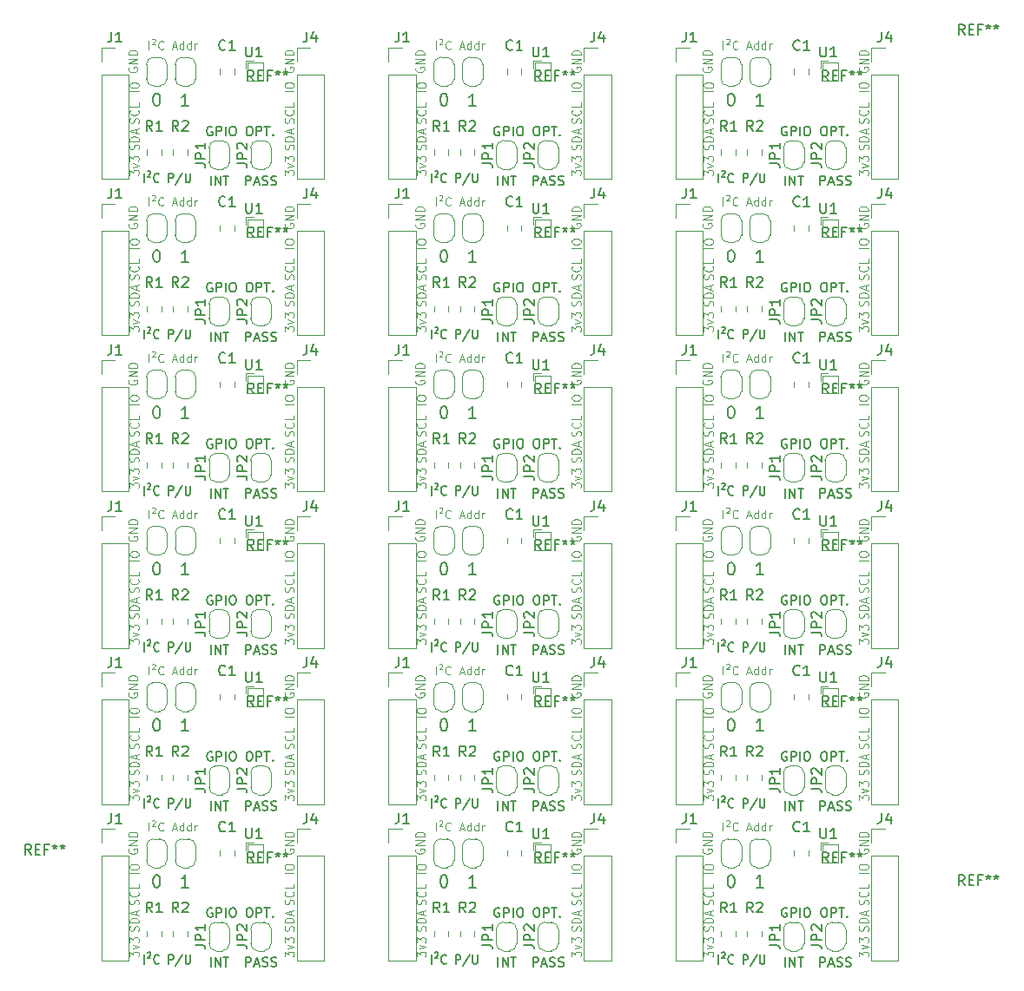
<source format=gbr>
G04 #@! TF.GenerationSoftware,KiCad,Pcbnew,5.0.1*
G04 #@! TF.CreationDate,2019-02-10T16:30:13-05:00*
G04 #@! TF.ProjectId,RevB-Panel,526576422D50616E656C2E6B69636164,rev?*
G04 #@! TF.SameCoordinates,Original*
G04 #@! TF.FileFunction,Legend,Top*
G04 #@! TF.FilePolarity,Positive*
%FSLAX46Y46*%
G04 Gerber Fmt 4.6, Leading zero omitted, Abs format (unit mm)*
G04 Created by KiCad (PCBNEW 5.0.1) date Sun 10 Feb 2019 04:30:13 PM EST*
%MOMM*%
%LPD*%
G01*
G04 APERTURE LIST*
%ADD10C,0.100000*%
%ADD11C,0.150000*%
%ADD12C,0.200000*%
%ADD13C,0.120000*%
G04 APERTURE END LIST*
D10*
X170262285Y-69812380D02*
X170305142Y-69698095D01*
X170305142Y-69507619D01*
X170262285Y-69431428D01*
X170219428Y-69393333D01*
X170133714Y-69355238D01*
X170048000Y-69355238D01*
X169962285Y-69393333D01*
X169919428Y-69431428D01*
X169876571Y-69507619D01*
X169833714Y-69660000D01*
X169790857Y-69736190D01*
X169748000Y-69774285D01*
X169662285Y-69812380D01*
X169576571Y-69812380D01*
X169490857Y-69774285D01*
X169448000Y-69736190D01*
X169405142Y-69660000D01*
X169405142Y-69469523D01*
X169448000Y-69355238D01*
X170219428Y-68555238D02*
X170262285Y-68593333D01*
X170305142Y-68707619D01*
X170305142Y-68783809D01*
X170262285Y-68898095D01*
X170176571Y-68974285D01*
X170090857Y-69012380D01*
X169919428Y-69050476D01*
X169790857Y-69050476D01*
X169619428Y-69012380D01*
X169533714Y-68974285D01*
X169448000Y-68898095D01*
X169405142Y-68783809D01*
X169405142Y-68707619D01*
X169448000Y-68593333D01*
X169490857Y-68555238D01*
X170305142Y-67831428D02*
X170305142Y-68212380D01*
X169405142Y-68212380D01*
X169405142Y-74892380D02*
X169405142Y-74397142D01*
X169748000Y-74663809D01*
X169748000Y-74549523D01*
X169790857Y-74473333D01*
X169833714Y-74435238D01*
X169919428Y-74397142D01*
X170133714Y-74397142D01*
X170219428Y-74435238D01*
X170262285Y-74473333D01*
X170305142Y-74549523D01*
X170305142Y-74778095D01*
X170262285Y-74854285D01*
X170219428Y-74892380D01*
X169705142Y-74130476D02*
X170305142Y-73940000D01*
X169705142Y-73749523D01*
X169405142Y-73520952D02*
X169405142Y-73025714D01*
X169748000Y-73292380D01*
X169748000Y-73178095D01*
X169790857Y-73101904D01*
X169833714Y-73063809D01*
X169919428Y-73025714D01*
X170133714Y-73025714D01*
X170219428Y-73063809D01*
X170262285Y-73101904D01*
X170305142Y-73178095D01*
X170305142Y-73406666D01*
X170262285Y-73482857D01*
X170219428Y-73520952D01*
D11*
X155712380Y-75617142D02*
X155712380Y-74717142D01*
X156055238Y-74502857D02*
X156131428Y-74460000D01*
X156245714Y-74460000D01*
X156321904Y-74502857D01*
X156360000Y-74588571D01*
X156360000Y-74674285D01*
X156321904Y-74760000D01*
X156055238Y-75060000D01*
X156360000Y-75060000D01*
X157160000Y-75531428D02*
X157121904Y-75574285D01*
X157007619Y-75617142D01*
X156931428Y-75617142D01*
X156817142Y-75574285D01*
X156740952Y-75488571D01*
X156702857Y-75402857D01*
X156664761Y-75231428D01*
X156664761Y-75102857D01*
X156702857Y-74931428D01*
X156740952Y-74845714D01*
X156817142Y-74760000D01*
X156931428Y-74717142D01*
X157007619Y-74717142D01*
X157121904Y-74760000D01*
X157160000Y-74802857D01*
X158112380Y-75617142D02*
X158112380Y-74717142D01*
X158417142Y-74717142D01*
X158493333Y-74760000D01*
X158531428Y-74802857D01*
X158569523Y-74888571D01*
X158569523Y-75017142D01*
X158531428Y-75102857D01*
X158493333Y-75145714D01*
X158417142Y-75188571D01*
X158112380Y-75188571D01*
X159483809Y-74674285D02*
X158798095Y-75831428D01*
X159750476Y-74717142D02*
X159750476Y-75445714D01*
X159788571Y-75531428D01*
X159826666Y-75574285D01*
X159902857Y-75617142D01*
X160055238Y-75617142D01*
X160131428Y-75574285D01*
X160169523Y-75531428D01*
X160207619Y-75445714D01*
X160207619Y-74717142D01*
D10*
X169448000Y-64389523D02*
X169405142Y-64465714D01*
X169405142Y-64580000D01*
X169448000Y-64694285D01*
X169533714Y-64770476D01*
X169619428Y-64808571D01*
X169790857Y-64846666D01*
X169919428Y-64846666D01*
X170090857Y-64808571D01*
X170176571Y-64770476D01*
X170262285Y-64694285D01*
X170305142Y-64580000D01*
X170305142Y-64503809D01*
X170262285Y-64389523D01*
X170219428Y-64351428D01*
X169919428Y-64351428D01*
X169919428Y-64503809D01*
X170305142Y-64008571D02*
X169405142Y-64008571D01*
X170305142Y-63551428D01*
X169405142Y-63551428D01*
X170305142Y-63170476D02*
X169405142Y-63170476D01*
X169405142Y-62980000D01*
X169448000Y-62865714D01*
X169533714Y-62789523D01*
X169619428Y-62751428D01*
X169790857Y-62713333D01*
X169919428Y-62713333D01*
X170090857Y-62751428D01*
X170176571Y-62789523D01*
X170262285Y-62865714D01*
X170305142Y-62980000D01*
X170305142Y-63170476D01*
D12*
X160080857Y-68132857D02*
X159395142Y-68132857D01*
X159738000Y-68132857D02*
X159738000Y-66932857D01*
X159623714Y-67104285D01*
X159509428Y-67218571D01*
X159395142Y-67275714D01*
D10*
X156144190Y-62617904D02*
X156144190Y-61817904D01*
X156487047Y-61627428D02*
X156563238Y-61589333D01*
X156677523Y-61589333D01*
X156753714Y-61627428D01*
X156791809Y-61703619D01*
X156791809Y-61779809D01*
X156753714Y-61856000D01*
X156487047Y-62122666D01*
X156791809Y-62122666D01*
X157591809Y-62541714D02*
X157553714Y-62579809D01*
X157439428Y-62617904D01*
X157363238Y-62617904D01*
X157248952Y-62579809D01*
X157172761Y-62503619D01*
X157134666Y-62427428D01*
X157096571Y-62275047D01*
X157096571Y-62160761D01*
X157134666Y-62008380D01*
X157172761Y-61932190D01*
X157248952Y-61856000D01*
X157363238Y-61817904D01*
X157439428Y-61817904D01*
X157553714Y-61856000D01*
X157591809Y-61894095D01*
X158506095Y-62389333D02*
X158887047Y-62389333D01*
X158429904Y-62617904D02*
X158696571Y-61817904D01*
X158963238Y-62617904D01*
X159572761Y-62617904D02*
X159572761Y-61817904D01*
X159572761Y-62579809D02*
X159496571Y-62617904D01*
X159344190Y-62617904D01*
X159268000Y-62579809D01*
X159229904Y-62541714D01*
X159191809Y-62465523D01*
X159191809Y-62236952D01*
X159229904Y-62160761D01*
X159268000Y-62122666D01*
X159344190Y-62084571D01*
X159496571Y-62084571D01*
X159572761Y-62122666D01*
X160296571Y-62617904D02*
X160296571Y-61817904D01*
X160296571Y-62579809D02*
X160220380Y-62617904D01*
X160068000Y-62617904D01*
X159991809Y-62579809D01*
X159953714Y-62541714D01*
X159915619Y-62465523D01*
X159915619Y-62236952D01*
X159953714Y-62160761D01*
X159991809Y-62122666D01*
X160068000Y-62084571D01*
X160220380Y-62084571D01*
X160296571Y-62122666D01*
X160677523Y-62617904D02*
X160677523Y-62084571D01*
X160677523Y-62236952D02*
X160715619Y-62160761D01*
X160753714Y-62122666D01*
X160829904Y-62084571D01*
X160906095Y-62084571D01*
X155149285Y-72371428D02*
X155192142Y-72257142D01*
X155192142Y-72066666D01*
X155149285Y-71990476D01*
X155106428Y-71952380D01*
X155020714Y-71914285D01*
X154935000Y-71914285D01*
X154849285Y-71952380D01*
X154806428Y-71990476D01*
X154763571Y-72066666D01*
X154720714Y-72219047D01*
X154677857Y-72295238D01*
X154635000Y-72333333D01*
X154549285Y-72371428D01*
X154463571Y-72371428D01*
X154377857Y-72333333D01*
X154335000Y-72295238D01*
X154292142Y-72219047D01*
X154292142Y-72028571D01*
X154335000Y-71914285D01*
X155192142Y-71571428D02*
X154292142Y-71571428D01*
X154292142Y-71380952D01*
X154335000Y-71266666D01*
X154420714Y-71190476D01*
X154506428Y-71152380D01*
X154677857Y-71114285D01*
X154806428Y-71114285D01*
X154977857Y-71152380D01*
X155063571Y-71190476D01*
X155149285Y-71266666D01*
X155192142Y-71380952D01*
X155192142Y-71571428D01*
X154935000Y-70809523D02*
X154935000Y-70428571D01*
X155192142Y-70885714D02*
X154292142Y-70619047D01*
X155192142Y-70352380D01*
X155149285Y-69812380D02*
X155192142Y-69698095D01*
X155192142Y-69507619D01*
X155149285Y-69431428D01*
X155106428Y-69393333D01*
X155020714Y-69355238D01*
X154935000Y-69355238D01*
X154849285Y-69393333D01*
X154806428Y-69431428D01*
X154763571Y-69507619D01*
X154720714Y-69660000D01*
X154677857Y-69736190D01*
X154635000Y-69774285D01*
X154549285Y-69812380D01*
X154463571Y-69812380D01*
X154377857Y-69774285D01*
X154335000Y-69736190D01*
X154292142Y-69660000D01*
X154292142Y-69469523D01*
X154335000Y-69355238D01*
X155106428Y-68555238D02*
X155149285Y-68593333D01*
X155192142Y-68707619D01*
X155192142Y-68783809D01*
X155149285Y-68898095D01*
X155063571Y-68974285D01*
X154977857Y-69012380D01*
X154806428Y-69050476D01*
X154677857Y-69050476D01*
X154506428Y-69012380D01*
X154420714Y-68974285D01*
X154335000Y-68898095D01*
X154292142Y-68783809D01*
X154292142Y-68707619D01*
X154335000Y-68593333D01*
X154377857Y-68555238D01*
X155192142Y-67831428D02*
X155192142Y-68212380D01*
X154292142Y-68212380D01*
X154208000Y-64389523D02*
X154165142Y-64465714D01*
X154165142Y-64580000D01*
X154208000Y-64694285D01*
X154293714Y-64770476D01*
X154379428Y-64808571D01*
X154550857Y-64846666D01*
X154679428Y-64846666D01*
X154850857Y-64808571D01*
X154936571Y-64770476D01*
X155022285Y-64694285D01*
X155065142Y-64580000D01*
X155065142Y-64503809D01*
X155022285Y-64389523D01*
X154979428Y-64351428D01*
X154679428Y-64351428D01*
X154679428Y-64503809D01*
X155065142Y-64008571D02*
X154165142Y-64008571D01*
X155065142Y-63551428D01*
X154165142Y-63551428D01*
X155065142Y-63170476D02*
X154165142Y-63170476D01*
X154165142Y-62980000D01*
X154208000Y-62865714D01*
X154293714Y-62789523D01*
X154379428Y-62751428D01*
X154550857Y-62713333D01*
X154679428Y-62713333D01*
X154850857Y-62751428D01*
X154936571Y-62789523D01*
X155022285Y-62865714D01*
X155065142Y-62980000D01*
X155065142Y-63170476D01*
X154292142Y-74892380D02*
X154292142Y-74397142D01*
X154635000Y-74663809D01*
X154635000Y-74549523D01*
X154677857Y-74473333D01*
X154720714Y-74435238D01*
X154806428Y-74397142D01*
X155020714Y-74397142D01*
X155106428Y-74435238D01*
X155149285Y-74473333D01*
X155192142Y-74549523D01*
X155192142Y-74778095D01*
X155149285Y-74854285D01*
X155106428Y-74892380D01*
X154592142Y-74130476D02*
X155192142Y-73940000D01*
X154592142Y-73749523D01*
X154292142Y-73520952D02*
X154292142Y-73025714D01*
X154635000Y-73292380D01*
X154635000Y-73178095D01*
X154677857Y-73101904D01*
X154720714Y-73063809D01*
X154806428Y-73025714D01*
X155020714Y-73025714D01*
X155106428Y-73063809D01*
X155149285Y-73101904D01*
X155192142Y-73178095D01*
X155192142Y-73406666D01*
X155149285Y-73482857D01*
X155106428Y-73520952D01*
D11*
X162350571Y-70188000D02*
X162264857Y-70145142D01*
X162136285Y-70145142D01*
X162007714Y-70188000D01*
X161922000Y-70273714D01*
X161879142Y-70359428D01*
X161836285Y-70530857D01*
X161836285Y-70659428D01*
X161879142Y-70830857D01*
X161922000Y-70916571D01*
X162007714Y-71002285D01*
X162136285Y-71045142D01*
X162222000Y-71045142D01*
X162350571Y-71002285D01*
X162393428Y-70959428D01*
X162393428Y-70659428D01*
X162222000Y-70659428D01*
X162779142Y-71045142D02*
X162779142Y-70145142D01*
X163122000Y-70145142D01*
X163207714Y-70188000D01*
X163250571Y-70230857D01*
X163293428Y-70316571D01*
X163293428Y-70445142D01*
X163250571Y-70530857D01*
X163207714Y-70573714D01*
X163122000Y-70616571D01*
X162779142Y-70616571D01*
X163679142Y-71045142D02*
X163679142Y-70145142D01*
X164279142Y-70145142D02*
X164450571Y-70145142D01*
X164536285Y-70188000D01*
X164622000Y-70273714D01*
X164664857Y-70445142D01*
X164664857Y-70745142D01*
X164622000Y-70916571D01*
X164536285Y-71002285D01*
X164450571Y-71045142D01*
X164279142Y-71045142D01*
X164193428Y-71002285D01*
X164107714Y-70916571D01*
X164064857Y-70745142D01*
X164064857Y-70445142D01*
X164107714Y-70273714D01*
X164193428Y-70188000D01*
X164279142Y-70145142D01*
X165907714Y-70145142D02*
X166079142Y-70145142D01*
X166164857Y-70188000D01*
X166250571Y-70273714D01*
X166293428Y-70445142D01*
X166293428Y-70745142D01*
X166250571Y-70916571D01*
X166164857Y-71002285D01*
X166079142Y-71045142D01*
X165907714Y-71045142D01*
X165822000Y-71002285D01*
X165736285Y-70916571D01*
X165693428Y-70745142D01*
X165693428Y-70445142D01*
X165736285Y-70273714D01*
X165822000Y-70188000D01*
X165907714Y-70145142D01*
X166679142Y-71045142D02*
X166679142Y-70145142D01*
X167022000Y-70145142D01*
X167107714Y-70188000D01*
X167150571Y-70230857D01*
X167193428Y-70316571D01*
X167193428Y-70445142D01*
X167150571Y-70530857D01*
X167107714Y-70573714D01*
X167022000Y-70616571D01*
X166679142Y-70616571D01*
X167450571Y-70145142D02*
X167964857Y-70145142D01*
X167707714Y-71045142D02*
X167707714Y-70145142D01*
X168264857Y-70959428D02*
X168307714Y-71002285D01*
X168264857Y-71045142D01*
X168222000Y-71002285D01*
X168264857Y-70959428D01*
X168264857Y-71045142D01*
D10*
X170305142Y-66739047D02*
X169405142Y-66739047D01*
X169405142Y-66205714D02*
X169405142Y-66053333D01*
X169448000Y-65977142D01*
X169533714Y-65900952D01*
X169705142Y-65862857D01*
X170005142Y-65862857D01*
X170176571Y-65900952D01*
X170262285Y-65977142D01*
X170305142Y-66053333D01*
X170305142Y-66205714D01*
X170262285Y-66281904D01*
X170176571Y-66358095D01*
X170005142Y-66396190D01*
X169705142Y-66396190D01*
X169533714Y-66358095D01*
X169448000Y-66281904D01*
X169405142Y-66205714D01*
D12*
X157001142Y-66932857D02*
X156886857Y-66932857D01*
X156772571Y-66990000D01*
X156715428Y-67047142D01*
X156658285Y-67161428D01*
X156601142Y-67390000D01*
X156601142Y-67675714D01*
X156658285Y-67904285D01*
X156715428Y-68018571D01*
X156772571Y-68075714D01*
X156886857Y-68132857D01*
X157001142Y-68132857D01*
X157115428Y-68075714D01*
X157172571Y-68018571D01*
X157229714Y-67904285D01*
X157286857Y-67675714D01*
X157286857Y-67390000D01*
X157229714Y-67161428D01*
X157172571Y-67047142D01*
X157115428Y-66990000D01*
X157001142Y-66932857D01*
D10*
X170262285Y-72371428D02*
X170305142Y-72257142D01*
X170305142Y-72066666D01*
X170262285Y-71990476D01*
X170219428Y-71952380D01*
X170133714Y-71914285D01*
X170048000Y-71914285D01*
X169962285Y-71952380D01*
X169919428Y-71990476D01*
X169876571Y-72066666D01*
X169833714Y-72219047D01*
X169790857Y-72295238D01*
X169748000Y-72333333D01*
X169662285Y-72371428D01*
X169576571Y-72371428D01*
X169490857Y-72333333D01*
X169448000Y-72295238D01*
X169405142Y-72219047D01*
X169405142Y-72028571D01*
X169448000Y-71914285D01*
X170305142Y-71571428D02*
X169405142Y-71571428D01*
X169405142Y-71380952D01*
X169448000Y-71266666D01*
X169533714Y-71190476D01*
X169619428Y-71152380D01*
X169790857Y-71114285D01*
X169919428Y-71114285D01*
X170090857Y-71152380D01*
X170176571Y-71190476D01*
X170262285Y-71266666D01*
X170305142Y-71380952D01*
X170305142Y-71571428D01*
X170048000Y-70809523D02*
X170048000Y-70428571D01*
X170305142Y-70885714D02*
X169405142Y-70619047D01*
X170305142Y-70352380D01*
D11*
X165625428Y-75871142D02*
X165625428Y-74971142D01*
X165968285Y-74971142D01*
X166054000Y-75014000D01*
X166096857Y-75056857D01*
X166139714Y-75142571D01*
X166139714Y-75271142D01*
X166096857Y-75356857D01*
X166054000Y-75399714D01*
X165968285Y-75442571D01*
X165625428Y-75442571D01*
X166482571Y-75614000D02*
X166911142Y-75614000D01*
X166396857Y-75871142D02*
X166696857Y-74971142D01*
X166996857Y-75871142D01*
X167254000Y-75828285D02*
X167382571Y-75871142D01*
X167596857Y-75871142D01*
X167682571Y-75828285D01*
X167725428Y-75785428D01*
X167768285Y-75699714D01*
X167768285Y-75614000D01*
X167725428Y-75528285D01*
X167682571Y-75485428D01*
X167596857Y-75442571D01*
X167425428Y-75399714D01*
X167339714Y-75356857D01*
X167296857Y-75314000D01*
X167254000Y-75228285D01*
X167254000Y-75142571D01*
X167296857Y-75056857D01*
X167339714Y-75014000D01*
X167425428Y-74971142D01*
X167639714Y-74971142D01*
X167768285Y-75014000D01*
X168111142Y-75828285D02*
X168239714Y-75871142D01*
X168454000Y-75871142D01*
X168539714Y-75828285D01*
X168582571Y-75785428D01*
X168625428Y-75699714D01*
X168625428Y-75614000D01*
X168582571Y-75528285D01*
X168539714Y-75485428D01*
X168454000Y-75442571D01*
X168282571Y-75399714D01*
X168196857Y-75356857D01*
X168154000Y-75314000D01*
X168111142Y-75228285D01*
X168111142Y-75142571D01*
X168154000Y-75056857D01*
X168196857Y-75014000D01*
X168282571Y-74971142D01*
X168496857Y-74971142D01*
X168625428Y-75014000D01*
D10*
X155192142Y-66739047D02*
X154292142Y-66739047D01*
X154292142Y-66205714D02*
X154292142Y-66053333D01*
X154335000Y-65977142D01*
X154420714Y-65900952D01*
X154592142Y-65862857D01*
X154892142Y-65862857D01*
X155063571Y-65900952D01*
X155149285Y-65977142D01*
X155192142Y-66053333D01*
X155192142Y-66205714D01*
X155149285Y-66281904D01*
X155063571Y-66358095D01*
X154892142Y-66396190D01*
X154592142Y-66396190D01*
X154420714Y-66358095D01*
X154335000Y-66281904D01*
X154292142Y-66205714D01*
D11*
X162225714Y-75871142D02*
X162225714Y-74971142D01*
X162654285Y-75871142D02*
X162654285Y-74971142D01*
X163168571Y-75871142D01*
X163168571Y-74971142D01*
X163468571Y-74971142D02*
X163982857Y-74971142D01*
X163725714Y-75871142D02*
X163725714Y-74971142D01*
D10*
X170262285Y-85062380D02*
X170305142Y-84948095D01*
X170305142Y-84757619D01*
X170262285Y-84681428D01*
X170219428Y-84643333D01*
X170133714Y-84605238D01*
X170048000Y-84605238D01*
X169962285Y-84643333D01*
X169919428Y-84681428D01*
X169876571Y-84757619D01*
X169833714Y-84910000D01*
X169790857Y-84986190D01*
X169748000Y-85024285D01*
X169662285Y-85062380D01*
X169576571Y-85062380D01*
X169490857Y-85024285D01*
X169448000Y-84986190D01*
X169405142Y-84910000D01*
X169405142Y-84719523D01*
X169448000Y-84605238D01*
X170219428Y-83805238D02*
X170262285Y-83843333D01*
X170305142Y-83957619D01*
X170305142Y-84033809D01*
X170262285Y-84148095D01*
X170176571Y-84224285D01*
X170090857Y-84262380D01*
X169919428Y-84300476D01*
X169790857Y-84300476D01*
X169619428Y-84262380D01*
X169533714Y-84224285D01*
X169448000Y-84148095D01*
X169405142Y-84033809D01*
X169405142Y-83957619D01*
X169448000Y-83843333D01*
X169490857Y-83805238D01*
X170305142Y-83081428D02*
X170305142Y-83462380D01*
X169405142Y-83462380D01*
X169405142Y-90142380D02*
X169405142Y-89647142D01*
X169748000Y-89913809D01*
X169748000Y-89799523D01*
X169790857Y-89723333D01*
X169833714Y-89685238D01*
X169919428Y-89647142D01*
X170133714Y-89647142D01*
X170219428Y-89685238D01*
X170262285Y-89723333D01*
X170305142Y-89799523D01*
X170305142Y-90028095D01*
X170262285Y-90104285D01*
X170219428Y-90142380D01*
X169705142Y-89380476D02*
X170305142Y-89190000D01*
X169705142Y-88999523D01*
X169405142Y-88770952D02*
X169405142Y-88275714D01*
X169748000Y-88542380D01*
X169748000Y-88428095D01*
X169790857Y-88351904D01*
X169833714Y-88313809D01*
X169919428Y-88275714D01*
X170133714Y-88275714D01*
X170219428Y-88313809D01*
X170262285Y-88351904D01*
X170305142Y-88428095D01*
X170305142Y-88656666D01*
X170262285Y-88732857D01*
X170219428Y-88770952D01*
D11*
X155712380Y-90867142D02*
X155712380Y-89967142D01*
X156055238Y-89752857D02*
X156131428Y-89710000D01*
X156245714Y-89710000D01*
X156321904Y-89752857D01*
X156360000Y-89838571D01*
X156360000Y-89924285D01*
X156321904Y-90010000D01*
X156055238Y-90310000D01*
X156360000Y-90310000D01*
X157160000Y-90781428D02*
X157121904Y-90824285D01*
X157007619Y-90867142D01*
X156931428Y-90867142D01*
X156817142Y-90824285D01*
X156740952Y-90738571D01*
X156702857Y-90652857D01*
X156664761Y-90481428D01*
X156664761Y-90352857D01*
X156702857Y-90181428D01*
X156740952Y-90095714D01*
X156817142Y-90010000D01*
X156931428Y-89967142D01*
X157007619Y-89967142D01*
X157121904Y-90010000D01*
X157160000Y-90052857D01*
X158112380Y-90867142D02*
X158112380Y-89967142D01*
X158417142Y-89967142D01*
X158493333Y-90010000D01*
X158531428Y-90052857D01*
X158569523Y-90138571D01*
X158569523Y-90267142D01*
X158531428Y-90352857D01*
X158493333Y-90395714D01*
X158417142Y-90438571D01*
X158112380Y-90438571D01*
X159483809Y-89924285D02*
X158798095Y-91081428D01*
X159750476Y-89967142D02*
X159750476Y-90695714D01*
X159788571Y-90781428D01*
X159826666Y-90824285D01*
X159902857Y-90867142D01*
X160055238Y-90867142D01*
X160131428Y-90824285D01*
X160169523Y-90781428D01*
X160207619Y-90695714D01*
X160207619Y-89967142D01*
D10*
X169448000Y-79639523D02*
X169405142Y-79715714D01*
X169405142Y-79830000D01*
X169448000Y-79944285D01*
X169533714Y-80020476D01*
X169619428Y-80058571D01*
X169790857Y-80096666D01*
X169919428Y-80096666D01*
X170090857Y-80058571D01*
X170176571Y-80020476D01*
X170262285Y-79944285D01*
X170305142Y-79830000D01*
X170305142Y-79753809D01*
X170262285Y-79639523D01*
X170219428Y-79601428D01*
X169919428Y-79601428D01*
X169919428Y-79753809D01*
X170305142Y-79258571D02*
X169405142Y-79258571D01*
X170305142Y-78801428D01*
X169405142Y-78801428D01*
X170305142Y-78420476D02*
X169405142Y-78420476D01*
X169405142Y-78230000D01*
X169448000Y-78115714D01*
X169533714Y-78039523D01*
X169619428Y-78001428D01*
X169790857Y-77963333D01*
X169919428Y-77963333D01*
X170090857Y-78001428D01*
X170176571Y-78039523D01*
X170262285Y-78115714D01*
X170305142Y-78230000D01*
X170305142Y-78420476D01*
D12*
X160080857Y-83382857D02*
X159395142Y-83382857D01*
X159738000Y-83382857D02*
X159738000Y-82182857D01*
X159623714Y-82354285D01*
X159509428Y-82468571D01*
X159395142Y-82525714D01*
D10*
X156144190Y-77867904D02*
X156144190Y-77067904D01*
X156487047Y-76877428D02*
X156563238Y-76839333D01*
X156677523Y-76839333D01*
X156753714Y-76877428D01*
X156791809Y-76953619D01*
X156791809Y-77029809D01*
X156753714Y-77106000D01*
X156487047Y-77372666D01*
X156791809Y-77372666D01*
X157591809Y-77791714D02*
X157553714Y-77829809D01*
X157439428Y-77867904D01*
X157363238Y-77867904D01*
X157248952Y-77829809D01*
X157172761Y-77753619D01*
X157134666Y-77677428D01*
X157096571Y-77525047D01*
X157096571Y-77410761D01*
X157134666Y-77258380D01*
X157172761Y-77182190D01*
X157248952Y-77106000D01*
X157363238Y-77067904D01*
X157439428Y-77067904D01*
X157553714Y-77106000D01*
X157591809Y-77144095D01*
X158506095Y-77639333D02*
X158887047Y-77639333D01*
X158429904Y-77867904D02*
X158696571Y-77067904D01*
X158963238Y-77867904D01*
X159572761Y-77867904D02*
X159572761Y-77067904D01*
X159572761Y-77829809D02*
X159496571Y-77867904D01*
X159344190Y-77867904D01*
X159268000Y-77829809D01*
X159229904Y-77791714D01*
X159191809Y-77715523D01*
X159191809Y-77486952D01*
X159229904Y-77410761D01*
X159268000Y-77372666D01*
X159344190Y-77334571D01*
X159496571Y-77334571D01*
X159572761Y-77372666D01*
X160296571Y-77867904D02*
X160296571Y-77067904D01*
X160296571Y-77829809D02*
X160220380Y-77867904D01*
X160068000Y-77867904D01*
X159991809Y-77829809D01*
X159953714Y-77791714D01*
X159915619Y-77715523D01*
X159915619Y-77486952D01*
X159953714Y-77410761D01*
X159991809Y-77372666D01*
X160068000Y-77334571D01*
X160220380Y-77334571D01*
X160296571Y-77372666D01*
X160677523Y-77867904D02*
X160677523Y-77334571D01*
X160677523Y-77486952D02*
X160715619Y-77410761D01*
X160753714Y-77372666D01*
X160829904Y-77334571D01*
X160906095Y-77334571D01*
X155149285Y-87621428D02*
X155192142Y-87507142D01*
X155192142Y-87316666D01*
X155149285Y-87240476D01*
X155106428Y-87202380D01*
X155020714Y-87164285D01*
X154935000Y-87164285D01*
X154849285Y-87202380D01*
X154806428Y-87240476D01*
X154763571Y-87316666D01*
X154720714Y-87469047D01*
X154677857Y-87545238D01*
X154635000Y-87583333D01*
X154549285Y-87621428D01*
X154463571Y-87621428D01*
X154377857Y-87583333D01*
X154335000Y-87545238D01*
X154292142Y-87469047D01*
X154292142Y-87278571D01*
X154335000Y-87164285D01*
X155192142Y-86821428D02*
X154292142Y-86821428D01*
X154292142Y-86630952D01*
X154335000Y-86516666D01*
X154420714Y-86440476D01*
X154506428Y-86402380D01*
X154677857Y-86364285D01*
X154806428Y-86364285D01*
X154977857Y-86402380D01*
X155063571Y-86440476D01*
X155149285Y-86516666D01*
X155192142Y-86630952D01*
X155192142Y-86821428D01*
X154935000Y-86059523D02*
X154935000Y-85678571D01*
X155192142Y-86135714D02*
X154292142Y-85869047D01*
X155192142Y-85602380D01*
X155149285Y-85062380D02*
X155192142Y-84948095D01*
X155192142Y-84757619D01*
X155149285Y-84681428D01*
X155106428Y-84643333D01*
X155020714Y-84605238D01*
X154935000Y-84605238D01*
X154849285Y-84643333D01*
X154806428Y-84681428D01*
X154763571Y-84757619D01*
X154720714Y-84910000D01*
X154677857Y-84986190D01*
X154635000Y-85024285D01*
X154549285Y-85062380D01*
X154463571Y-85062380D01*
X154377857Y-85024285D01*
X154335000Y-84986190D01*
X154292142Y-84910000D01*
X154292142Y-84719523D01*
X154335000Y-84605238D01*
X155106428Y-83805238D02*
X155149285Y-83843333D01*
X155192142Y-83957619D01*
X155192142Y-84033809D01*
X155149285Y-84148095D01*
X155063571Y-84224285D01*
X154977857Y-84262380D01*
X154806428Y-84300476D01*
X154677857Y-84300476D01*
X154506428Y-84262380D01*
X154420714Y-84224285D01*
X154335000Y-84148095D01*
X154292142Y-84033809D01*
X154292142Y-83957619D01*
X154335000Y-83843333D01*
X154377857Y-83805238D01*
X155192142Y-83081428D02*
X155192142Y-83462380D01*
X154292142Y-83462380D01*
X154208000Y-79639523D02*
X154165142Y-79715714D01*
X154165142Y-79830000D01*
X154208000Y-79944285D01*
X154293714Y-80020476D01*
X154379428Y-80058571D01*
X154550857Y-80096666D01*
X154679428Y-80096666D01*
X154850857Y-80058571D01*
X154936571Y-80020476D01*
X155022285Y-79944285D01*
X155065142Y-79830000D01*
X155065142Y-79753809D01*
X155022285Y-79639523D01*
X154979428Y-79601428D01*
X154679428Y-79601428D01*
X154679428Y-79753809D01*
X155065142Y-79258571D02*
X154165142Y-79258571D01*
X155065142Y-78801428D01*
X154165142Y-78801428D01*
X155065142Y-78420476D02*
X154165142Y-78420476D01*
X154165142Y-78230000D01*
X154208000Y-78115714D01*
X154293714Y-78039523D01*
X154379428Y-78001428D01*
X154550857Y-77963333D01*
X154679428Y-77963333D01*
X154850857Y-78001428D01*
X154936571Y-78039523D01*
X155022285Y-78115714D01*
X155065142Y-78230000D01*
X155065142Y-78420476D01*
X154292142Y-90142380D02*
X154292142Y-89647142D01*
X154635000Y-89913809D01*
X154635000Y-89799523D01*
X154677857Y-89723333D01*
X154720714Y-89685238D01*
X154806428Y-89647142D01*
X155020714Y-89647142D01*
X155106428Y-89685238D01*
X155149285Y-89723333D01*
X155192142Y-89799523D01*
X155192142Y-90028095D01*
X155149285Y-90104285D01*
X155106428Y-90142380D01*
X154592142Y-89380476D02*
X155192142Y-89190000D01*
X154592142Y-88999523D01*
X154292142Y-88770952D02*
X154292142Y-88275714D01*
X154635000Y-88542380D01*
X154635000Y-88428095D01*
X154677857Y-88351904D01*
X154720714Y-88313809D01*
X154806428Y-88275714D01*
X155020714Y-88275714D01*
X155106428Y-88313809D01*
X155149285Y-88351904D01*
X155192142Y-88428095D01*
X155192142Y-88656666D01*
X155149285Y-88732857D01*
X155106428Y-88770952D01*
D11*
X162350571Y-85438000D02*
X162264857Y-85395142D01*
X162136285Y-85395142D01*
X162007714Y-85438000D01*
X161922000Y-85523714D01*
X161879142Y-85609428D01*
X161836285Y-85780857D01*
X161836285Y-85909428D01*
X161879142Y-86080857D01*
X161922000Y-86166571D01*
X162007714Y-86252285D01*
X162136285Y-86295142D01*
X162222000Y-86295142D01*
X162350571Y-86252285D01*
X162393428Y-86209428D01*
X162393428Y-85909428D01*
X162222000Y-85909428D01*
X162779142Y-86295142D02*
X162779142Y-85395142D01*
X163122000Y-85395142D01*
X163207714Y-85438000D01*
X163250571Y-85480857D01*
X163293428Y-85566571D01*
X163293428Y-85695142D01*
X163250571Y-85780857D01*
X163207714Y-85823714D01*
X163122000Y-85866571D01*
X162779142Y-85866571D01*
X163679142Y-86295142D02*
X163679142Y-85395142D01*
X164279142Y-85395142D02*
X164450571Y-85395142D01*
X164536285Y-85438000D01*
X164622000Y-85523714D01*
X164664857Y-85695142D01*
X164664857Y-85995142D01*
X164622000Y-86166571D01*
X164536285Y-86252285D01*
X164450571Y-86295142D01*
X164279142Y-86295142D01*
X164193428Y-86252285D01*
X164107714Y-86166571D01*
X164064857Y-85995142D01*
X164064857Y-85695142D01*
X164107714Y-85523714D01*
X164193428Y-85438000D01*
X164279142Y-85395142D01*
X165907714Y-85395142D02*
X166079142Y-85395142D01*
X166164857Y-85438000D01*
X166250571Y-85523714D01*
X166293428Y-85695142D01*
X166293428Y-85995142D01*
X166250571Y-86166571D01*
X166164857Y-86252285D01*
X166079142Y-86295142D01*
X165907714Y-86295142D01*
X165822000Y-86252285D01*
X165736285Y-86166571D01*
X165693428Y-85995142D01*
X165693428Y-85695142D01*
X165736285Y-85523714D01*
X165822000Y-85438000D01*
X165907714Y-85395142D01*
X166679142Y-86295142D02*
X166679142Y-85395142D01*
X167022000Y-85395142D01*
X167107714Y-85438000D01*
X167150571Y-85480857D01*
X167193428Y-85566571D01*
X167193428Y-85695142D01*
X167150571Y-85780857D01*
X167107714Y-85823714D01*
X167022000Y-85866571D01*
X166679142Y-85866571D01*
X167450571Y-85395142D02*
X167964857Y-85395142D01*
X167707714Y-86295142D02*
X167707714Y-85395142D01*
X168264857Y-86209428D02*
X168307714Y-86252285D01*
X168264857Y-86295142D01*
X168222000Y-86252285D01*
X168264857Y-86209428D01*
X168264857Y-86295142D01*
D10*
X170305142Y-81989047D02*
X169405142Y-81989047D01*
X169405142Y-81455714D02*
X169405142Y-81303333D01*
X169448000Y-81227142D01*
X169533714Y-81150952D01*
X169705142Y-81112857D01*
X170005142Y-81112857D01*
X170176571Y-81150952D01*
X170262285Y-81227142D01*
X170305142Y-81303333D01*
X170305142Y-81455714D01*
X170262285Y-81531904D01*
X170176571Y-81608095D01*
X170005142Y-81646190D01*
X169705142Y-81646190D01*
X169533714Y-81608095D01*
X169448000Y-81531904D01*
X169405142Y-81455714D01*
D12*
X157001142Y-82182857D02*
X156886857Y-82182857D01*
X156772571Y-82240000D01*
X156715428Y-82297142D01*
X156658285Y-82411428D01*
X156601142Y-82640000D01*
X156601142Y-82925714D01*
X156658285Y-83154285D01*
X156715428Y-83268571D01*
X156772571Y-83325714D01*
X156886857Y-83382857D01*
X157001142Y-83382857D01*
X157115428Y-83325714D01*
X157172571Y-83268571D01*
X157229714Y-83154285D01*
X157286857Y-82925714D01*
X157286857Y-82640000D01*
X157229714Y-82411428D01*
X157172571Y-82297142D01*
X157115428Y-82240000D01*
X157001142Y-82182857D01*
D10*
X170262285Y-87621428D02*
X170305142Y-87507142D01*
X170305142Y-87316666D01*
X170262285Y-87240476D01*
X170219428Y-87202380D01*
X170133714Y-87164285D01*
X170048000Y-87164285D01*
X169962285Y-87202380D01*
X169919428Y-87240476D01*
X169876571Y-87316666D01*
X169833714Y-87469047D01*
X169790857Y-87545238D01*
X169748000Y-87583333D01*
X169662285Y-87621428D01*
X169576571Y-87621428D01*
X169490857Y-87583333D01*
X169448000Y-87545238D01*
X169405142Y-87469047D01*
X169405142Y-87278571D01*
X169448000Y-87164285D01*
X170305142Y-86821428D02*
X169405142Y-86821428D01*
X169405142Y-86630952D01*
X169448000Y-86516666D01*
X169533714Y-86440476D01*
X169619428Y-86402380D01*
X169790857Y-86364285D01*
X169919428Y-86364285D01*
X170090857Y-86402380D01*
X170176571Y-86440476D01*
X170262285Y-86516666D01*
X170305142Y-86630952D01*
X170305142Y-86821428D01*
X170048000Y-86059523D02*
X170048000Y-85678571D01*
X170305142Y-86135714D02*
X169405142Y-85869047D01*
X170305142Y-85602380D01*
D11*
X165625428Y-91121142D02*
X165625428Y-90221142D01*
X165968285Y-90221142D01*
X166054000Y-90264000D01*
X166096857Y-90306857D01*
X166139714Y-90392571D01*
X166139714Y-90521142D01*
X166096857Y-90606857D01*
X166054000Y-90649714D01*
X165968285Y-90692571D01*
X165625428Y-90692571D01*
X166482571Y-90864000D02*
X166911142Y-90864000D01*
X166396857Y-91121142D02*
X166696857Y-90221142D01*
X166996857Y-91121142D01*
X167254000Y-91078285D02*
X167382571Y-91121142D01*
X167596857Y-91121142D01*
X167682571Y-91078285D01*
X167725428Y-91035428D01*
X167768285Y-90949714D01*
X167768285Y-90864000D01*
X167725428Y-90778285D01*
X167682571Y-90735428D01*
X167596857Y-90692571D01*
X167425428Y-90649714D01*
X167339714Y-90606857D01*
X167296857Y-90564000D01*
X167254000Y-90478285D01*
X167254000Y-90392571D01*
X167296857Y-90306857D01*
X167339714Y-90264000D01*
X167425428Y-90221142D01*
X167639714Y-90221142D01*
X167768285Y-90264000D01*
X168111142Y-91078285D02*
X168239714Y-91121142D01*
X168454000Y-91121142D01*
X168539714Y-91078285D01*
X168582571Y-91035428D01*
X168625428Y-90949714D01*
X168625428Y-90864000D01*
X168582571Y-90778285D01*
X168539714Y-90735428D01*
X168454000Y-90692571D01*
X168282571Y-90649714D01*
X168196857Y-90606857D01*
X168154000Y-90564000D01*
X168111142Y-90478285D01*
X168111142Y-90392571D01*
X168154000Y-90306857D01*
X168196857Y-90264000D01*
X168282571Y-90221142D01*
X168496857Y-90221142D01*
X168625428Y-90264000D01*
D10*
X155192142Y-81989047D02*
X154292142Y-81989047D01*
X154292142Y-81455714D02*
X154292142Y-81303333D01*
X154335000Y-81227142D01*
X154420714Y-81150952D01*
X154592142Y-81112857D01*
X154892142Y-81112857D01*
X155063571Y-81150952D01*
X155149285Y-81227142D01*
X155192142Y-81303333D01*
X155192142Y-81455714D01*
X155149285Y-81531904D01*
X155063571Y-81608095D01*
X154892142Y-81646190D01*
X154592142Y-81646190D01*
X154420714Y-81608095D01*
X154335000Y-81531904D01*
X154292142Y-81455714D01*
D11*
X162225714Y-91121142D02*
X162225714Y-90221142D01*
X162654285Y-91121142D02*
X162654285Y-90221142D01*
X163168571Y-91121142D01*
X163168571Y-90221142D01*
X163468571Y-90221142D02*
X163982857Y-90221142D01*
X163725714Y-91121142D02*
X163725714Y-90221142D01*
D10*
X170262285Y-100312380D02*
X170305142Y-100198095D01*
X170305142Y-100007619D01*
X170262285Y-99931428D01*
X170219428Y-99893333D01*
X170133714Y-99855238D01*
X170048000Y-99855238D01*
X169962285Y-99893333D01*
X169919428Y-99931428D01*
X169876571Y-100007619D01*
X169833714Y-100160000D01*
X169790857Y-100236190D01*
X169748000Y-100274285D01*
X169662285Y-100312380D01*
X169576571Y-100312380D01*
X169490857Y-100274285D01*
X169448000Y-100236190D01*
X169405142Y-100160000D01*
X169405142Y-99969523D01*
X169448000Y-99855238D01*
X170219428Y-99055238D02*
X170262285Y-99093333D01*
X170305142Y-99207619D01*
X170305142Y-99283809D01*
X170262285Y-99398095D01*
X170176571Y-99474285D01*
X170090857Y-99512380D01*
X169919428Y-99550476D01*
X169790857Y-99550476D01*
X169619428Y-99512380D01*
X169533714Y-99474285D01*
X169448000Y-99398095D01*
X169405142Y-99283809D01*
X169405142Y-99207619D01*
X169448000Y-99093333D01*
X169490857Y-99055238D01*
X170305142Y-98331428D02*
X170305142Y-98712380D01*
X169405142Y-98712380D01*
X169405142Y-105392380D02*
X169405142Y-104897142D01*
X169748000Y-105163809D01*
X169748000Y-105049523D01*
X169790857Y-104973333D01*
X169833714Y-104935238D01*
X169919428Y-104897142D01*
X170133714Y-104897142D01*
X170219428Y-104935238D01*
X170262285Y-104973333D01*
X170305142Y-105049523D01*
X170305142Y-105278095D01*
X170262285Y-105354285D01*
X170219428Y-105392380D01*
X169705142Y-104630476D02*
X170305142Y-104440000D01*
X169705142Y-104249523D01*
X169405142Y-104020952D02*
X169405142Y-103525714D01*
X169748000Y-103792380D01*
X169748000Y-103678095D01*
X169790857Y-103601904D01*
X169833714Y-103563809D01*
X169919428Y-103525714D01*
X170133714Y-103525714D01*
X170219428Y-103563809D01*
X170262285Y-103601904D01*
X170305142Y-103678095D01*
X170305142Y-103906666D01*
X170262285Y-103982857D01*
X170219428Y-104020952D01*
D11*
X155712380Y-106117142D02*
X155712380Y-105217142D01*
X156055238Y-105002857D02*
X156131428Y-104960000D01*
X156245714Y-104960000D01*
X156321904Y-105002857D01*
X156360000Y-105088571D01*
X156360000Y-105174285D01*
X156321904Y-105260000D01*
X156055238Y-105560000D01*
X156360000Y-105560000D01*
X157160000Y-106031428D02*
X157121904Y-106074285D01*
X157007619Y-106117142D01*
X156931428Y-106117142D01*
X156817142Y-106074285D01*
X156740952Y-105988571D01*
X156702857Y-105902857D01*
X156664761Y-105731428D01*
X156664761Y-105602857D01*
X156702857Y-105431428D01*
X156740952Y-105345714D01*
X156817142Y-105260000D01*
X156931428Y-105217142D01*
X157007619Y-105217142D01*
X157121904Y-105260000D01*
X157160000Y-105302857D01*
X158112380Y-106117142D02*
X158112380Y-105217142D01*
X158417142Y-105217142D01*
X158493333Y-105260000D01*
X158531428Y-105302857D01*
X158569523Y-105388571D01*
X158569523Y-105517142D01*
X158531428Y-105602857D01*
X158493333Y-105645714D01*
X158417142Y-105688571D01*
X158112380Y-105688571D01*
X159483809Y-105174285D02*
X158798095Y-106331428D01*
X159750476Y-105217142D02*
X159750476Y-105945714D01*
X159788571Y-106031428D01*
X159826666Y-106074285D01*
X159902857Y-106117142D01*
X160055238Y-106117142D01*
X160131428Y-106074285D01*
X160169523Y-106031428D01*
X160207619Y-105945714D01*
X160207619Y-105217142D01*
D10*
X169448000Y-94889523D02*
X169405142Y-94965714D01*
X169405142Y-95080000D01*
X169448000Y-95194285D01*
X169533714Y-95270476D01*
X169619428Y-95308571D01*
X169790857Y-95346666D01*
X169919428Y-95346666D01*
X170090857Y-95308571D01*
X170176571Y-95270476D01*
X170262285Y-95194285D01*
X170305142Y-95080000D01*
X170305142Y-95003809D01*
X170262285Y-94889523D01*
X170219428Y-94851428D01*
X169919428Y-94851428D01*
X169919428Y-95003809D01*
X170305142Y-94508571D02*
X169405142Y-94508571D01*
X170305142Y-94051428D01*
X169405142Y-94051428D01*
X170305142Y-93670476D02*
X169405142Y-93670476D01*
X169405142Y-93480000D01*
X169448000Y-93365714D01*
X169533714Y-93289523D01*
X169619428Y-93251428D01*
X169790857Y-93213333D01*
X169919428Y-93213333D01*
X170090857Y-93251428D01*
X170176571Y-93289523D01*
X170262285Y-93365714D01*
X170305142Y-93480000D01*
X170305142Y-93670476D01*
D12*
X160080857Y-98632857D02*
X159395142Y-98632857D01*
X159738000Y-98632857D02*
X159738000Y-97432857D01*
X159623714Y-97604285D01*
X159509428Y-97718571D01*
X159395142Y-97775714D01*
D10*
X156144190Y-93117904D02*
X156144190Y-92317904D01*
X156487047Y-92127428D02*
X156563238Y-92089333D01*
X156677523Y-92089333D01*
X156753714Y-92127428D01*
X156791809Y-92203619D01*
X156791809Y-92279809D01*
X156753714Y-92356000D01*
X156487047Y-92622666D01*
X156791809Y-92622666D01*
X157591809Y-93041714D02*
X157553714Y-93079809D01*
X157439428Y-93117904D01*
X157363238Y-93117904D01*
X157248952Y-93079809D01*
X157172761Y-93003619D01*
X157134666Y-92927428D01*
X157096571Y-92775047D01*
X157096571Y-92660761D01*
X157134666Y-92508380D01*
X157172761Y-92432190D01*
X157248952Y-92356000D01*
X157363238Y-92317904D01*
X157439428Y-92317904D01*
X157553714Y-92356000D01*
X157591809Y-92394095D01*
X158506095Y-92889333D02*
X158887047Y-92889333D01*
X158429904Y-93117904D02*
X158696571Y-92317904D01*
X158963238Y-93117904D01*
X159572761Y-93117904D02*
X159572761Y-92317904D01*
X159572761Y-93079809D02*
X159496571Y-93117904D01*
X159344190Y-93117904D01*
X159268000Y-93079809D01*
X159229904Y-93041714D01*
X159191809Y-92965523D01*
X159191809Y-92736952D01*
X159229904Y-92660761D01*
X159268000Y-92622666D01*
X159344190Y-92584571D01*
X159496571Y-92584571D01*
X159572761Y-92622666D01*
X160296571Y-93117904D02*
X160296571Y-92317904D01*
X160296571Y-93079809D02*
X160220380Y-93117904D01*
X160068000Y-93117904D01*
X159991809Y-93079809D01*
X159953714Y-93041714D01*
X159915619Y-92965523D01*
X159915619Y-92736952D01*
X159953714Y-92660761D01*
X159991809Y-92622666D01*
X160068000Y-92584571D01*
X160220380Y-92584571D01*
X160296571Y-92622666D01*
X160677523Y-93117904D02*
X160677523Y-92584571D01*
X160677523Y-92736952D02*
X160715619Y-92660761D01*
X160753714Y-92622666D01*
X160829904Y-92584571D01*
X160906095Y-92584571D01*
X155149285Y-102871428D02*
X155192142Y-102757142D01*
X155192142Y-102566666D01*
X155149285Y-102490476D01*
X155106428Y-102452380D01*
X155020714Y-102414285D01*
X154935000Y-102414285D01*
X154849285Y-102452380D01*
X154806428Y-102490476D01*
X154763571Y-102566666D01*
X154720714Y-102719047D01*
X154677857Y-102795238D01*
X154635000Y-102833333D01*
X154549285Y-102871428D01*
X154463571Y-102871428D01*
X154377857Y-102833333D01*
X154335000Y-102795238D01*
X154292142Y-102719047D01*
X154292142Y-102528571D01*
X154335000Y-102414285D01*
X155192142Y-102071428D02*
X154292142Y-102071428D01*
X154292142Y-101880952D01*
X154335000Y-101766666D01*
X154420714Y-101690476D01*
X154506428Y-101652380D01*
X154677857Y-101614285D01*
X154806428Y-101614285D01*
X154977857Y-101652380D01*
X155063571Y-101690476D01*
X155149285Y-101766666D01*
X155192142Y-101880952D01*
X155192142Y-102071428D01*
X154935000Y-101309523D02*
X154935000Y-100928571D01*
X155192142Y-101385714D02*
X154292142Y-101119047D01*
X155192142Y-100852380D01*
X155149285Y-100312380D02*
X155192142Y-100198095D01*
X155192142Y-100007619D01*
X155149285Y-99931428D01*
X155106428Y-99893333D01*
X155020714Y-99855238D01*
X154935000Y-99855238D01*
X154849285Y-99893333D01*
X154806428Y-99931428D01*
X154763571Y-100007619D01*
X154720714Y-100160000D01*
X154677857Y-100236190D01*
X154635000Y-100274285D01*
X154549285Y-100312380D01*
X154463571Y-100312380D01*
X154377857Y-100274285D01*
X154335000Y-100236190D01*
X154292142Y-100160000D01*
X154292142Y-99969523D01*
X154335000Y-99855238D01*
X155106428Y-99055238D02*
X155149285Y-99093333D01*
X155192142Y-99207619D01*
X155192142Y-99283809D01*
X155149285Y-99398095D01*
X155063571Y-99474285D01*
X154977857Y-99512380D01*
X154806428Y-99550476D01*
X154677857Y-99550476D01*
X154506428Y-99512380D01*
X154420714Y-99474285D01*
X154335000Y-99398095D01*
X154292142Y-99283809D01*
X154292142Y-99207619D01*
X154335000Y-99093333D01*
X154377857Y-99055238D01*
X155192142Y-98331428D02*
X155192142Y-98712380D01*
X154292142Y-98712380D01*
X154208000Y-94889523D02*
X154165142Y-94965714D01*
X154165142Y-95080000D01*
X154208000Y-95194285D01*
X154293714Y-95270476D01*
X154379428Y-95308571D01*
X154550857Y-95346666D01*
X154679428Y-95346666D01*
X154850857Y-95308571D01*
X154936571Y-95270476D01*
X155022285Y-95194285D01*
X155065142Y-95080000D01*
X155065142Y-95003809D01*
X155022285Y-94889523D01*
X154979428Y-94851428D01*
X154679428Y-94851428D01*
X154679428Y-95003809D01*
X155065142Y-94508571D02*
X154165142Y-94508571D01*
X155065142Y-94051428D01*
X154165142Y-94051428D01*
X155065142Y-93670476D02*
X154165142Y-93670476D01*
X154165142Y-93480000D01*
X154208000Y-93365714D01*
X154293714Y-93289523D01*
X154379428Y-93251428D01*
X154550857Y-93213333D01*
X154679428Y-93213333D01*
X154850857Y-93251428D01*
X154936571Y-93289523D01*
X155022285Y-93365714D01*
X155065142Y-93480000D01*
X155065142Y-93670476D01*
X154292142Y-105392380D02*
X154292142Y-104897142D01*
X154635000Y-105163809D01*
X154635000Y-105049523D01*
X154677857Y-104973333D01*
X154720714Y-104935238D01*
X154806428Y-104897142D01*
X155020714Y-104897142D01*
X155106428Y-104935238D01*
X155149285Y-104973333D01*
X155192142Y-105049523D01*
X155192142Y-105278095D01*
X155149285Y-105354285D01*
X155106428Y-105392380D01*
X154592142Y-104630476D02*
X155192142Y-104440000D01*
X154592142Y-104249523D01*
X154292142Y-104020952D02*
X154292142Y-103525714D01*
X154635000Y-103792380D01*
X154635000Y-103678095D01*
X154677857Y-103601904D01*
X154720714Y-103563809D01*
X154806428Y-103525714D01*
X155020714Y-103525714D01*
X155106428Y-103563809D01*
X155149285Y-103601904D01*
X155192142Y-103678095D01*
X155192142Y-103906666D01*
X155149285Y-103982857D01*
X155106428Y-104020952D01*
D11*
X162350571Y-100688000D02*
X162264857Y-100645142D01*
X162136285Y-100645142D01*
X162007714Y-100688000D01*
X161922000Y-100773714D01*
X161879142Y-100859428D01*
X161836285Y-101030857D01*
X161836285Y-101159428D01*
X161879142Y-101330857D01*
X161922000Y-101416571D01*
X162007714Y-101502285D01*
X162136285Y-101545142D01*
X162222000Y-101545142D01*
X162350571Y-101502285D01*
X162393428Y-101459428D01*
X162393428Y-101159428D01*
X162222000Y-101159428D01*
X162779142Y-101545142D02*
X162779142Y-100645142D01*
X163122000Y-100645142D01*
X163207714Y-100688000D01*
X163250571Y-100730857D01*
X163293428Y-100816571D01*
X163293428Y-100945142D01*
X163250571Y-101030857D01*
X163207714Y-101073714D01*
X163122000Y-101116571D01*
X162779142Y-101116571D01*
X163679142Y-101545142D02*
X163679142Y-100645142D01*
X164279142Y-100645142D02*
X164450571Y-100645142D01*
X164536285Y-100688000D01*
X164622000Y-100773714D01*
X164664857Y-100945142D01*
X164664857Y-101245142D01*
X164622000Y-101416571D01*
X164536285Y-101502285D01*
X164450571Y-101545142D01*
X164279142Y-101545142D01*
X164193428Y-101502285D01*
X164107714Y-101416571D01*
X164064857Y-101245142D01*
X164064857Y-100945142D01*
X164107714Y-100773714D01*
X164193428Y-100688000D01*
X164279142Y-100645142D01*
X165907714Y-100645142D02*
X166079142Y-100645142D01*
X166164857Y-100688000D01*
X166250571Y-100773714D01*
X166293428Y-100945142D01*
X166293428Y-101245142D01*
X166250571Y-101416571D01*
X166164857Y-101502285D01*
X166079142Y-101545142D01*
X165907714Y-101545142D01*
X165822000Y-101502285D01*
X165736285Y-101416571D01*
X165693428Y-101245142D01*
X165693428Y-100945142D01*
X165736285Y-100773714D01*
X165822000Y-100688000D01*
X165907714Y-100645142D01*
X166679142Y-101545142D02*
X166679142Y-100645142D01*
X167022000Y-100645142D01*
X167107714Y-100688000D01*
X167150571Y-100730857D01*
X167193428Y-100816571D01*
X167193428Y-100945142D01*
X167150571Y-101030857D01*
X167107714Y-101073714D01*
X167022000Y-101116571D01*
X166679142Y-101116571D01*
X167450571Y-100645142D02*
X167964857Y-100645142D01*
X167707714Y-101545142D02*
X167707714Y-100645142D01*
X168264857Y-101459428D02*
X168307714Y-101502285D01*
X168264857Y-101545142D01*
X168222000Y-101502285D01*
X168264857Y-101459428D01*
X168264857Y-101545142D01*
D10*
X170305142Y-97239047D02*
X169405142Y-97239047D01*
X169405142Y-96705714D02*
X169405142Y-96553333D01*
X169448000Y-96477142D01*
X169533714Y-96400952D01*
X169705142Y-96362857D01*
X170005142Y-96362857D01*
X170176571Y-96400952D01*
X170262285Y-96477142D01*
X170305142Y-96553333D01*
X170305142Y-96705714D01*
X170262285Y-96781904D01*
X170176571Y-96858095D01*
X170005142Y-96896190D01*
X169705142Y-96896190D01*
X169533714Y-96858095D01*
X169448000Y-96781904D01*
X169405142Y-96705714D01*
D12*
X157001142Y-97432857D02*
X156886857Y-97432857D01*
X156772571Y-97490000D01*
X156715428Y-97547142D01*
X156658285Y-97661428D01*
X156601142Y-97890000D01*
X156601142Y-98175714D01*
X156658285Y-98404285D01*
X156715428Y-98518571D01*
X156772571Y-98575714D01*
X156886857Y-98632857D01*
X157001142Y-98632857D01*
X157115428Y-98575714D01*
X157172571Y-98518571D01*
X157229714Y-98404285D01*
X157286857Y-98175714D01*
X157286857Y-97890000D01*
X157229714Y-97661428D01*
X157172571Y-97547142D01*
X157115428Y-97490000D01*
X157001142Y-97432857D01*
D10*
X170262285Y-102871428D02*
X170305142Y-102757142D01*
X170305142Y-102566666D01*
X170262285Y-102490476D01*
X170219428Y-102452380D01*
X170133714Y-102414285D01*
X170048000Y-102414285D01*
X169962285Y-102452380D01*
X169919428Y-102490476D01*
X169876571Y-102566666D01*
X169833714Y-102719047D01*
X169790857Y-102795238D01*
X169748000Y-102833333D01*
X169662285Y-102871428D01*
X169576571Y-102871428D01*
X169490857Y-102833333D01*
X169448000Y-102795238D01*
X169405142Y-102719047D01*
X169405142Y-102528571D01*
X169448000Y-102414285D01*
X170305142Y-102071428D02*
X169405142Y-102071428D01*
X169405142Y-101880952D01*
X169448000Y-101766666D01*
X169533714Y-101690476D01*
X169619428Y-101652380D01*
X169790857Y-101614285D01*
X169919428Y-101614285D01*
X170090857Y-101652380D01*
X170176571Y-101690476D01*
X170262285Y-101766666D01*
X170305142Y-101880952D01*
X170305142Y-102071428D01*
X170048000Y-101309523D02*
X170048000Y-100928571D01*
X170305142Y-101385714D02*
X169405142Y-101119047D01*
X170305142Y-100852380D01*
D11*
X165625428Y-106371142D02*
X165625428Y-105471142D01*
X165968285Y-105471142D01*
X166054000Y-105514000D01*
X166096857Y-105556857D01*
X166139714Y-105642571D01*
X166139714Y-105771142D01*
X166096857Y-105856857D01*
X166054000Y-105899714D01*
X165968285Y-105942571D01*
X165625428Y-105942571D01*
X166482571Y-106114000D02*
X166911142Y-106114000D01*
X166396857Y-106371142D02*
X166696857Y-105471142D01*
X166996857Y-106371142D01*
X167254000Y-106328285D02*
X167382571Y-106371142D01*
X167596857Y-106371142D01*
X167682571Y-106328285D01*
X167725428Y-106285428D01*
X167768285Y-106199714D01*
X167768285Y-106114000D01*
X167725428Y-106028285D01*
X167682571Y-105985428D01*
X167596857Y-105942571D01*
X167425428Y-105899714D01*
X167339714Y-105856857D01*
X167296857Y-105814000D01*
X167254000Y-105728285D01*
X167254000Y-105642571D01*
X167296857Y-105556857D01*
X167339714Y-105514000D01*
X167425428Y-105471142D01*
X167639714Y-105471142D01*
X167768285Y-105514000D01*
X168111142Y-106328285D02*
X168239714Y-106371142D01*
X168454000Y-106371142D01*
X168539714Y-106328285D01*
X168582571Y-106285428D01*
X168625428Y-106199714D01*
X168625428Y-106114000D01*
X168582571Y-106028285D01*
X168539714Y-105985428D01*
X168454000Y-105942571D01*
X168282571Y-105899714D01*
X168196857Y-105856857D01*
X168154000Y-105814000D01*
X168111142Y-105728285D01*
X168111142Y-105642571D01*
X168154000Y-105556857D01*
X168196857Y-105514000D01*
X168282571Y-105471142D01*
X168496857Y-105471142D01*
X168625428Y-105514000D01*
D10*
X155192142Y-97239047D02*
X154292142Y-97239047D01*
X154292142Y-96705714D02*
X154292142Y-96553333D01*
X154335000Y-96477142D01*
X154420714Y-96400952D01*
X154592142Y-96362857D01*
X154892142Y-96362857D01*
X155063571Y-96400952D01*
X155149285Y-96477142D01*
X155192142Y-96553333D01*
X155192142Y-96705714D01*
X155149285Y-96781904D01*
X155063571Y-96858095D01*
X154892142Y-96896190D01*
X154592142Y-96896190D01*
X154420714Y-96858095D01*
X154335000Y-96781904D01*
X154292142Y-96705714D01*
D11*
X162225714Y-106371142D02*
X162225714Y-105471142D01*
X162654285Y-106371142D02*
X162654285Y-105471142D01*
X163168571Y-106371142D01*
X163168571Y-105471142D01*
X163468571Y-105471142D02*
X163982857Y-105471142D01*
X163725714Y-106371142D02*
X163725714Y-105471142D01*
D10*
X170262285Y-115562380D02*
X170305142Y-115448095D01*
X170305142Y-115257619D01*
X170262285Y-115181428D01*
X170219428Y-115143333D01*
X170133714Y-115105238D01*
X170048000Y-115105238D01*
X169962285Y-115143333D01*
X169919428Y-115181428D01*
X169876571Y-115257619D01*
X169833714Y-115410000D01*
X169790857Y-115486190D01*
X169748000Y-115524285D01*
X169662285Y-115562380D01*
X169576571Y-115562380D01*
X169490857Y-115524285D01*
X169448000Y-115486190D01*
X169405142Y-115410000D01*
X169405142Y-115219523D01*
X169448000Y-115105238D01*
X170219428Y-114305238D02*
X170262285Y-114343333D01*
X170305142Y-114457619D01*
X170305142Y-114533809D01*
X170262285Y-114648095D01*
X170176571Y-114724285D01*
X170090857Y-114762380D01*
X169919428Y-114800476D01*
X169790857Y-114800476D01*
X169619428Y-114762380D01*
X169533714Y-114724285D01*
X169448000Y-114648095D01*
X169405142Y-114533809D01*
X169405142Y-114457619D01*
X169448000Y-114343333D01*
X169490857Y-114305238D01*
X170305142Y-113581428D02*
X170305142Y-113962380D01*
X169405142Y-113962380D01*
X169405142Y-120642380D02*
X169405142Y-120147142D01*
X169748000Y-120413809D01*
X169748000Y-120299523D01*
X169790857Y-120223333D01*
X169833714Y-120185238D01*
X169919428Y-120147142D01*
X170133714Y-120147142D01*
X170219428Y-120185238D01*
X170262285Y-120223333D01*
X170305142Y-120299523D01*
X170305142Y-120528095D01*
X170262285Y-120604285D01*
X170219428Y-120642380D01*
X169705142Y-119880476D02*
X170305142Y-119690000D01*
X169705142Y-119499523D01*
X169405142Y-119270952D02*
X169405142Y-118775714D01*
X169748000Y-119042380D01*
X169748000Y-118928095D01*
X169790857Y-118851904D01*
X169833714Y-118813809D01*
X169919428Y-118775714D01*
X170133714Y-118775714D01*
X170219428Y-118813809D01*
X170262285Y-118851904D01*
X170305142Y-118928095D01*
X170305142Y-119156666D01*
X170262285Y-119232857D01*
X170219428Y-119270952D01*
D11*
X155712380Y-121367142D02*
X155712380Y-120467142D01*
X156055238Y-120252857D02*
X156131428Y-120210000D01*
X156245714Y-120210000D01*
X156321904Y-120252857D01*
X156360000Y-120338571D01*
X156360000Y-120424285D01*
X156321904Y-120510000D01*
X156055238Y-120810000D01*
X156360000Y-120810000D01*
X157160000Y-121281428D02*
X157121904Y-121324285D01*
X157007619Y-121367142D01*
X156931428Y-121367142D01*
X156817142Y-121324285D01*
X156740952Y-121238571D01*
X156702857Y-121152857D01*
X156664761Y-120981428D01*
X156664761Y-120852857D01*
X156702857Y-120681428D01*
X156740952Y-120595714D01*
X156817142Y-120510000D01*
X156931428Y-120467142D01*
X157007619Y-120467142D01*
X157121904Y-120510000D01*
X157160000Y-120552857D01*
X158112380Y-121367142D02*
X158112380Y-120467142D01*
X158417142Y-120467142D01*
X158493333Y-120510000D01*
X158531428Y-120552857D01*
X158569523Y-120638571D01*
X158569523Y-120767142D01*
X158531428Y-120852857D01*
X158493333Y-120895714D01*
X158417142Y-120938571D01*
X158112380Y-120938571D01*
X159483809Y-120424285D02*
X158798095Y-121581428D01*
X159750476Y-120467142D02*
X159750476Y-121195714D01*
X159788571Y-121281428D01*
X159826666Y-121324285D01*
X159902857Y-121367142D01*
X160055238Y-121367142D01*
X160131428Y-121324285D01*
X160169523Y-121281428D01*
X160207619Y-121195714D01*
X160207619Y-120467142D01*
D10*
X169448000Y-110139523D02*
X169405142Y-110215714D01*
X169405142Y-110330000D01*
X169448000Y-110444285D01*
X169533714Y-110520476D01*
X169619428Y-110558571D01*
X169790857Y-110596666D01*
X169919428Y-110596666D01*
X170090857Y-110558571D01*
X170176571Y-110520476D01*
X170262285Y-110444285D01*
X170305142Y-110330000D01*
X170305142Y-110253809D01*
X170262285Y-110139523D01*
X170219428Y-110101428D01*
X169919428Y-110101428D01*
X169919428Y-110253809D01*
X170305142Y-109758571D02*
X169405142Y-109758571D01*
X170305142Y-109301428D01*
X169405142Y-109301428D01*
X170305142Y-108920476D02*
X169405142Y-108920476D01*
X169405142Y-108730000D01*
X169448000Y-108615714D01*
X169533714Y-108539523D01*
X169619428Y-108501428D01*
X169790857Y-108463333D01*
X169919428Y-108463333D01*
X170090857Y-108501428D01*
X170176571Y-108539523D01*
X170262285Y-108615714D01*
X170305142Y-108730000D01*
X170305142Y-108920476D01*
D12*
X160080857Y-113882857D02*
X159395142Y-113882857D01*
X159738000Y-113882857D02*
X159738000Y-112682857D01*
X159623714Y-112854285D01*
X159509428Y-112968571D01*
X159395142Y-113025714D01*
D10*
X156144190Y-108367904D02*
X156144190Y-107567904D01*
X156487047Y-107377428D02*
X156563238Y-107339333D01*
X156677523Y-107339333D01*
X156753714Y-107377428D01*
X156791809Y-107453619D01*
X156791809Y-107529809D01*
X156753714Y-107606000D01*
X156487047Y-107872666D01*
X156791809Y-107872666D01*
X157591809Y-108291714D02*
X157553714Y-108329809D01*
X157439428Y-108367904D01*
X157363238Y-108367904D01*
X157248952Y-108329809D01*
X157172761Y-108253619D01*
X157134666Y-108177428D01*
X157096571Y-108025047D01*
X157096571Y-107910761D01*
X157134666Y-107758380D01*
X157172761Y-107682190D01*
X157248952Y-107606000D01*
X157363238Y-107567904D01*
X157439428Y-107567904D01*
X157553714Y-107606000D01*
X157591809Y-107644095D01*
X158506095Y-108139333D02*
X158887047Y-108139333D01*
X158429904Y-108367904D02*
X158696571Y-107567904D01*
X158963238Y-108367904D01*
X159572761Y-108367904D02*
X159572761Y-107567904D01*
X159572761Y-108329809D02*
X159496571Y-108367904D01*
X159344190Y-108367904D01*
X159268000Y-108329809D01*
X159229904Y-108291714D01*
X159191809Y-108215523D01*
X159191809Y-107986952D01*
X159229904Y-107910761D01*
X159268000Y-107872666D01*
X159344190Y-107834571D01*
X159496571Y-107834571D01*
X159572761Y-107872666D01*
X160296571Y-108367904D02*
X160296571Y-107567904D01*
X160296571Y-108329809D02*
X160220380Y-108367904D01*
X160068000Y-108367904D01*
X159991809Y-108329809D01*
X159953714Y-108291714D01*
X159915619Y-108215523D01*
X159915619Y-107986952D01*
X159953714Y-107910761D01*
X159991809Y-107872666D01*
X160068000Y-107834571D01*
X160220380Y-107834571D01*
X160296571Y-107872666D01*
X160677523Y-108367904D02*
X160677523Y-107834571D01*
X160677523Y-107986952D02*
X160715619Y-107910761D01*
X160753714Y-107872666D01*
X160829904Y-107834571D01*
X160906095Y-107834571D01*
X155149285Y-118121428D02*
X155192142Y-118007142D01*
X155192142Y-117816666D01*
X155149285Y-117740476D01*
X155106428Y-117702380D01*
X155020714Y-117664285D01*
X154935000Y-117664285D01*
X154849285Y-117702380D01*
X154806428Y-117740476D01*
X154763571Y-117816666D01*
X154720714Y-117969047D01*
X154677857Y-118045238D01*
X154635000Y-118083333D01*
X154549285Y-118121428D01*
X154463571Y-118121428D01*
X154377857Y-118083333D01*
X154335000Y-118045238D01*
X154292142Y-117969047D01*
X154292142Y-117778571D01*
X154335000Y-117664285D01*
X155192142Y-117321428D02*
X154292142Y-117321428D01*
X154292142Y-117130952D01*
X154335000Y-117016666D01*
X154420714Y-116940476D01*
X154506428Y-116902380D01*
X154677857Y-116864285D01*
X154806428Y-116864285D01*
X154977857Y-116902380D01*
X155063571Y-116940476D01*
X155149285Y-117016666D01*
X155192142Y-117130952D01*
X155192142Y-117321428D01*
X154935000Y-116559523D02*
X154935000Y-116178571D01*
X155192142Y-116635714D02*
X154292142Y-116369047D01*
X155192142Y-116102380D01*
X155149285Y-115562380D02*
X155192142Y-115448095D01*
X155192142Y-115257619D01*
X155149285Y-115181428D01*
X155106428Y-115143333D01*
X155020714Y-115105238D01*
X154935000Y-115105238D01*
X154849285Y-115143333D01*
X154806428Y-115181428D01*
X154763571Y-115257619D01*
X154720714Y-115410000D01*
X154677857Y-115486190D01*
X154635000Y-115524285D01*
X154549285Y-115562380D01*
X154463571Y-115562380D01*
X154377857Y-115524285D01*
X154335000Y-115486190D01*
X154292142Y-115410000D01*
X154292142Y-115219523D01*
X154335000Y-115105238D01*
X155106428Y-114305238D02*
X155149285Y-114343333D01*
X155192142Y-114457619D01*
X155192142Y-114533809D01*
X155149285Y-114648095D01*
X155063571Y-114724285D01*
X154977857Y-114762380D01*
X154806428Y-114800476D01*
X154677857Y-114800476D01*
X154506428Y-114762380D01*
X154420714Y-114724285D01*
X154335000Y-114648095D01*
X154292142Y-114533809D01*
X154292142Y-114457619D01*
X154335000Y-114343333D01*
X154377857Y-114305238D01*
X155192142Y-113581428D02*
X155192142Y-113962380D01*
X154292142Y-113962380D01*
X154208000Y-110139523D02*
X154165142Y-110215714D01*
X154165142Y-110330000D01*
X154208000Y-110444285D01*
X154293714Y-110520476D01*
X154379428Y-110558571D01*
X154550857Y-110596666D01*
X154679428Y-110596666D01*
X154850857Y-110558571D01*
X154936571Y-110520476D01*
X155022285Y-110444285D01*
X155065142Y-110330000D01*
X155065142Y-110253809D01*
X155022285Y-110139523D01*
X154979428Y-110101428D01*
X154679428Y-110101428D01*
X154679428Y-110253809D01*
X155065142Y-109758571D02*
X154165142Y-109758571D01*
X155065142Y-109301428D01*
X154165142Y-109301428D01*
X155065142Y-108920476D02*
X154165142Y-108920476D01*
X154165142Y-108730000D01*
X154208000Y-108615714D01*
X154293714Y-108539523D01*
X154379428Y-108501428D01*
X154550857Y-108463333D01*
X154679428Y-108463333D01*
X154850857Y-108501428D01*
X154936571Y-108539523D01*
X155022285Y-108615714D01*
X155065142Y-108730000D01*
X155065142Y-108920476D01*
X154292142Y-120642380D02*
X154292142Y-120147142D01*
X154635000Y-120413809D01*
X154635000Y-120299523D01*
X154677857Y-120223333D01*
X154720714Y-120185238D01*
X154806428Y-120147142D01*
X155020714Y-120147142D01*
X155106428Y-120185238D01*
X155149285Y-120223333D01*
X155192142Y-120299523D01*
X155192142Y-120528095D01*
X155149285Y-120604285D01*
X155106428Y-120642380D01*
X154592142Y-119880476D02*
X155192142Y-119690000D01*
X154592142Y-119499523D01*
X154292142Y-119270952D02*
X154292142Y-118775714D01*
X154635000Y-119042380D01*
X154635000Y-118928095D01*
X154677857Y-118851904D01*
X154720714Y-118813809D01*
X154806428Y-118775714D01*
X155020714Y-118775714D01*
X155106428Y-118813809D01*
X155149285Y-118851904D01*
X155192142Y-118928095D01*
X155192142Y-119156666D01*
X155149285Y-119232857D01*
X155106428Y-119270952D01*
D11*
X162350571Y-115938000D02*
X162264857Y-115895142D01*
X162136285Y-115895142D01*
X162007714Y-115938000D01*
X161922000Y-116023714D01*
X161879142Y-116109428D01*
X161836285Y-116280857D01*
X161836285Y-116409428D01*
X161879142Y-116580857D01*
X161922000Y-116666571D01*
X162007714Y-116752285D01*
X162136285Y-116795142D01*
X162222000Y-116795142D01*
X162350571Y-116752285D01*
X162393428Y-116709428D01*
X162393428Y-116409428D01*
X162222000Y-116409428D01*
X162779142Y-116795142D02*
X162779142Y-115895142D01*
X163122000Y-115895142D01*
X163207714Y-115938000D01*
X163250571Y-115980857D01*
X163293428Y-116066571D01*
X163293428Y-116195142D01*
X163250571Y-116280857D01*
X163207714Y-116323714D01*
X163122000Y-116366571D01*
X162779142Y-116366571D01*
X163679142Y-116795142D02*
X163679142Y-115895142D01*
X164279142Y-115895142D02*
X164450571Y-115895142D01*
X164536285Y-115938000D01*
X164622000Y-116023714D01*
X164664857Y-116195142D01*
X164664857Y-116495142D01*
X164622000Y-116666571D01*
X164536285Y-116752285D01*
X164450571Y-116795142D01*
X164279142Y-116795142D01*
X164193428Y-116752285D01*
X164107714Y-116666571D01*
X164064857Y-116495142D01*
X164064857Y-116195142D01*
X164107714Y-116023714D01*
X164193428Y-115938000D01*
X164279142Y-115895142D01*
X165907714Y-115895142D02*
X166079142Y-115895142D01*
X166164857Y-115938000D01*
X166250571Y-116023714D01*
X166293428Y-116195142D01*
X166293428Y-116495142D01*
X166250571Y-116666571D01*
X166164857Y-116752285D01*
X166079142Y-116795142D01*
X165907714Y-116795142D01*
X165822000Y-116752285D01*
X165736285Y-116666571D01*
X165693428Y-116495142D01*
X165693428Y-116195142D01*
X165736285Y-116023714D01*
X165822000Y-115938000D01*
X165907714Y-115895142D01*
X166679142Y-116795142D02*
X166679142Y-115895142D01*
X167022000Y-115895142D01*
X167107714Y-115938000D01*
X167150571Y-115980857D01*
X167193428Y-116066571D01*
X167193428Y-116195142D01*
X167150571Y-116280857D01*
X167107714Y-116323714D01*
X167022000Y-116366571D01*
X166679142Y-116366571D01*
X167450571Y-115895142D02*
X167964857Y-115895142D01*
X167707714Y-116795142D02*
X167707714Y-115895142D01*
X168264857Y-116709428D02*
X168307714Y-116752285D01*
X168264857Y-116795142D01*
X168222000Y-116752285D01*
X168264857Y-116709428D01*
X168264857Y-116795142D01*
D10*
X170305142Y-112489047D02*
X169405142Y-112489047D01*
X169405142Y-111955714D02*
X169405142Y-111803333D01*
X169448000Y-111727142D01*
X169533714Y-111650952D01*
X169705142Y-111612857D01*
X170005142Y-111612857D01*
X170176571Y-111650952D01*
X170262285Y-111727142D01*
X170305142Y-111803333D01*
X170305142Y-111955714D01*
X170262285Y-112031904D01*
X170176571Y-112108095D01*
X170005142Y-112146190D01*
X169705142Y-112146190D01*
X169533714Y-112108095D01*
X169448000Y-112031904D01*
X169405142Y-111955714D01*
D12*
X157001142Y-112682857D02*
X156886857Y-112682857D01*
X156772571Y-112740000D01*
X156715428Y-112797142D01*
X156658285Y-112911428D01*
X156601142Y-113140000D01*
X156601142Y-113425714D01*
X156658285Y-113654285D01*
X156715428Y-113768571D01*
X156772571Y-113825714D01*
X156886857Y-113882857D01*
X157001142Y-113882857D01*
X157115428Y-113825714D01*
X157172571Y-113768571D01*
X157229714Y-113654285D01*
X157286857Y-113425714D01*
X157286857Y-113140000D01*
X157229714Y-112911428D01*
X157172571Y-112797142D01*
X157115428Y-112740000D01*
X157001142Y-112682857D01*
D10*
X170262285Y-118121428D02*
X170305142Y-118007142D01*
X170305142Y-117816666D01*
X170262285Y-117740476D01*
X170219428Y-117702380D01*
X170133714Y-117664285D01*
X170048000Y-117664285D01*
X169962285Y-117702380D01*
X169919428Y-117740476D01*
X169876571Y-117816666D01*
X169833714Y-117969047D01*
X169790857Y-118045238D01*
X169748000Y-118083333D01*
X169662285Y-118121428D01*
X169576571Y-118121428D01*
X169490857Y-118083333D01*
X169448000Y-118045238D01*
X169405142Y-117969047D01*
X169405142Y-117778571D01*
X169448000Y-117664285D01*
X170305142Y-117321428D02*
X169405142Y-117321428D01*
X169405142Y-117130952D01*
X169448000Y-117016666D01*
X169533714Y-116940476D01*
X169619428Y-116902380D01*
X169790857Y-116864285D01*
X169919428Y-116864285D01*
X170090857Y-116902380D01*
X170176571Y-116940476D01*
X170262285Y-117016666D01*
X170305142Y-117130952D01*
X170305142Y-117321428D01*
X170048000Y-116559523D02*
X170048000Y-116178571D01*
X170305142Y-116635714D02*
X169405142Y-116369047D01*
X170305142Y-116102380D01*
D11*
X165625428Y-121621142D02*
X165625428Y-120721142D01*
X165968285Y-120721142D01*
X166054000Y-120764000D01*
X166096857Y-120806857D01*
X166139714Y-120892571D01*
X166139714Y-121021142D01*
X166096857Y-121106857D01*
X166054000Y-121149714D01*
X165968285Y-121192571D01*
X165625428Y-121192571D01*
X166482571Y-121364000D02*
X166911142Y-121364000D01*
X166396857Y-121621142D02*
X166696857Y-120721142D01*
X166996857Y-121621142D01*
X167254000Y-121578285D02*
X167382571Y-121621142D01*
X167596857Y-121621142D01*
X167682571Y-121578285D01*
X167725428Y-121535428D01*
X167768285Y-121449714D01*
X167768285Y-121364000D01*
X167725428Y-121278285D01*
X167682571Y-121235428D01*
X167596857Y-121192571D01*
X167425428Y-121149714D01*
X167339714Y-121106857D01*
X167296857Y-121064000D01*
X167254000Y-120978285D01*
X167254000Y-120892571D01*
X167296857Y-120806857D01*
X167339714Y-120764000D01*
X167425428Y-120721142D01*
X167639714Y-120721142D01*
X167768285Y-120764000D01*
X168111142Y-121578285D02*
X168239714Y-121621142D01*
X168454000Y-121621142D01*
X168539714Y-121578285D01*
X168582571Y-121535428D01*
X168625428Y-121449714D01*
X168625428Y-121364000D01*
X168582571Y-121278285D01*
X168539714Y-121235428D01*
X168454000Y-121192571D01*
X168282571Y-121149714D01*
X168196857Y-121106857D01*
X168154000Y-121064000D01*
X168111142Y-120978285D01*
X168111142Y-120892571D01*
X168154000Y-120806857D01*
X168196857Y-120764000D01*
X168282571Y-120721142D01*
X168496857Y-120721142D01*
X168625428Y-120764000D01*
D10*
X155192142Y-112489047D02*
X154292142Y-112489047D01*
X154292142Y-111955714D02*
X154292142Y-111803333D01*
X154335000Y-111727142D01*
X154420714Y-111650952D01*
X154592142Y-111612857D01*
X154892142Y-111612857D01*
X155063571Y-111650952D01*
X155149285Y-111727142D01*
X155192142Y-111803333D01*
X155192142Y-111955714D01*
X155149285Y-112031904D01*
X155063571Y-112108095D01*
X154892142Y-112146190D01*
X154592142Y-112146190D01*
X154420714Y-112108095D01*
X154335000Y-112031904D01*
X154292142Y-111955714D01*
D11*
X162225714Y-121621142D02*
X162225714Y-120721142D01*
X162654285Y-121621142D02*
X162654285Y-120721142D01*
X163168571Y-121621142D01*
X163168571Y-120721142D01*
X163468571Y-120721142D02*
X163982857Y-120721142D01*
X163725714Y-121621142D02*
X163725714Y-120721142D01*
D10*
X170262285Y-130812380D02*
X170305142Y-130698095D01*
X170305142Y-130507619D01*
X170262285Y-130431428D01*
X170219428Y-130393333D01*
X170133714Y-130355238D01*
X170048000Y-130355238D01*
X169962285Y-130393333D01*
X169919428Y-130431428D01*
X169876571Y-130507619D01*
X169833714Y-130660000D01*
X169790857Y-130736190D01*
X169748000Y-130774285D01*
X169662285Y-130812380D01*
X169576571Y-130812380D01*
X169490857Y-130774285D01*
X169448000Y-130736190D01*
X169405142Y-130660000D01*
X169405142Y-130469523D01*
X169448000Y-130355238D01*
X170219428Y-129555238D02*
X170262285Y-129593333D01*
X170305142Y-129707619D01*
X170305142Y-129783809D01*
X170262285Y-129898095D01*
X170176571Y-129974285D01*
X170090857Y-130012380D01*
X169919428Y-130050476D01*
X169790857Y-130050476D01*
X169619428Y-130012380D01*
X169533714Y-129974285D01*
X169448000Y-129898095D01*
X169405142Y-129783809D01*
X169405142Y-129707619D01*
X169448000Y-129593333D01*
X169490857Y-129555238D01*
X170305142Y-128831428D02*
X170305142Y-129212380D01*
X169405142Y-129212380D01*
X169405142Y-135892380D02*
X169405142Y-135397142D01*
X169748000Y-135663809D01*
X169748000Y-135549523D01*
X169790857Y-135473333D01*
X169833714Y-135435238D01*
X169919428Y-135397142D01*
X170133714Y-135397142D01*
X170219428Y-135435238D01*
X170262285Y-135473333D01*
X170305142Y-135549523D01*
X170305142Y-135778095D01*
X170262285Y-135854285D01*
X170219428Y-135892380D01*
X169705142Y-135130476D02*
X170305142Y-134940000D01*
X169705142Y-134749523D01*
X169405142Y-134520952D02*
X169405142Y-134025714D01*
X169748000Y-134292380D01*
X169748000Y-134178095D01*
X169790857Y-134101904D01*
X169833714Y-134063809D01*
X169919428Y-134025714D01*
X170133714Y-134025714D01*
X170219428Y-134063809D01*
X170262285Y-134101904D01*
X170305142Y-134178095D01*
X170305142Y-134406666D01*
X170262285Y-134482857D01*
X170219428Y-134520952D01*
D11*
X155712380Y-136617142D02*
X155712380Y-135717142D01*
X156055238Y-135502857D02*
X156131428Y-135460000D01*
X156245714Y-135460000D01*
X156321904Y-135502857D01*
X156360000Y-135588571D01*
X156360000Y-135674285D01*
X156321904Y-135760000D01*
X156055238Y-136060000D01*
X156360000Y-136060000D01*
X157160000Y-136531428D02*
X157121904Y-136574285D01*
X157007619Y-136617142D01*
X156931428Y-136617142D01*
X156817142Y-136574285D01*
X156740952Y-136488571D01*
X156702857Y-136402857D01*
X156664761Y-136231428D01*
X156664761Y-136102857D01*
X156702857Y-135931428D01*
X156740952Y-135845714D01*
X156817142Y-135760000D01*
X156931428Y-135717142D01*
X157007619Y-135717142D01*
X157121904Y-135760000D01*
X157160000Y-135802857D01*
X158112380Y-136617142D02*
X158112380Y-135717142D01*
X158417142Y-135717142D01*
X158493333Y-135760000D01*
X158531428Y-135802857D01*
X158569523Y-135888571D01*
X158569523Y-136017142D01*
X158531428Y-136102857D01*
X158493333Y-136145714D01*
X158417142Y-136188571D01*
X158112380Y-136188571D01*
X159483809Y-135674285D02*
X158798095Y-136831428D01*
X159750476Y-135717142D02*
X159750476Y-136445714D01*
X159788571Y-136531428D01*
X159826666Y-136574285D01*
X159902857Y-136617142D01*
X160055238Y-136617142D01*
X160131428Y-136574285D01*
X160169523Y-136531428D01*
X160207619Y-136445714D01*
X160207619Y-135717142D01*
D10*
X169448000Y-125389523D02*
X169405142Y-125465714D01*
X169405142Y-125580000D01*
X169448000Y-125694285D01*
X169533714Y-125770476D01*
X169619428Y-125808571D01*
X169790857Y-125846666D01*
X169919428Y-125846666D01*
X170090857Y-125808571D01*
X170176571Y-125770476D01*
X170262285Y-125694285D01*
X170305142Y-125580000D01*
X170305142Y-125503809D01*
X170262285Y-125389523D01*
X170219428Y-125351428D01*
X169919428Y-125351428D01*
X169919428Y-125503809D01*
X170305142Y-125008571D02*
X169405142Y-125008571D01*
X170305142Y-124551428D01*
X169405142Y-124551428D01*
X170305142Y-124170476D02*
X169405142Y-124170476D01*
X169405142Y-123980000D01*
X169448000Y-123865714D01*
X169533714Y-123789523D01*
X169619428Y-123751428D01*
X169790857Y-123713333D01*
X169919428Y-123713333D01*
X170090857Y-123751428D01*
X170176571Y-123789523D01*
X170262285Y-123865714D01*
X170305142Y-123980000D01*
X170305142Y-124170476D01*
D12*
X160080857Y-129132857D02*
X159395142Y-129132857D01*
X159738000Y-129132857D02*
X159738000Y-127932857D01*
X159623714Y-128104285D01*
X159509428Y-128218571D01*
X159395142Y-128275714D01*
D10*
X156144190Y-123617904D02*
X156144190Y-122817904D01*
X156487047Y-122627428D02*
X156563238Y-122589333D01*
X156677523Y-122589333D01*
X156753714Y-122627428D01*
X156791809Y-122703619D01*
X156791809Y-122779809D01*
X156753714Y-122856000D01*
X156487047Y-123122666D01*
X156791809Y-123122666D01*
X157591809Y-123541714D02*
X157553714Y-123579809D01*
X157439428Y-123617904D01*
X157363238Y-123617904D01*
X157248952Y-123579809D01*
X157172761Y-123503619D01*
X157134666Y-123427428D01*
X157096571Y-123275047D01*
X157096571Y-123160761D01*
X157134666Y-123008380D01*
X157172761Y-122932190D01*
X157248952Y-122856000D01*
X157363238Y-122817904D01*
X157439428Y-122817904D01*
X157553714Y-122856000D01*
X157591809Y-122894095D01*
X158506095Y-123389333D02*
X158887047Y-123389333D01*
X158429904Y-123617904D02*
X158696571Y-122817904D01*
X158963238Y-123617904D01*
X159572761Y-123617904D02*
X159572761Y-122817904D01*
X159572761Y-123579809D02*
X159496571Y-123617904D01*
X159344190Y-123617904D01*
X159268000Y-123579809D01*
X159229904Y-123541714D01*
X159191809Y-123465523D01*
X159191809Y-123236952D01*
X159229904Y-123160761D01*
X159268000Y-123122666D01*
X159344190Y-123084571D01*
X159496571Y-123084571D01*
X159572761Y-123122666D01*
X160296571Y-123617904D02*
X160296571Y-122817904D01*
X160296571Y-123579809D02*
X160220380Y-123617904D01*
X160068000Y-123617904D01*
X159991809Y-123579809D01*
X159953714Y-123541714D01*
X159915619Y-123465523D01*
X159915619Y-123236952D01*
X159953714Y-123160761D01*
X159991809Y-123122666D01*
X160068000Y-123084571D01*
X160220380Y-123084571D01*
X160296571Y-123122666D01*
X160677523Y-123617904D02*
X160677523Y-123084571D01*
X160677523Y-123236952D02*
X160715619Y-123160761D01*
X160753714Y-123122666D01*
X160829904Y-123084571D01*
X160906095Y-123084571D01*
X155149285Y-133371428D02*
X155192142Y-133257142D01*
X155192142Y-133066666D01*
X155149285Y-132990476D01*
X155106428Y-132952380D01*
X155020714Y-132914285D01*
X154935000Y-132914285D01*
X154849285Y-132952380D01*
X154806428Y-132990476D01*
X154763571Y-133066666D01*
X154720714Y-133219047D01*
X154677857Y-133295238D01*
X154635000Y-133333333D01*
X154549285Y-133371428D01*
X154463571Y-133371428D01*
X154377857Y-133333333D01*
X154335000Y-133295238D01*
X154292142Y-133219047D01*
X154292142Y-133028571D01*
X154335000Y-132914285D01*
X155192142Y-132571428D02*
X154292142Y-132571428D01*
X154292142Y-132380952D01*
X154335000Y-132266666D01*
X154420714Y-132190476D01*
X154506428Y-132152380D01*
X154677857Y-132114285D01*
X154806428Y-132114285D01*
X154977857Y-132152380D01*
X155063571Y-132190476D01*
X155149285Y-132266666D01*
X155192142Y-132380952D01*
X155192142Y-132571428D01*
X154935000Y-131809523D02*
X154935000Y-131428571D01*
X155192142Y-131885714D02*
X154292142Y-131619047D01*
X155192142Y-131352380D01*
X155149285Y-130812380D02*
X155192142Y-130698095D01*
X155192142Y-130507619D01*
X155149285Y-130431428D01*
X155106428Y-130393333D01*
X155020714Y-130355238D01*
X154935000Y-130355238D01*
X154849285Y-130393333D01*
X154806428Y-130431428D01*
X154763571Y-130507619D01*
X154720714Y-130660000D01*
X154677857Y-130736190D01*
X154635000Y-130774285D01*
X154549285Y-130812380D01*
X154463571Y-130812380D01*
X154377857Y-130774285D01*
X154335000Y-130736190D01*
X154292142Y-130660000D01*
X154292142Y-130469523D01*
X154335000Y-130355238D01*
X155106428Y-129555238D02*
X155149285Y-129593333D01*
X155192142Y-129707619D01*
X155192142Y-129783809D01*
X155149285Y-129898095D01*
X155063571Y-129974285D01*
X154977857Y-130012380D01*
X154806428Y-130050476D01*
X154677857Y-130050476D01*
X154506428Y-130012380D01*
X154420714Y-129974285D01*
X154335000Y-129898095D01*
X154292142Y-129783809D01*
X154292142Y-129707619D01*
X154335000Y-129593333D01*
X154377857Y-129555238D01*
X155192142Y-128831428D02*
X155192142Y-129212380D01*
X154292142Y-129212380D01*
X154208000Y-125389523D02*
X154165142Y-125465714D01*
X154165142Y-125580000D01*
X154208000Y-125694285D01*
X154293714Y-125770476D01*
X154379428Y-125808571D01*
X154550857Y-125846666D01*
X154679428Y-125846666D01*
X154850857Y-125808571D01*
X154936571Y-125770476D01*
X155022285Y-125694285D01*
X155065142Y-125580000D01*
X155065142Y-125503809D01*
X155022285Y-125389523D01*
X154979428Y-125351428D01*
X154679428Y-125351428D01*
X154679428Y-125503809D01*
X155065142Y-125008571D02*
X154165142Y-125008571D01*
X155065142Y-124551428D01*
X154165142Y-124551428D01*
X155065142Y-124170476D02*
X154165142Y-124170476D01*
X154165142Y-123980000D01*
X154208000Y-123865714D01*
X154293714Y-123789523D01*
X154379428Y-123751428D01*
X154550857Y-123713333D01*
X154679428Y-123713333D01*
X154850857Y-123751428D01*
X154936571Y-123789523D01*
X155022285Y-123865714D01*
X155065142Y-123980000D01*
X155065142Y-124170476D01*
X154292142Y-135892380D02*
X154292142Y-135397142D01*
X154635000Y-135663809D01*
X154635000Y-135549523D01*
X154677857Y-135473333D01*
X154720714Y-135435238D01*
X154806428Y-135397142D01*
X155020714Y-135397142D01*
X155106428Y-135435238D01*
X155149285Y-135473333D01*
X155192142Y-135549523D01*
X155192142Y-135778095D01*
X155149285Y-135854285D01*
X155106428Y-135892380D01*
X154592142Y-135130476D02*
X155192142Y-134940000D01*
X154592142Y-134749523D01*
X154292142Y-134520952D02*
X154292142Y-134025714D01*
X154635000Y-134292380D01*
X154635000Y-134178095D01*
X154677857Y-134101904D01*
X154720714Y-134063809D01*
X154806428Y-134025714D01*
X155020714Y-134025714D01*
X155106428Y-134063809D01*
X155149285Y-134101904D01*
X155192142Y-134178095D01*
X155192142Y-134406666D01*
X155149285Y-134482857D01*
X155106428Y-134520952D01*
D11*
X162350571Y-131188000D02*
X162264857Y-131145142D01*
X162136285Y-131145142D01*
X162007714Y-131188000D01*
X161922000Y-131273714D01*
X161879142Y-131359428D01*
X161836285Y-131530857D01*
X161836285Y-131659428D01*
X161879142Y-131830857D01*
X161922000Y-131916571D01*
X162007714Y-132002285D01*
X162136285Y-132045142D01*
X162222000Y-132045142D01*
X162350571Y-132002285D01*
X162393428Y-131959428D01*
X162393428Y-131659428D01*
X162222000Y-131659428D01*
X162779142Y-132045142D02*
X162779142Y-131145142D01*
X163122000Y-131145142D01*
X163207714Y-131188000D01*
X163250571Y-131230857D01*
X163293428Y-131316571D01*
X163293428Y-131445142D01*
X163250571Y-131530857D01*
X163207714Y-131573714D01*
X163122000Y-131616571D01*
X162779142Y-131616571D01*
X163679142Y-132045142D02*
X163679142Y-131145142D01*
X164279142Y-131145142D02*
X164450571Y-131145142D01*
X164536285Y-131188000D01*
X164622000Y-131273714D01*
X164664857Y-131445142D01*
X164664857Y-131745142D01*
X164622000Y-131916571D01*
X164536285Y-132002285D01*
X164450571Y-132045142D01*
X164279142Y-132045142D01*
X164193428Y-132002285D01*
X164107714Y-131916571D01*
X164064857Y-131745142D01*
X164064857Y-131445142D01*
X164107714Y-131273714D01*
X164193428Y-131188000D01*
X164279142Y-131145142D01*
X165907714Y-131145142D02*
X166079142Y-131145142D01*
X166164857Y-131188000D01*
X166250571Y-131273714D01*
X166293428Y-131445142D01*
X166293428Y-131745142D01*
X166250571Y-131916571D01*
X166164857Y-132002285D01*
X166079142Y-132045142D01*
X165907714Y-132045142D01*
X165822000Y-132002285D01*
X165736285Y-131916571D01*
X165693428Y-131745142D01*
X165693428Y-131445142D01*
X165736285Y-131273714D01*
X165822000Y-131188000D01*
X165907714Y-131145142D01*
X166679142Y-132045142D02*
X166679142Y-131145142D01*
X167022000Y-131145142D01*
X167107714Y-131188000D01*
X167150571Y-131230857D01*
X167193428Y-131316571D01*
X167193428Y-131445142D01*
X167150571Y-131530857D01*
X167107714Y-131573714D01*
X167022000Y-131616571D01*
X166679142Y-131616571D01*
X167450571Y-131145142D02*
X167964857Y-131145142D01*
X167707714Y-132045142D02*
X167707714Y-131145142D01*
X168264857Y-131959428D02*
X168307714Y-132002285D01*
X168264857Y-132045142D01*
X168222000Y-132002285D01*
X168264857Y-131959428D01*
X168264857Y-132045142D01*
D10*
X170305142Y-127739047D02*
X169405142Y-127739047D01*
X169405142Y-127205714D02*
X169405142Y-127053333D01*
X169448000Y-126977142D01*
X169533714Y-126900952D01*
X169705142Y-126862857D01*
X170005142Y-126862857D01*
X170176571Y-126900952D01*
X170262285Y-126977142D01*
X170305142Y-127053333D01*
X170305142Y-127205714D01*
X170262285Y-127281904D01*
X170176571Y-127358095D01*
X170005142Y-127396190D01*
X169705142Y-127396190D01*
X169533714Y-127358095D01*
X169448000Y-127281904D01*
X169405142Y-127205714D01*
D12*
X157001142Y-127932857D02*
X156886857Y-127932857D01*
X156772571Y-127990000D01*
X156715428Y-128047142D01*
X156658285Y-128161428D01*
X156601142Y-128390000D01*
X156601142Y-128675714D01*
X156658285Y-128904285D01*
X156715428Y-129018571D01*
X156772571Y-129075714D01*
X156886857Y-129132857D01*
X157001142Y-129132857D01*
X157115428Y-129075714D01*
X157172571Y-129018571D01*
X157229714Y-128904285D01*
X157286857Y-128675714D01*
X157286857Y-128390000D01*
X157229714Y-128161428D01*
X157172571Y-128047142D01*
X157115428Y-127990000D01*
X157001142Y-127932857D01*
D10*
X170262285Y-133371428D02*
X170305142Y-133257142D01*
X170305142Y-133066666D01*
X170262285Y-132990476D01*
X170219428Y-132952380D01*
X170133714Y-132914285D01*
X170048000Y-132914285D01*
X169962285Y-132952380D01*
X169919428Y-132990476D01*
X169876571Y-133066666D01*
X169833714Y-133219047D01*
X169790857Y-133295238D01*
X169748000Y-133333333D01*
X169662285Y-133371428D01*
X169576571Y-133371428D01*
X169490857Y-133333333D01*
X169448000Y-133295238D01*
X169405142Y-133219047D01*
X169405142Y-133028571D01*
X169448000Y-132914285D01*
X170305142Y-132571428D02*
X169405142Y-132571428D01*
X169405142Y-132380952D01*
X169448000Y-132266666D01*
X169533714Y-132190476D01*
X169619428Y-132152380D01*
X169790857Y-132114285D01*
X169919428Y-132114285D01*
X170090857Y-132152380D01*
X170176571Y-132190476D01*
X170262285Y-132266666D01*
X170305142Y-132380952D01*
X170305142Y-132571428D01*
X170048000Y-131809523D02*
X170048000Y-131428571D01*
X170305142Y-131885714D02*
X169405142Y-131619047D01*
X170305142Y-131352380D01*
D11*
X165625428Y-136871142D02*
X165625428Y-135971142D01*
X165968285Y-135971142D01*
X166054000Y-136014000D01*
X166096857Y-136056857D01*
X166139714Y-136142571D01*
X166139714Y-136271142D01*
X166096857Y-136356857D01*
X166054000Y-136399714D01*
X165968285Y-136442571D01*
X165625428Y-136442571D01*
X166482571Y-136614000D02*
X166911142Y-136614000D01*
X166396857Y-136871142D02*
X166696857Y-135971142D01*
X166996857Y-136871142D01*
X167254000Y-136828285D02*
X167382571Y-136871142D01*
X167596857Y-136871142D01*
X167682571Y-136828285D01*
X167725428Y-136785428D01*
X167768285Y-136699714D01*
X167768285Y-136614000D01*
X167725428Y-136528285D01*
X167682571Y-136485428D01*
X167596857Y-136442571D01*
X167425428Y-136399714D01*
X167339714Y-136356857D01*
X167296857Y-136314000D01*
X167254000Y-136228285D01*
X167254000Y-136142571D01*
X167296857Y-136056857D01*
X167339714Y-136014000D01*
X167425428Y-135971142D01*
X167639714Y-135971142D01*
X167768285Y-136014000D01*
X168111142Y-136828285D02*
X168239714Y-136871142D01*
X168454000Y-136871142D01*
X168539714Y-136828285D01*
X168582571Y-136785428D01*
X168625428Y-136699714D01*
X168625428Y-136614000D01*
X168582571Y-136528285D01*
X168539714Y-136485428D01*
X168454000Y-136442571D01*
X168282571Y-136399714D01*
X168196857Y-136356857D01*
X168154000Y-136314000D01*
X168111142Y-136228285D01*
X168111142Y-136142571D01*
X168154000Y-136056857D01*
X168196857Y-136014000D01*
X168282571Y-135971142D01*
X168496857Y-135971142D01*
X168625428Y-136014000D01*
D10*
X155192142Y-127739047D02*
X154292142Y-127739047D01*
X154292142Y-127205714D02*
X154292142Y-127053333D01*
X154335000Y-126977142D01*
X154420714Y-126900952D01*
X154592142Y-126862857D01*
X154892142Y-126862857D01*
X155063571Y-126900952D01*
X155149285Y-126977142D01*
X155192142Y-127053333D01*
X155192142Y-127205714D01*
X155149285Y-127281904D01*
X155063571Y-127358095D01*
X154892142Y-127396190D01*
X154592142Y-127396190D01*
X154420714Y-127358095D01*
X154335000Y-127281904D01*
X154292142Y-127205714D01*
D11*
X162225714Y-136871142D02*
X162225714Y-135971142D01*
X162654285Y-136871142D02*
X162654285Y-135971142D01*
X163168571Y-136871142D01*
X163168571Y-135971142D01*
X163468571Y-135971142D02*
X163982857Y-135971142D01*
X163725714Y-136871142D02*
X163725714Y-135971142D01*
D10*
X170262285Y-146062380D02*
X170305142Y-145948095D01*
X170305142Y-145757619D01*
X170262285Y-145681428D01*
X170219428Y-145643333D01*
X170133714Y-145605238D01*
X170048000Y-145605238D01*
X169962285Y-145643333D01*
X169919428Y-145681428D01*
X169876571Y-145757619D01*
X169833714Y-145910000D01*
X169790857Y-145986190D01*
X169748000Y-146024285D01*
X169662285Y-146062380D01*
X169576571Y-146062380D01*
X169490857Y-146024285D01*
X169448000Y-145986190D01*
X169405142Y-145910000D01*
X169405142Y-145719523D01*
X169448000Y-145605238D01*
X170219428Y-144805238D02*
X170262285Y-144843333D01*
X170305142Y-144957619D01*
X170305142Y-145033809D01*
X170262285Y-145148095D01*
X170176571Y-145224285D01*
X170090857Y-145262380D01*
X169919428Y-145300476D01*
X169790857Y-145300476D01*
X169619428Y-145262380D01*
X169533714Y-145224285D01*
X169448000Y-145148095D01*
X169405142Y-145033809D01*
X169405142Y-144957619D01*
X169448000Y-144843333D01*
X169490857Y-144805238D01*
X170305142Y-144081428D02*
X170305142Y-144462380D01*
X169405142Y-144462380D01*
X169405142Y-151142380D02*
X169405142Y-150647142D01*
X169748000Y-150913809D01*
X169748000Y-150799523D01*
X169790857Y-150723333D01*
X169833714Y-150685238D01*
X169919428Y-150647142D01*
X170133714Y-150647142D01*
X170219428Y-150685238D01*
X170262285Y-150723333D01*
X170305142Y-150799523D01*
X170305142Y-151028095D01*
X170262285Y-151104285D01*
X170219428Y-151142380D01*
X169705142Y-150380476D02*
X170305142Y-150190000D01*
X169705142Y-149999523D01*
X169405142Y-149770952D02*
X169405142Y-149275714D01*
X169748000Y-149542380D01*
X169748000Y-149428095D01*
X169790857Y-149351904D01*
X169833714Y-149313809D01*
X169919428Y-149275714D01*
X170133714Y-149275714D01*
X170219428Y-149313809D01*
X170262285Y-149351904D01*
X170305142Y-149428095D01*
X170305142Y-149656666D01*
X170262285Y-149732857D01*
X170219428Y-149770952D01*
D11*
X155712380Y-151867142D02*
X155712380Y-150967142D01*
X156055238Y-150752857D02*
X156131428Y-150710000D01*
X156245714Y-150710000D01*
X156321904Y-150752857D01*
X156360000Y-150838571D01*
X156360000Y-150924285D01*
X156321904Y-151010000D01*
X156055238Y-151310000D01*
X156360000Y-151310000D01*
X157160000Y-151781428D02*
X157121904Y-151824285D01*
X157007619Y-151867142D01*
X156931428Y-151867142D01*
X156817142Y-151824285D01*
X156740952Y-151738571D01*
X156702857Y-151652857D01*
X156664761Y-151481428D01*
X156664761Y-151352857D01*
X156702857Y-151181428D01*
X156740952Y-151095714D01*
X156817142Y-151010000D01*
X156931428Y-150967142D01*
X157007619Y-150967142D01*
X157121904Y-151010000D01*
X157160000Y-151052857D01*
X158112380Y-151867142D02*
X158112380Y-150967142D01*
X158417142Y-150967142D01*
X158493333Y-151010000D01*
X158531428Y-151052857D01*
X158569523Y-151138571D01*
X158569523Y-151267142D01*
X158531428Y-151352857D01*
X158493333Y-151395714D01*
X158417142Y-151438571D01*
X158112380Y-151438571D01*
X159483809Y-150924285D02*
X158798095Y-152081428D01*
X159750476Y-150967142D02*
X159750476Y-151695714D01*
X159788571Y-151781428D01*
X159826666Y-151824285D01*
X159902857Y-151867142D01*
X160055238Y-151867142D01*
X160131428Y-151824285D01*
X160169523Y-151781428D01*
X160207619Y-151695714D01*
X160207619Y-150967142D01*
D10*
X169448000Y-140639523D02*
X169405142Y-140715714D01*
X169405142Y-140830000D01*
X169448000Y-140944285D01*
X169533714Y-141020476D01*
X169619428Y-141058571D01*
X169790857Y-141096666D01*
X169919428Y-141096666D01*
X170090857Y-141058571D01*
X170176571Y-141020476D01*
X170262285Y-140944285D01*
X170305142Y-140830000D01*
X170305142Y-140753809D01*
X170262285Y-140639523D01*
X170219428Y-140601428D01*
X169919428Y-140601428D01*
X169919428Y-140753809D01*
X170305142Y-140258571D02*
X169405142Y-140258571D01*
X170305142Y-139801428D01*
X169405142Y-139801428D01*
X170305142Y-139420476D02*
X169405142Y-139420476D01*
X169405142Y-139230000D01*
X169448000Y-139115714D01*
X169533714Y-139039523D01*
X169619428Y-139001428D01*
X169790857Y-138963333D01*
X169919428Y-138963333D01*
X170090857Y-139001428D01*
X170176571Y-139039523D01*
X170262285Y-139115714D01*
X170305142Y-139230000D01*
X170305142Y-139420476D01*
D12*
X160080857Y-144382857D02*
X159395142Y-144382857D01*
X159738000Y-144382857D02*
X159738000Y-143182857D01*
X159623714Y-143354285D01*
X159509428Y-143468571D01*
X159395142Y-143525714D01*
D10*
X156144190Y-138867904D02*
X156144190Y-138067904D01*
X156487047Y-137877428D02*
X156563238Y-137839333D01*
X156677523Y-137839333D01*
X156753714Y-137877428D01*
X156791809Y-137953619D01*
X156791809Y-138029809D01*
X156753714Y-138106000D01*
X156487047Y-138372666D01*
X156791809Y-138372666D01*
X157591809Y-138791714D02*
X157553714Y-138829809D01*
X157439428Y-138867904D01*
X157363238Y-138867904D01*
X157248952Y-138829809D01*
X157172761Y-138753619D01*
X157134666Y-138677428D01*
X157096571Y-138525047D01*
X157096571Y-138410761D01*
X157134666Y-138258380D01*
X157172761Y-138182190D01*
X157248952Y-138106000D01*
X157363238Y-138067904D01*
X157439428Y-138067904D01*
X157553714Y-138106000D01*
X157591809Y-138144095D01*
X158506095Y-138639333D02*
X158887047Y-138639333D01*
X158429904Y-138867904D02*
X158696571Y-138067904D01*
X158963238Y-138867904D01*
X159572761Y-138867904D02*
X159572761Y-138067904D01*
X159572761Y-138829809D02*
X159496571Y-138867904D01*
X159344190Y-138867904D01*
X159268000Y-138829809D01*
X159229904Y-138791714D01*
X159191809Y-138715523D01*
X159191809Y-138486952D01*
X159229904Y-138410761D01*
X159268000Y-138372666D01*
X159344190Y-138334571D01*
X159496571Y-138334571D01*
X159572761Y-138372666D01*
X160296571Y-138867904D02*
X160296571Y-138067904D01*
X160296571Y-138829809D02*
X160220380Y-138867904D01*
X160068000Y-138867904D01*
X159991809Y-138829809D01*
X159953714Y-138791714D01*
X159915619Y-138715523D01*
X159915619Y-138486952D01*
X159953714Y-138410761D01*
X159991809Y-138372666D01*
X160068000Y-138334571D01*
X160220380Y-138334571D01*
X160296571Y-138372666D01*
X160677523Y-138867904D02*
X160677523Y-138334571D01*
X160677523Y-138486952D02*
X160715619Y-138410761D01*
X160753714Y-138372666D01*
X160829904Y-138334571D01*
X160906095Y-138334571D01*
X155149285Y-148621428D02*
X155192142Y-148507142D01*
X155192142Y-148316666D01*
X155149285Y-148240476D01*
X155106428Y-148202380D01*
X155020714Y-148164285D01*
X154935000Y-148164285D01*
X154849285Y-148202380D01*
X154806428Y-148240476D01*
X154763571Y-148316666D01*
X154720714Y-148469047D01*
X154677857Y-148545238D01*
X154635000Y-148583333D01*
X154549285Y-148621428D01*
X154463571Y-148621428D01*
X154377857Y-148583333D01*
X154335000Y-148545238D01*
X154292142Y-148469047D01*
X154292142Y-148278571D01*
X154335000Y-148164285D01*
X155192142Y-147821428D02*
X154292142Y-147821428D01*
X154292142Y-147630952D01*
X154335000Y-147516666D01*
X154420714Y-147440476D01*
X154506428Y-147402380D01*
X154677857Y-147364285D01*
X154806428Y-147364285D01*
X154977857Y-147402380D01*
X155063571Y-147440476D01*
X155149285Y-147516666D01*
X155192142Y-147630952D01*
X155192142Y-147821428D01*
X154935000Y-147059523D02*
X154935000Y-146678571D01*
X155192142Y-147135714D02*
X154292142Y-146869047D01*
X155192142Y-146602380D01*
X155149285Y-146062380D02*
X155192142Y-145948095D01*
X155192142Y-145757619D01*
X155149285Y-145681428D01*
X155106428Y-145643333D01*
X155020714Y-145605238D01*
X154935000Y-145605238D01*
X154849285Y-145643333D01*
X154806428Y-145681428D01*
X154763571Y-145757619D01*
X154720714Y-145910000D01*
X154677857Y-145986190D01*
X154635000Y-146024285D01*
X154549285Y-146062380D01*
X154463571Y-146062380D01*
X154377857Y-146024285D01*
X154335000Y-145986190D01*
X154292142Y-145910000D01*
X154292142Y-145719523D01*
X154335000Y-145605238D01*
X155106428Y-144805238D02*
X155149285Y-144843333D01*
X155192142Y-144957619D01*
X155192142Y-145033809D01*
X155149285Y-145148095D01*
X155063571Y-145224285D01*
X154977857Y-145262380D01*
X154806428Y-145300476D01*
X154677857Y-145300476D01*
X154506428Y-145262380D01*
X154420714Y-145224285D01*
X154335000Y-145148095D01*
X154292142Y-145033809D01*
X154292142Y-144957619D01*
X154335000Y-144843333D01*
X154377857Y-144805238D01*
X155192142Y-144081428D02*
X155192142Y-144462380D01*
X154292142Y-144462380D01*
X154208000Y-140639523D02*
X154165142Y-140715714D01*
X154165142Y-140830000D01*
X154208000Y-140944285D01*
X154293714Y-141020476D01*
X154379428Y-141058571D01*
X154550857Y-141096666D01*
X154679428Y-141096666D01*
X154850857Y-141058571D01*
X154936571Y-141020476D01*
X155022285Y-140944285D01*
X155065142Y-140830000D01*
X155065142Y-140753809D01*
X155022285Y-140639523D01*
X154979428Y-140601428D01*
X154679428Y-140601428D01*
X154679428Y-140753809D01*
X155065142Y-140258571D02*
X154165142Y-140258571D01*
X155065142Y-139801428D01*
X154165142Y-139801428D01*
X155065142Y-139420476D02*
X154165142Y-139420476D01*
X154165142Y-139230000D01*
X154208000Y-139115714D01*
X154293714Y-139039523D01*
X154379428Y-139001428D01*
X154550857Y-138963333D01*
X154679428Y-138963333D01*
X154850857Y-139001428D01*
X154936571Y-139039523D01*
X155022285Y-139115714D01*
X155065142Y-139230000D01*
X155065142Y-139420476D01*
X154292142Y-151142380D02*
X154292142Y-150647142D01*
X154635000Y-150913809D01*
X154635000Y-150799523D01*
X154677857Y-150723333D01*
X154720714Y-150685238D01*
X154806428Y-150647142D01*
X155020714Y-150647142D01*
X155106428Y-150685238D01*
X155149285Y-150723333D01*
X155192142Y-150799523D01*
X155192142Y-151028095D01*
X155149285Y-151104285D01*
X155106428Y-151142380D01*
X154592142Y-150380476D02*
X155192142Y-150190000D01*
X154592142Y-149999523D01*
X154292142Y-149770952D02*
X154292142Y-149275714D01*
X154635000Y-149542380D01*
X154635000Y-149428095D01*
X154677857Y-149351904D01*
X154720714Y-149313809D01*
X154806428Y-149275714D01*
X155020714Y-149275714D01*
X155106428Y-149313809D01*
X155149285Y-149351904D01*
X155192142Y-149428095D01*
X155192142Y-149656666D01*
X155149285Y-149732857D01*
X155106428Y-149770952D01*
D11*
X162350571Y-146438000D02*
X162264857Y-146395142D01*
X162136285Y-146395142D01*
X162007714Y-146438000D01*
X161922000Y-146523714D01*
X161879142Y-146609428D01*
X161836285Y-146780857D01*
X161836285Y-146909428D01*
X161879142Y-147080857D01*
X161922000Y-147166571D01*
X162007714Y-147252285D01*
X162136285Y-147295142D01*
X162222000Y-147295142D01*
X162350571Y-147252285D01*
X162393428Y-147209428D01*
X162393428Y-146909428D01*
X162222000Y-146909428D01*
X162779142Y-147295142D02*
X162779142Y-146395142D01*
X163122000Y-146395142D01*
X163207714Y-146438000D01*
X163250571Y-146480857D01*
X163293428Y-146566571D01*
X163293428Y-146695142D01*
X163250571Y-146780857D01*
X163207714Y-146823714D01*
X163122000Y-146866571D01*
X162779142Y-146866571D01*
X163679142Y-147295142D02*
X163679142Y-146395142D01*
X164279142Y-146395142D02*
X164450571Y-146395142D01*
X164536285Y-146438000D01*
X164622000Y-146523714D01*
X164664857Y-146695142D01*
X164664857Y-146995142D01*
X164622000Y-147166571D01*
X164536285Y-147252285D01*
X164450571Y-147295142D01*
X164279142Y-147295142D01*
X164193428Y-147252285D01*
X164107714Y-147166571D01*
X164064857Y-146995142D01*
X164064857Y-146695142D01*
X164107714Y-146523714D01*
X164193428Y-146438000D01*
X164279142Y-146395142D01*
X165907714Y-146395142D02*
X166079142Y-146395142D01*
X166164857Y-146438000D01*
X166250571Y-146523714D01*
X166293428Y-146695142D01*
X166293428Y-146995142D01*
X166250571Y-147166571D01*
X166164857Y-147252285D01*
X166079142Y-147295142D01*
X165907714Y-147295142D01*
X165822000Y-147252285D01*
X165736285Y-147166571D01*
X165693428Y-146995142D01*
X165693428Y-146695142D01*
X165736285Y-146523714D01*
X165822000Y-146438000D01*
X165907714Y-146395142D01*
X166679142Y-147295142D02*
X166679142Y-146395142D01*
X167022000Y-146395142D01*
X167107714Y-146438000D01*
X167150571Y-146480857D01*
X167193428Y-146566571D01*
X167193428Y-146695142D01*
X167150571Y-146780857D01*
X167107714Y-146823714D01*
X167022000Y-146866571D01*
X166679142Y-146866571D01*
X167450571Y-146395142D02*
X167964857Y-146395142D01*
X167707714Y-147295142D02*
X167707714Y-146395142D01*
X168264857Y-147209428D02*
X168307714Y-147252285D01*
X168264857Y-147295142D01*
X168222000Y-147252285D01*
X168264857Y-147209428D01*
X168264857Y-147295142D01*
D10*
X170305142Y-142989047D02*
X169405142Y-142989047D01*
X169405142Y-142455714D02*
X169405142Y-142303333D01*
X169448000Y-142227142D01*
X169533714Y-142150952D01*
X169705142Y-142112857D01*
X170005142Y-142112857D01*
X170176571Y-142150952D01*
X170262285Y-142227142D01*
X170305142Y-142303333D01*
X170305142Y-142455714D01*
X170262285Y-142531904D01*
X170176571Y-142608095D01*
X170005142Y-142646190D01*
X169705142Y-142646190D01*
X169533714Y-142608095D01*
X169448000Y-142531904D01*
X169405142Y-142455714D01*
D12*
X157001142Y-143182857D02*
X156886857Y-143182857D01*
X156772571Y-143240000D01*
X156715428Y-143297142D01*
X156658285Y-143411428D01*
X156601142Y-143640000D01*
X156601142Y-143925714D01*
X156658285Y-144154285D01*
X156715428Y-144268571D01*
X156772571Y-144325714D01*
X156886857Y-144382857D01*
X157001142Y-144382857D01*
X157115428Y-144325714D01*
X157172571Y-144268571D01*
X157229714Y-144154285D01*
X157286857Y-143925714D01*
X157286857Y-143640000D01*
X157229714Y-143411428D01*
X157172571Y-143297142D01*
X157115428Y-143240000D01*
X157001142Y-143182857D01*
D10*
X170262285Y-148621428D02*
X170305142Y-148507142D01*
X170305142Y-148316666D01*
X170262285Y-148240476D01*
X170219428Y-148202380D01*
X170133714Y-148164285D01*
X170048000Y-148164285D01*
X169962285Y-148202380D01*
X169919428Y-148240476D01*
X169876571Y-148316666D01*
X169833714Y-148469047D01*
X169790857Y-148545238D01*
X169748000Y-148583333D01*
X169662285Y-148621428D01*
X169576571Y-148621428D01*
X169490857Y-148583333D01*
X169448000Y-148545238D01*
X169405142Y-148469047D01*
X169405142Y-148278571D01*
X169448000Y-148164285D01*
X170305142Y-147821428D02*
X169405142Y-147821428D01*
X169405142Y-147630952D01*
X169448000Y-147516666D01*
X169533714Y-147440476D01*
X169619428Y-147402380D01*
X169790857Y-147364285D01*
X169919428Y-147364285D01*
X170090857Y-147402380D01*
X170176571Y-147440476D01*
X170262285Y-147516666D01*
X170305142Y-147630952D01*
X170305142Y-147821428D01*
X170048000Y-147059523D02*
X170048000Y-146678571D01*
X170305142Y-147135714D02*
X169405142Y-146869047D01*
X170305142Y-146602380D01*
D11*
X165625428Y-152121142D02*
X165625428Y-151221142D01*
X165968285Y-151221142D01*
X166054000Y-151264000D01*
X166096857Y-151306857D01*
X166139714Y-151392571D01*
X166139714Y-151521142D01*
X166096857Y-151606857D01*
X166054000Y-151649714D01*
X165968285Y-151692571D01*
X165625428Y-151692571D01*
X166482571Y-151864000D02*
X166911142Y-151864000D01*
X166396857Y-152121142D02*
X166696857Y-151221142D01*
X166996857Y-152121142D01*
X167254000Y-152078285D02*
X167382571Y-152121142D01*
X167596857Y-152121142D01*
X167682571Y-152078285D01*
X167725428Y-152035428D01*
X167768285Y-151949714D01*
X167768285Y-151864000D01*
X167725428Y-151778285D01*
X167682571Y-151735428D01*
X167596857Y-151692571D01*
X167425428Y-151649714D01*
X167339714Y-151606857D01*
X167296857Y-151564000D01*
X167254000Y-151478285D01*
X167254000Y-151392571D01*
X167296857Y-151306857D01*
X167339714Y-151264000D01*
X167425428Y-151221142D01*
X167639714Y-151221142D01*
X167768285Y-151264000D01*
X168111142Y-152078285D02*
X168239714Y-152121142D01*
X168454000Y-152121142D01*
X168539714Y-152078285D01*
X168582571Y-152035428D01*
X168625428Y-151949714D01*
X168625428Y-151864000D01*
X168582571Y-151778285D01*
X168539714Y-151735428D01*
X168454000Y-151692571D01*
X168282571Y-151649714D01*
X168196857Y-151606857D01*
X168154000Y-151564000D01*
X168111142Y-151478285D01*
X168111142Y-151392571D01*
X168154000Y-151306857D01*
X168196857Y-151264000D01*
X168282571Y-151221142D01*
X168496857Y-151221142D01*
X168625428Y-151264000D01*
D10*
X155192142Y-142989047D02*
X154292142Y-142989047D01*
X154292142Y-142455714D02*
X154292142Y-142303333D01*
X154335000Y-142227142D01*
X154420714Y-142150952D01*
X154592142Y-142112857D01*
X154892142Y-142112857D01*
X155063571Y-142150952D01*
X155149285Y-142227142D01*
X155192142Y-142303333D01*
X155192142Y-142455714D01*
X155149285Y-142531904D01*
X155063571Y-142608095D01*
X154892142Y-142646190D01*
X154592142Y-142646190D01*
X154420714Y-142608095D01*
X154335000Y-142531904D01*
X154292142Y-142455714D01*
D11*
X162225714Y-152121142D02*
X162225714Y-151221142D01*
X162654285Y-152121142D02*
X162654285Y-151221142D01*
X163168571Y-152121142D01*
X163168571Y-151221142D01*
X163468571Y-151221142D02*
X163982857Y-151221142D01*
X163725714Y-152121142D02*
X163725714Y-151221142D01*
D10*
X198262285Y-146062380D02*
X198305142Y-145948095D01*
X198305142Y-145757619D01*
X198262285Y-145681428D01*
X198219428Y-145643333D01*
X198133714Y-145605238D01*
X198048000Y-145605238D01*
X197962285Y-145643333D01*
X197919428Y-145681428D01*
X197876571Y-145757619D01*
X197833714Y-145910000D01*
X197790857Y-145986190D01*
X197748000Y-146024285D01*
X197662285Y-146062380D01*
X197576571Y-146062380D01*
X197490857Y-146024285D01*
X197448000Y-145986190D01*
X197405142Y-145910000D01*
X197405142Y-145719523D01*
X197448000Y-145605238D01*
X198219428Y-144805238D02*
X198262285Y-144843333D01*
X198305142Y-144957619D01*
X198305142Y-145033809D01*
X198262285Y-145148095D01*
X198176571Y-145224285D01*
X198090857Y-145262380D01*
X197919428Y-145300476D01*
X197790857Y-145300476D01*
X197619428Y-145262380D01*
X197533714Y-145224285D01*
X197448000Y-145148095D01*
X197405142Y-145033809D01*
X197405142Y-144957619D01*
X197448000Y-144843333D01*
X197490857Y-144805238D01*
X198305142Y-144081428D02*
X198305142Y-144462380D01*
X197405142Y-144462380D01*
X197405142Y-151142380D02*
X197405142Y-150647142D01*
X197748000Y-150913809D01*
X197748000Y-150799523D01*
X197790857Y-150723333D01*
X197833714Y-150685238D01*
X197919428Y-150647142D01*
X198133714Y-150647142D01*
X198219428Y-150685238D01*
X198262285Y-150723333D01*
X198305142Y-150799523D01*
X198305142Y-151028095D01*
X198262285Y-151104285D01*
X198219428Y-151142380D01*
X197705142Y-150380476D02*
X198305142Y-150190000D01*
X197705142Y-149999523D01*
X197405142Y-149770952D02*
X197405142Y-149275714D01*
X197748000Y-149542380D01*
X197748000Y-149428095D01*
X197790857Y-149351904D01*
X197833714Y-149313809D01*
X197919428Y-149275714D01*
X198133714Y-149275714D01*
X198219428Y-149313809D01*
X198262285Y-149351904D01*
X198305142Y-149428095D01*
X198305142Y-149656666D01*
X198262285Y-149732857D01*
X198219428Y-149770952D01*
D11*
X183712380Y-151867142D02*
X183712380Y-150967142D01*
X184055238Y-150752857D02*
X184131428Y-150710000D01*
X184245714Y-150710000D01*
X184321904Y-150752857D01*
X184360000Y-150838571D01*
X184360000Y-150924285D01*
X184321904Y-151010000D01*
X184055238Y-151310000D01*
X184360000Y-151310000D01*
X185160000Y-151781428D02*
X185121904Y-151824285D01*
X185007619Y-151867142D01*
X184931428Y-151867142D01*
X184817142Y-151824285D01*
X184740952Y-151738571D01*
X184702857Y-151652857D01*
X184664761Y-151481428D01*
X184664761Y-151352857D01*
X184702857Y-151181428D01*
X184740952Y-151095714D01*
X184817142Y-151010000D01*
X184931428Y-150967142D01*
X185007619Y-150967142D01*
X185121904Y-151010000D01*
X185160000Y-151052857D01*
X186112380Y-151867142D02*
X186112380Y-150967142D01*
X186417142Y-150967142D01*
X186493333Y-151010000D01*
X186531428Y-151052857D01*
X186569523Y-151138571D01*
X186569523Y-151267142D01*
X186531428Y-151352857D01*
X186493333Y-151395714D01*
X186417142Y-151438571D01*
X186112380Y-151438571D01*
X187483809Y-150924285D02*
X186798095Y-152081428D01*
X187750476Y-150967142D02*
X187750476Y-151695714D01*
X187788571Y-151781428D01*
X187826666Y-151824285D01*
X187902857Y-151867142D01*
X188055238Y-151867142D01*
X188131428Y-151824285D01*
X188169523Y-151781428D01*
X188207619Y-151695714D01*
X188207619Y-150967142D01*
D10*
X197448000Y-140639523D02*
X197405142Y-140715714D01*
X197405142Y-140830000D01*
X197448000Y-140944285D01*
X197533714Y-141020476D01*
X197619428Y-141058571D01*
X197790857Y-141096666D01*
X197919428Y-141096666D01*
X198090857Y-141058571D01*
X198176571Y-141020476D01*
X198262285Y-140944285D01*
X198305142Y-140830000D01*
X198305142Y-140753809D01*
X198262285Y-140639523D01*
X198219428Y-140601428D01*
X197919428Y-140601428D01*
X197919428Y-140753809D01*
X198305142Y-140258571D02*
X197405142Y-140258571D01*
X198305142Y-139801428D01*
X197405142Y-139801428D01*
X198305142Y-139420476D02*
X197405142Y-139420476D01*
X197405142Y-139230000D01*
X197448000Y-139115714D01*
X197533714Y-139039523D01*
X197619428Y-139001428D01*
X197790857Y-138963333D01*
X197919428Y-138963333D01*
X198090857Y-139001428D01*
X198176571Y-139039523D01*
X198262285Y-139115714D01*
X198305142Y-139230000D01*
X198305142Y-139420476D01*
D12*
X188080857Y-144382857D02*
X187395142Y-144382857D01*
X187738000Y-144382857D02*
X187738000Y-143182857D01*
X187623714Y-143354285D01*
X187509428Y-143468571D01*
X187395142Y-143525714D01*
D10*
X184144190Y-138867904D02*
X184144190Y-138067904D01*
X184487047Y-137877428D02*
X184563238Y-137839333D01*
X184677523Y-137839333D01*
X184753714Y-137877428D01*
X184791809Y-137953619D01*
X184791809Y-138029809D01*
X184753714Y-138106000D01*
X184487047Y-138372666D01*
X184791809Y-138372666D01*
X185591809Y-138791714D02*
X185553714Y-138829809D01*
X185439428Y-138867904D01*
X185363238Y-138867904D01*
X185248952Y-138829809D01*
X185172761Y-138753619D01*
X185134666Y-138677428D01*
X185096571Y-138525047D01*
X185096571Y-138410761D01*
X185134666Y-138258380D01*
X185172761Y-138182190D01*
X185248952Y-138106000D01*
X185363238Y-138067904D01*
X185439428Y-138067904D01*
X185553714Y-138106000D01*
X185591809Y-138144095D01*
X186506095Y-138639333D02*
X186887047Y-138639333D01*
X186429904Y-138867904D02*
X186696571Y-138067904D01*
X186963238Y-138867904D01*
X187572761Y-138867904D02*
X187572761Y-138067904D01*
X187572761Y-138829809D02*
X187496571Y-138867904D01*
X187344190Y-138867904D01*
X187268000Y-138829809D01*
X187229904Y-138791714D01*
X187191809Y-138715523D01*
X187191809Y-138486952D01*
X187229904Y-138410761D01*
X187268000Y-138372666D01*
X187344190Y-138334571D01*
X187496571Y-138334571D01*
X187572761Y-138372666D01*
X188296571Y-138867904D02*
X188296571Y-138067904D01*
X188296571Y-138829809D02*
X188220380Y-138867904D01*
X188068000Y-138867904D01*
X187991809Y-138829809D01*
X187953714Y-138791714D01*
X187915619Y-138715523D01*
X187915619Y-138486952D01*
X187953714Y-138410761D01*
X187991809Y-138372666D01*
X188068000Y-138334571D01*
X188220380Y-138334571D01*
X188296571Y-138372666D01*
X188677523Y-138867904D02*
X188677523Y-138334571D01*
X188677523Y-138486952D02*
X188715619Y-138410761D01*
X188753714Y-138372666D01*
X188829904Y-138334571D01*
X188906095Y-138334571D01*
X183149285Y-148621428D02*
X183192142Y-148507142D01*
X183192142Y-148316666D01*
X183149285Y-148240476D01*
X183106428Y-148202380D01*
X183020714Y-148164285D01*
X182935000Y-148164285D01*
X182849285Y-148202380D01*
X182806428Y-148240476D01*
X182763571Y-148316666D01*
X182720714Y-148469047D01*
X182677857Y-148545238D01*
X182635000Y-148583333D01*
X182549285Y-148621428D01*
X182463571Y-148621428D01*
X182377857Y-148583333D01*
X182335000Y-148545238D01*
X182292142Y-148469047D01*
X182292142Y-148278571D01*
X182335000Y-148164285D01*
X183192142Y-147821428D02*
X182292142Y-147821428D01*
X182292142Y-147630952D01*
X182335000Y-147516666D01*
X182420714Y-147440476D01*
X182506428Y-147402380D01*
X182677857Y-147364285D01*
X182806428Y-147364285D01*
X182977857Y-147402380D01*
X183063571Y-147440476D01*
X183149285Y-147516666D01*
X183192142Y-147630952D01*
X183192142Y-147821428D01*
X182935000Y-147059523D02*
X182935000Y-146678571D01*
X183192142Y-147135714D02*
X182292142Y-146869047D01*
X183192142Y-146602380D01*
X183149285Y-146062380D02*
X183192142Y-145948095D01*
X183192142Y-145757619D01*
X183149285Y-145681428D01*
X183106428Y-145643333D01*
X183020714Y-145605238D01*
X182935000Y-145605238D01*
X182849285Y-145643333D01*
X182806428Y-145681428D01*
X182763571Y-145757619D01*
X182720714Y-145910000D01*
X182677857Y-145986190D01*
X182635000Y-146024285D01*
X182549285Y-146062380D01*
X182463571Y-146062380D01*
X182377857Y-146024285D01*
X182335000Y-145986190D01*
X182292142Y-145910000D01*
X182292142Y-145719523D01*
X182335000Y-145605238D01*
X183106428Y-144805238D02*
X183149285Y-144843333D01*
X183192142Y-144957619D01*
X183192142Y-145033809D01*
X183149285Y-145148095D01*
X183063571Y-145224285D01*
X182977857Y-145262380D01*
X182806428Y-145300476D01*
X182677857Y-145300476D01*
X182506428Y-145262380D01*
X182420714Y-145224285D01*
X182335000Y-145148095D01*
X182292142Y-145033809D01*
X182292142Y-144957619D01*
X182335000Y-144843333D01*
X182377857Y-144805238D01*
X183192142Y-144081428D02*
X183192142Y-144462380D01*
X182292142Y-144462380D01*
X182208000Y-140639523D02*
X182165142Y-140715714D01*
X182165142Y-140830000D01*
X182208000Y-140944285D01*
X182293714Y-141020476D01*
X182379428Y-141058571D01*
X182550857Y-141096666D01*
X182679428Y-141096666D01*
X182850857Y-141058571D01*
X182936571Y-141020476D01*
X183022285Y-140944285D01*
X183065142Y-140830000D01*
X183065142Y-140753809D01*
X183022285Y-140639523D01*
X182979428Y-140601428D01*
X182679428Y-140601428D01*
X182679428Y-140753809D01*
X183065142Y-140258571D02*
X182165142Y-140258571D01*
X183065142Y-139801428D01*
X182165142Y-139801428D01*
X183065142Y-139420476D02*
X182165142Y-139420476D01*
X182165142Y-139230000D01*
X182208000Y-139115714D01*
X182293714Y-139039523D01*
X182379428Y-139001428D01*
X182550857Y-138963333D01*
X182679428Y-138963333D01*
X182850857Y-139001428D01*
X182936571Y-139039523D01*
X183022285Y-139115714D01*
X183065142Y-139230000D01*
X183065142Y-139420476D01*
X182292142Y-151142380D02*
X182292142Y-150647142D01*
X182635000Y-150913809D01*
X182635000Y-150799523D01*
X182677857Y-150723333D01*
X182720714Y-150685238D01*
X182806428Y-150647142D01*
X183020714Y-150647142D01*
X183106428Y-150685238D01*
X183149285Y-150723333D01*
X183192142Y-150799523D01*
X183192142Y-151028095D01*
X183149285Y-151104285D01*
X183106428Y-151142380D01*
X182592142Y-150380476D02*
X183192142Y-150190000D01*
X182592142Y-149999523D01*
X182292142Y-149770952D02*
X182292142Y-149275714D01*
X182635000Y-149542380D01*
X182635000Y-149428095D01*
X182677857Y-149351904D01*
X182720714Y-149313809D01*
X182806428Y-149275714D01*
X183020714Y-149275714D01*
X183106428Y-149313809D01*
X183149285Y-149351904D01*
X183192142Y-149428095D01*
X183192142Y-149656666D01*
X183149285Y-149732857D01*
X183106428Y-149770952D01*
D11*
X190350571Y-146438000D02*
X190264857Y-146395142D01*
X190136285Y-146395142D01*
X190007714Y-146438000D01*
X189922000Y-146523714D01*
X189879142Y-146609428D01*
X189836285Y-146780857D01*
X189836285Y-146909428D01*
X189879142Y-147080857D01*
X189922000Y-147166571D01*
X190007714Y-147252285D01*
X190136285Y-147295142D01*
X190222000Y-147295142D01*
X190350571Y-147252285D01*
X190393428Y-147209428D01*
X190393428Y-146909428D01*
X190222000Y-146909428D01*
X190779142Y-147295142D02*
X190779142Y-146395142D01*
X191122000Y-146395142D01*
X191207714Y-146438000D01*
X191250571Y-146480857D01*
X191293428Y-146566571D01*
X191293428Y-146695142D01*
X191250571Y-146780857D01*
X191207714Y-146823714D01*
X191122000Y-146866571D01*
X190779142Y-146866571D01*
X191679142Y-147295142D02*
X191679142Y-146395142D01*
X192279142Y-146395142D02*
X192450571Y-146395142D01*
X192536285Y-146438000D01*
X192622000Y-146523714D01*
X192664857Y-146695142D01*
X192664857Y-146995142D01*
X192622000Y-147166571D01*
X192536285Y-147252285D01*
X192450571Y-147295142D01*
X192279142Y-147295142D01*
X192193428Y-147252285D01*
X192107714Y-147166571D01*
X192064857Y-146995142D01*
X192064857Y-146695142D01*
X192107714Y-146523714D01*
X192193428Y-146438000D01*
X192279142Y-146395142D01*
X193907714Y-146395142D02*
X194079142Y-146395142D01*
X194164857Y-146438000D01*
X194250571Y-146523714D01*
X194293428Y-146695142D01*
X194293428Y-146995142D01*
X194250571Y-147166571D01*
X194164857Y-147252285D01*
X194079142Y-147295142D01*
X193907714Y-147295142D01*
X193822000Y-147252285D01*
X193736285Y-147166571D01*
X193693428Y-146995142D01*
X193693428Y-146695142D01*
X193736285Y-146523714D01*
X193822000Y-146438000D01*
X193907714Y-146395142D01*
X194679142Y-147295142D02*
X194679142Y-146395142D01*
X195022000Y-146395142D01*
X195107714Y-146438000D01*
X195150571Y-146480857D01*
X195193428Y-146566571D01*
X195193428Y-146695142D01*
X195150571Y-146780857D01*
X195107714Y-146823714D01*
X195022000Y-146866571D01*
X194679142Y-146866571D01*
X195450571Y-146395142D02*
X195964857Y-146395142D01*
X195707714Y-147295142D02*
X195707714Y-146395142D01*
X196264857Y-147209428D02*
X196307714Y-147252285D01*
X196264857Y-147295142D01*
X196222000Y-147252285D01*
X196264857Y-147209428D01*
X196264857Y-147295142D01*
D10*
X198305142Y-142989047D02*
X197405142Y-142989047D01*
X197405142Y-142455714D02*
X197405142Y-142303333D01*
X197448000Y-142227142D01*
X197533714Y-142150952D01*
X197705142Y-142112857D01*
X198005142Y-142112857D01*
X198176571Y-142150952D01*
X198262285Y-142227142D01*
X198305142Y-142303333D01*
X198305142Y-142455714D01*
X198262285Y-142531904D01*
X198176571Y-142608095D01*
X198005142Y-142646190D01*
X197705142Y-142646190D01*
X197533714Y-142608095D01*
X197448000Y-142531904D01*
X197405142Y-142455714D01*
D12*
X185001142Y-143182857D02*
X184886857Y-143182857D01*
X184772571Y-143240000D01*
X184715428Y-143297142D01*
X184658285Y-143411428D01*
X184601142Y-143640000D01*
X184601142Y-143925714D01*
X184658285Y-144154285D01*
X184715428Y-144268571D01*
X184772571Y-144325714D01*
X184886857Y-144382857D01*
X185001142Y-144382857D01*
X185115428Y-144325714D01*
X185172571Y-144268571D01*
X185229714Y-144154285D01*
X185286857Y-143925714D01*
X185286857Y-143640000D01*
X185229714Y-143411428D01*
X185172571Y-143297142D01*
X185115428Y-143240000D01*
X185001142Y-143182857D01*
D10*
X198262285Y-148621428D02*
X198305142Y-148507142D01*
X198305142Y-148316666D01*
X198262285Y-148240476D01*
X198219428Y-148202380D01*
X198133714Y-148164285D01*
X198048000Y-148164285D01*
X197962285Y-148202380D01*
X197919428Y-148240476D01*
X197876571Y-148316666D01*
X197833714Y-148469047D01*
X197790857Y-148545238D01*
X197748000Y-148583333D01*
X197662285Y-148621428D01*
X197576571Y-148621428D01*
X197490857Y-148583333D01*
X197448000Y-148545238D01*
X197405142Y-148469047D01*
X197405142Y-148278571D01*
X197448000Y-148164285D01*
X198305142Y-147821428D02*
X197405142Y-147821428D01*
X197405142Y-147630952D01*
X197448000Y-147516666D01*
X197533714Y-147440476D01*
X197619428Y-147402380D01*
X197790857Y-147364285D01*
X197919428Y-147364285D01*
X198090857Y-147402380D01*
X198176571Y-147440476D01*
X198262285Y-147516666D01*
X198305142Y-147630952D01*
X198305142Y-147821428D01*
X198048000Y-147059523D02*
X198048000Y-146678571D01*
X198305142Y-147135714D02*
X197405142Y-146869047D01*
X198305142Y-146602380D01*
D11*
X193625428Y-152121142D02*
X193625428Y-151221142D01*
X193968285Y-151221142D01*
X194054000Y-151264000D01*
X194096857Y-151306857D01*
X194139714Y-151392571D01*
X194139714Y-151521142D01*
X194096857Y-151606857D01*
X194054000Y-151649714D01*
X193968285Y-151692571D01*
X193625428Y-151692571D01*
X194482571Y-151864000D02*
X194911142Y-151864000D01*
X194396857Y-152121142D02*
X194696857Y-151221142D01*
X194996857Y-152121142D01*
X195254000Y-152078285D02*
X195382571Y-152121142D01*
X195596857Y-152121142D01*
X195682571Y-152078285D01*
X195725428Y-152035428D01*
X195768285Y-151949714D01*
X195768285Y-151864000D01*
X195725428Y-151778285D01*
X195682571Y-151735428D01*
X195596857Y-151692571D01*
X195425428Y-151649714D01*
X195339714Y-151606857D01*
X195296857Y-151564000D01*
X195254000Y-151478285D01*
X195254000Y-151392571D01*
X195296857Y-151306857D01*
X195339714Y-151264000D01*
X195425428Y-151221142D01*
X195639714Y-151221142D01*
X195768285Y-151264000D01*
X196111142Y-152078285D02*
X196239714Y-152121142D01*
X196454000Y-152121142D01*
X196539714Y-152078285D01*
X196582571Y-152035428D01*
X196625428Y-151949714D01*
X196625428Y-151864000D01*
X196582571Y-151778285D01*
X196539714Y-151735428D01*
X196454000Y-151692571D01*
X196282571Y-151649714D01*
X196196857Y-151606857D01*
X196154000Y-151564000D01*
X196111142Y-151478285D01*
X196111142Y-151392571D01*
X196154000Y-151306857D01*
X196196857Y-151264000D01*
X196282571Y-151221142D01*
X196496857Y-151221142D01*
X196625428Y-151264000D01*
D10*
X183192142Y-142989047D02*
X182292142Y-142989047D01*
X182292142Y-142455714D02*
X182292142Y-142303333D01*
X182335000Y-142227142D01*
X182420714Y-142150952D01*
X182592142Y-142112857D01*
X182892142Y-142112857D01*
X183063571Y-142150952D01*
X183149285Y-142227142D01*
X183192142Y-142303333D01*
X183192142Y-142455714D01*
X183149285Y-142531904D01*
X183063571Y-142608095D01*
X182892142Y-142646190D01*
X182592142Y-142646190D01*
X182420714Y-142608095D01*
X182335000Y-142531904D01*
X182292142Y-142455714D01*
D11*
X190225714Y-152121142D02*
X190225714Y-151221142D01*
X190654285Y-152121142D02*
X190654285Y-151221142D01*
X191168571Y-152121142D01*
X191168571Y-151221142D01*
X191468571Y-151221142D02*
X191982857Y-151221142D01*
X191725714Y-152121142D02*
X191725714Y-151221142D01*
D10*
X198262285Y-130812380D02*
X198305142Y-130698095D01*
X198305142Y-130507619D01*
X198262285Y-130431428D01*
X198219428Y-130393333D01*
X198133714Y-130355238D01*
X198048000Y-130355238D01*
X197962285Y-130393333D01*
X197919428Y-130431428D01*
X197876571Y-130507619D01*
X197833714Y-130660000D01*
X197790857Y-130736190D01*
X197748000Y-130774285D01*
X197662285Y-130812380D01*
X197576571Y-130812380D01*
X197490857Y-130774285D01*
X197448000Y-130736190D01*
X197405142Y-130660000D01*
X197405142Y-130469523D01*
X197448000Y-130355238D01*
X198219428Y-129555238D02*
X198262285Y-129593333D01*
X198305142Y-129707619D01*
X198305142Y-129783809D01*
X198262285Y-129898095D01*
X198176571Y-129974285D01*
X198090857Y-130012380D01*
X197919428Y-130050476D01*
X197790857Y-130050476D01*
X197619428Y-130012380D01*
X197533714Y-129974285D01*
X197448000Y-129898095D01*
X197405142Y-129783809D01*
X197405142Y-129707619D01*
X197448000Y-129593333D01*
X197490857Y-129555238D01*
X198305142Y-128831428D02*
X198305142Y-129212380D01*
X197405142Y-129212380D01*
X197405142Y-135892380D02*
X197405142Y-135397142D01*
X197748000Y-135663809D01*
X197748000Y-135549523D01*
X197790857Y-135473333D01*
X197833714Y-135435238D01*
X197919428Y-135397142D01*
X198133714Y-135397142D01*
X198219428Y-135435238D01*
X198262285Y-135473333D01*
X198305142Y-135549523D01*
X198305142Y-135778095D01*
X198262285Y-135854285D01*
X198219428Y-135892380D01*
X197705142Y-135130476D02*
X198305142Y-134940000D01*
X197705142Y-134749523D01*
X197405142Y-134520952D02*
X197405142Y-134025714D01*
X197748000Y-134292380D01*
X197748000Y-134178095D01*
X197790857Y-134101904D01*
X197833714Y-134063809D01*
X197919428Y-134025714D01*
X198133714Y-134025714D01*
X198219428Y-134063809D01*
X198262285Y-134101904D01*
X198305142Y-134178095D01*
X198305142Y-134406666D01*
X198262285Y-134482857D01*
X198219428Y-134520952D01*
D11*
X183712380Y-136617142D02*
X183712380Y-135717142D01*
X184055238Y-135502857D02*
X184131428Y-135460000D01*
X184245714Y-135460000D01*
X184321904Y-135502857D01*
X184360000Y-135588571D01*
X184360000Y-135674285D01*
X184321904Y-135760000D01*
X184055238Y-136060000D01*
X184360000Y-136060000D01*
X185160000Y-136531428D02*
X185121904Y-136574285D01*
X185007619Y-136617142D01*
X184931428Y-136617142D01*
X184817142Y-136574285D01*
X184740952Y-136488571D01*
X184702857Y-136402857D01*
X184664761Y-136231428D01*
X184664761Y-136102857D01*
X184702857Y-135931428D01*
X184740952Y-135845714D01*
X184817142Y-135760000D01*
X184931428Y-135717142D01*
X185007619Y-135717142D01*
X185121904Y-135760000D01*
X185160000Y-135802857D01*
X186112380Y-136617142D02*
X186112380Y-135717142D01*
X186417142Y-135717142D01*
X186493333Y-135760000D01*
X186531428Y-135802857D01*
X186569523Y-135888571D01*
X186569523Y-136017142D01*
X186531428Y-136102857D01*
X186493333Y-136145714D01*
X186417142Y-136188571D01*
X186112380Y-136188571D01*
X187483809Y-135674285D02*
X186798095Y-136831428D01*
X187750476Y-135717142D02*
X187750476Y-136445714D01*
X187788571Y-136531428D01*
X187826666Y-136574285D01*
X187902857Y-136617142D01*
X188055238Y-136617142D01*
X188131428Y-136574285D01*
X188169523Y-136531428D01*
X188207619Y-136445714D01*
X188207619Y-135717142D01*
D10*
X197448000Y-125389523D02*
X197405142Y-125465714D01*
X197405142Y-125580000D01*
X197448000Y-125694285D01*
X197533714Y-125770476D01*
X197619428Y-125808571D01*
X197790857Y-125846666D01*
X197919428Y-125846666D01*
X198090857Y-125808571D01*
X198176571Y-125770476D01*
X198262285Y-125694285D01*
X198305142Y-125580000D01*
X198305142Y-125503809D01*
X198262285Y-125389523D01*
X198219428Y-125351428D01*
X197919428Y-125351428D01*
X197919428Y-125503809D01*
X198305142Y-125008571D02*
X197405142Y-125008571D01*
X198305142Y-124551428D01*
X197405142Y-124551428D01*
X198305142Y-124170476D02*
X197405142Y-124170476D01*
X197405142Y-123980000D01*
X197448000Y-123865714D01*
X197533714Y-123789523D01*
X197619428Y-123751428D01*
X197790857Y-123713333D01*
X197919428Y-123713333D01*
X198090857Y-123751428D01*
X198176571Y-123789523D01*
X198262285Y-123865714D01*
X198305142Y-123980000D01*
X198305142Y-124170476D01*
D12*
X188080857Y-129132857D02*
X187395142Y-129132857D01*
X187738000Y-129132857D02*
X187738000Y-127932857D01*
X187623714Y-128104285D01*
X187509428Y-128218571D01*
X187395142Y-128275714D01*
D10*
X184144190Y-123617904D02*
X184144190Y-122817904D01*
X184487047Y-122627428D02*
X184563238Y-122589333D01*
X184677523Y-122589333D01*
X184753714Y-122627428D01*
X184791809Y-122703619D01*
X184791809Y-122779809D01*
X184753714Y-122856000D01*
X184487047Y-123122666D01*
X184791809Y-123122666D01*
X185591809Y-123541714D02*
X185553714Y-123579809D01*
X185439428Y-123617904D01*
X185363238Y-123617904D01*
X185248952Y-123579809D01*
X185172761Y-123503619D01*
X185134666Y-123427428D01*
X185096571Y-123275047D01*
X185096571Y-123160761D01*
X185134666Y-123008380D01*
X185172761Y-122932190D01*
X185248952Y-122856000D01*
X185363238Y-122817904D01*
X185439428Y-122817904D01*
X185553714Y-122856000D01*
X185591809Y-122894095D01*
X186506095Y-123389333D02*
X186887047Y-123389333D01*
X186429904Y-123617904D02*
X186696571Y-122817904D01*
X186963238Y-123617904D01*
X187572761Y-123617904D02*
X187572761Y-122817904D01*
X187572761Y-123579809D02*
X187496571Y-123617904D01*
X187344190Y-123617904D01*
X187268000Y-123579809D01*
X187229904Y-123541714D01*
X187191809Y-123465523D01*
X187191809Y-123236952D01*
X187229904Y-123160761D01*
X187268000Y-123122666D01*
X187344190Y-123084571D01*
X187496571Y-123084571D01*
X187572761Y-123122666D01*
X188296571Y-123617904D02*
X188296571Y-122817904D01*
X188296571Y-123579809D02*
X188220380Y-123617904D01*
X188068000Y-123617904D01*
X187991809Y-123579809D01*
X187953714Y-123541714D01*
X187915619Y-123465523D01*
X187915619Y-123236952D01*
X187953714Y-123160761D01*
X187991809Y-123122666D01*
X188068000Y-123084571D01*
X188220380Y-123084571D01*
X188296571Y-123122666D01*
X188677523Y-123617904D02*
X188677523Y-123084571D01*
X188677523Y-123236952D02*
X188715619Y-123160761D01*
X188753714Y-123122666D01*
X188829904Y-123084571D01*
X188906095Y-123084571D01*
X183149285Y-133371428D02*
X183192142Y-133257142D01*
X183192142Y-133066666D01*
X183149285Y-132990476D01*
X183106428Y-132952380D01*
X183020714Y-132914285D01*
X182935000Y-132914285D01*
X182849285Y-132952380D01*
X182806428Y-132990476D01*
X182763571Y-133066666D01*
X182720714Y-133219047D01*
X182677857Y-133295238D01*
X182635000Y-133333333D01*
X182549285Y-133371428D01*
X182463571Y-133371428D01*
X182377857Y-133333333D01*
X182335000Y-133295238D01*
X182292142Y-133219047D01*
X182292142Y-133028571D01*
X182335000Y-132914285D01*
X183192142Y-132571428D02*
X182292142Y-132571428D01*
X182292142Y-132380952D01*
X182335000Y-132266666D01*
X182420714Y-132190476D01*
X182506428Y-132152380D01*
X182677857Y-132114285D01*
X182806428Y-132114285D01*
X182977857Y-132152380D01*
X183063571Y-132190476D01*
X183149285Y-132266666D01*
X183192142Y-132380952D01*
X183192142Y-132571428D01*
X182935000Y-131809523D02*
X182935000Y-131428571D01*
X183192142Y-131885714D02*
X182292142Y-131619047D01*
X183192142Y-131352380D01*
X183149285Y-130812380D02*
X183192142Y-130698095D01*
X183192142Y-130507619D01*
X183149285Y-130431428D01*
X183106428Y-130393333D01*
X183020714Y-130355238D01*
X182935000Y-130355238D01*
X182849285Y-130393333D01*
X182806428Y-130431428D01*
X182763571Y-130507619D01*
X182720714Y-130660000D01*
X182677857Y-130736190D01*
X182635000Y-130774285D01*
X182549285Y-130812380D01*
X182463571Y-130812380D01*
X182377857Y-130774285D01*
X182335000Y-130736190D01*
X182292142Y-130660000D01*
X182292142Y-130469523D01*
X182335000Y-130355238D01*
X183106428Y-129555238D02*
X183149285Y-129593333D01*
X183192142Y-129707619D01*
X183192142Y-129783809D01*
X183149285Y-129898095D01*
X183063571Y-129974285D01*
X182977857Y-130012380D01*
X182806428Y-130050476D01*
X182677857Y-130050476D01*
X182506428Y-130012380D01*
X182420714Y-129974285D01*
X182335000Y-129898095D01*
X182292142Y-129783809D01*
X182292142Y-129707619D01*
X182335000Y-129593333D01*
X182377857Y-129555238D01*
X183192142Y-128831428D02*
X183192142Y-129212380D01*
X182292142Y-129212380D01*
X182208000Y-125389523D02*
X182165142Y-125465714D01*
X182165142Y-125580000D01*
X182208000Y-125694285D01*
X182293714Y-125770476D01*
X182379428Y-125808571D01*
X182550857Y-125846666D01*
X182679428Y-125846666D01*
X182850857Y-125808571D01*
X182936571Y-125770476D01*
X183022285Y-125694285D01*
X183065142Y-125580000D01*
X183065142Y-125503809D01*
X183022285Y-125389523D01*
X182979428Y-125351428D01*
X182679428Y-125351428D01*
X182679428Y-125503809D01*
X183065142Y-125008571D02*
X182165142Y-125008571D01*
X183065142Y-124551428D01*
X182165142Y-124551428D01*
X183065142Y-124170476D02*
X182165142Y-124170476D01*
X182165142Y-123980000D01*
X182208000Y-123865714D01*
X182293714Y-123789523D01*
X182379428Y-123751428D01*
X182550857Y-123713333D01*
X182679428Y-123713333D01*
X182850857Y-123751428D01*
X182936571Y-123789523D01*
X183022285Y-123865714D01*
X183065142Y-123980000D01*
X183065142Y-124170476D01*
X182292142Y-135892380D02*
X182292142Y-135397142D01*
X182635000Y-135663809D01*
X182635000Y-135549523D01*
X182677857Y-135473333D01*
X182720714Y-135435238D01*
X182806428Y-135397142D01*
X183020714Y-135397142D01*
X183106428Y-135435238D01*
X183149285Y-135473333D01*
X183192142Y-135549523D01*
X183192142Y-135778095D01*
X183149285Y-135854285D01*
X183106428Y-135892380D01*
X182592142Y-135130476D02*
X183192142Y-134940000D01*
X182592142Y-134749523D01*
X182292142Y-134520952D02*
X182292142Y-134025714D01*
X182635000Y-134292380D01*
X182635000Y-134178095D01*
X182677857Y-134101904D01*
X182720714Y-134063809D01*
X182806428Y-134025714D01*
X183020714Y-134025714D01*
X183106428Y-134063809D01*
X183149285Y-134101904D01*
X183192142Y-134178095D01*
X183192142Y-134406666D01*
X183149285Y-134482857D01*
X183106428Y-134520952D01*
D11*
X190350571Y-131188000D02*
X190264857Y-131145142D01*
X190136285Y-131145142D01*
X190007714Y-131188000D01*
X189922000Y-131273714D01*
X189879142Y-131359428D01*
X189836285Y-131530857D01*
X189836285Y-131659428D01*
X189879142Y-131830857D01*
X189922000Y-131916571D01*
X190007714Y-132002285D01*
X190136285Y-132045142D01*
X190222000Y-132045142D01*
X190350571Y-132002285D01*
X190393428Y-131959428D01*
X190393428Y-131659428D01*
X190222000Y-131659428D01*
X190779142Y-132045142D02*
X190779142Y-131145142D01*
X191122000Y-131145142D01*
X191207714Y-131188000D01*
X191250571Y-131230857D01*
X191293428Y-131316571D01*
X191293428Y-131445142D01*
X191250571Y-131530857D01*
X191207714Y-131573714D01*
X191122000Y-131616571D01*
X190779142Y-131616571D01*
X191679142Y-132045142D02*
X191679142Y-131145142D01*
X192279142Y-131145142D02*
X192450571Y-131145142D01*
X192536285Y-131188000D01*
X192622000Y-131273714D01*
X192664857Y-131445142D01*
X192664857Y-131745142D01*
X192622000Y-131916571D01*
X192536285Y-132002285D01*
X192450571Y-132045142D01*
X192279142Y-132045142D01*
X192193428Y-132002285D01*
X192107714Y-131916571D01*
X192064857Y-131745142D01*
X192064857Y-131445142D01*
X192107714Y-131273714D01*
X192193428Y-131188000D01*
X192279142Y-131145142D01*
X193907714Y-131145142D02*
X194079142Y-131145142D01*
X194164857Y-131188000D01*
X194250571Y-131273714D01*
X194293428Y-131445142D01*
X194293428Y-131745142D01*
X194250571Y-131916571D01*
X194164857Y-132002285D01*
X194079142Y-132045142D01*
X193907714Y-132045142D01*
X193822000Y-132002285D01*
X193736285Y-131916571D01*
X193693428Y-131745142D01*
X193693428Y-131445142D01*
X193736285Y-131273714D01*
X193822000Y-131188000D01*
X193907714Y-131145142D01*
X194679142Y-132045142D02*
X194679142Y-131145142D01*
X195022000Y-131145142D01*
X195107714Y-131188000D01*
X195150571Y-131230857D01*
X195193428Y-131316571D01*
X195193428Y-131445142D01*
X195150571Y-131530857D01*
X195107714Y-131573714D01*
X195022000Y-131616571D01*
X194679142Y-131616571D01*
X195450571Y-131145142D02*
X195964857Y-131145142D01*
X195707714Y-132045142D02*
X195707714Y-131145142D01*
X196264857Y-131959428D02*
X196307714Y-132002285D01*
X196264857Y-132045142D01*
X196222000Y-132002285D01*
X196264857Y-131959428D01*
X196264857Y-132045142D01*
D10*
X198305142Y-127739047D02*
X197405142Y-127739047D01*
X197405142Y-127205714D02*
X197405142Y-127053333D01*
X197448000Y-126977142D01*
X197533714Y-126900952D01*
X197705142Y-126862857D01*
X198005142Y-126862857D01*
X198176571Y-126900952D01*
X198262285Y-126977142D01*
X198305142Y-127053333D01*
X198305142Y-127205714D01*
X198262285Y-127281904D01*
X198176571Y-127358095D01*
X198005142Y-127396190D01*
X197705142Y-127396190D01*
X197533714Y-127358095D01*
X197448000Y-127281904D01*
X197405142Y-127205714D01*
D12*
X185001142Y-127932857D02*
X184886857Y-127932857D01*
X184772571Y-127990000D01*
X184715428Y-128047142D01*
X184658285Y-128161428D01*
X184601142Y-128390000D01*
X184601142Y-128675714D01*
X184658285Y-128904285D01*
X184715428Y-129018571D01*
X184772571Y-129075714D01*
X184886857Y-129132857D01*
X185001142Y-129132857D01*
X185115428Y-129075714D01*
X185172571Y-129018571D01*
X185229714Y-128904285D01*
X185286857Y-128675714D01*
X185286857Y-128390000D01*
X185229714Y-128161428D01*
X185172571Y-128047142D01*
X185115428Y-127990000D01*
X185001142Y-127932857D01*
D10*
X198262285Y-133371428D02*
X198305142Y-133257142D01*
X198305142Y-133066666D01*
X198262285Y-132990476D01*
X198219428Y-132952380D01*
X198133714Y-132914285D01*
X198048000Y-132914285D01*
X197962285Y-132952380D01*
X197919428Y-132990476D01*
X197876571Y-133066666D01*
X197833714Y-133219047D01*
X197790857Y-133295238D01*
X197748000Y-133333333D01*
X197662285Y-133371428D01*
X197576571Y-133371428D01*
X197490857Y-133333333D01*
X197448000Y-133295238D01*
X197405142Y-133219047D01*
X197405142Y-133028571D01*
X197448000Y-132914285D01*
X198305142Y-132571428D02*
X197405142Y-132571428D01*
X197405142Y-132380952D01*
X197448000Y-132266666D01*
X197533714Y-132190476D01*
X197619428Y-132152380D01*
X197790857Y-132114285D01*
X197919428Y-132114285D01*
X198090857Y-132152380D01*
X198176571Y-132190476D01*
X198262285Y-132266666D01*
X198305142Y-132380952D01*
X198305142Y-132571428D01*
X198048000Y-131809523D02*
X198048000Y-131428571D01*
X198305142Y-131885714D02*
X197405142Y-131619047D01*
X198305142Y-131352380D01*
D11*
X193625428Y-136871142D02*
X193625428Y-135971142D01*
X193968285Y-135971142D01*
X194054000Y-136014000D01*
X194096857Y-136056857D01*
X194139714Y-136142571D01*
X194139714Y-136271142D01*
X194096857Y-136356857D01*
X194054000Y-136399714D01*
X193968285Y-136442571D01*
X193625428Y-136442571D01*
X194482571Y-136614000D02*
X194911142Y-136614000D01*
X194396857Y-136871142D02*
X194696857Y-135971142D01*
X194996857Y-136871142D01*
X195254000Y-136828285D02*
X195382571Y-136871142D01*
X195596857Y-136871142D01*
X195682571Y-136828285D01*
X195725428Y-136785428D01*
X195768285Y-136699714D01*
X195768285Y-136614000D01*
X195725428Y-136528285D01*
X195682571Y-136485428D01*
X195596857Y-136442571D01*
X195425428Y-136399714D01*
X195339714Y-136356857D01*
X195296857Y-136314000D01*
X195254000Y-136228285D01*
X195254000Y-136142571D01*
X195296857Y-136056857D01*
X195339714Y-136014000D01*
X195425428Y-135971142D01*
X195639714Y-135971142D01*
X195768285Y-136014000D01*
X196111142Y-136828285D02*
X196239714Y-136871142D01*
X196454000Y-136871142D01*
X196539714Y-136828285D01*
X196582571Y-136785428D01*
X196625428Y-136699714D01*
X196625428Y-136614000D01*
X196582571Y-136528285D01*
X196539714Y-136485428D01*
X196454000Y-136442571D01*
X196282571Y-136399714D01*
X196196857Y-136356857D01*
X196154000Y-136314000D01*
X196111142Y-136228285D01*
X196111142Y-136142571D01*
X196154000Y-136056857D01*
X196196857Y-136014000D01*
X196282571Y-135971142D01*
X196496857Y-135971142D01*
X196625428Y-136014000D01*
D10*
X183192142Y-127739047D02*
X182292142Y-127739047D01*
X182292142Y-127205714D02*
X182292142Y-127053333D01*
X182335000Y-126977142D01*
X182420714Y-126900952D01*
X182592142Y-126862857D01*
X182892142Y-126862857D01*
X183063571Y-126900952D01*
X183149285Y-126977142D01*
X183192142Y-127053333D01*
X183192142Y-127205714D01*
X183149285Y-127281904D01*
X183063571Y-127358095D01*
X182892142Y-127396190D01*
X182592142Y-127396190D01*
X182420714Y-127358095D01*
X182335000Y-127281904D01*
X182292142Y-127205714D01*
D11*
X190225714Y-136871142D02*
X190225714Y-135971142D01*
X190654285Y-136871142D02*
X190654285Y-135971142D01*
X191168571Y-136871142D01*
X191168571Y-135971142D01*
X191468571Y-135971142D02*
X191982857Y-135971142D01*
X191725714Y-136871142D02*
X191725714Y-135971142D01*
D10*
X198262285Y-115562380D02*
X198305142Y-115448095D01*
X198305142Y-115257619D01*
X198262285Y-115181428D01*
X198219428Y-115143333D01*
X198133714Y-115105238D01*
X198048000Y-115105238D01*
X197962285Y-115143333D01*
X197919428Y-115181428D01*
X197876571Y-115257619D01*
X197833714Y-115410000D01*
X197790857Y-115486190D01*
X197748000Y-115524285D01*
X197662285Y-115562380D01*
X197576571Y-115562380D01*
X197490857Y-115524285D01*
X197448000Y-115486190D01*
X197405142Y-115410000D01*
X197405142Y-115219523D01*
X197448000Y-115105238D01*
X198219428Y-114305238D02*
X198262285Y-114343333D01*
X198305142Y-114457619D01*
X198305142Y-114533809D01*
X198262285Y-114648095D01*
X198176571Y-114724285D01*
X198090857Y-114762380D01*
X197919428Y-114800476D01*
X197790857Y-114800476D01*
X197619428Y-114762380D01*
X197533714Y-114724285D01*
X197448000Y-114648095D01*
X197405142Y-114533809D01*
X197405142Y-114457619D01*
X197448000Y-114343333D01*
X197490857Y-114305238D01*
X198305142Y-113581428D02*
X198305142Y-113962380D01*
X197405142Y-113962380D01*
X197405142Y-120642380D02*
X197405142Y-120147142D01*
X197748000Y-120413809D01*
X197748000Y-120299523D01*
X197790857Y-120223333D01*
X197833714Y-120185238D01*
X197919428Y-120147142D01*
X198133714Y-120147142D01*
X198219428Y-120185238D01*
X198262285Y-120223333D01*
X198305142Y-120299523D01*
X198305142Y-120528095D01*
X198262285Y-120604285D01*
X198219428Y-120642380D01*
X197705142Y-119880476D02*
X198305142Y-119690000D01*
X197705142Y-119499523D01*
X197405142Y-119270952D02*
X197405142Y-118775714D01*
X197748000Y-119042380D01*
X197748000Y-118928095D01*
X197790857Y-118851904D01*
X197833714Y-118813809D01*
X197919428Y-118775714D01*
X198133714Y-118775714D01*
X198219428Y-118813809D01*
X198262285Y-118851904D01*
X198305142Y-118928095D01*
X198305142Y-119156666D01*
X198262285Y-119232857D01*
X198219428Y-119270952D01*
D11*
X183712380Y-121367142D02*
X183712380Y-120467142D01*
X184055238Y-120252857D02*
X184131428Y-120210000D01*
X184245714Y-120210000D01*
X184321904Y-120252857D01*
X184360000Y-120338571D01*
X184360000Y-120424285D01*
X184321904Y-120510000D01*
X184055238Y-120810000D01*
X184360000Y-120810000D01*
X185160000Y-121281428D02*
X185121904Y-121324285D01*
X185007619Y-121367142D01*
X184931428Y-121367142D01*
X184817142Y-121324285D01*
X184740952Y-121238571D01*
X184702857Y-121152857D01*
X184664761Y-120981428D01*
X184664761Y-120852857D01*
X184702857Y-120681428D01*
X184740952Y-120595714D01*
X184817142Y-120510000D01*
X184931428Y-120467142D01*
X185007619Y-120467142D01*
X185121904Y-120510000D01*
X185160000Y-120552857D01*
X186112380Y-121367142D02*
X186112380Y-120467142D01*
X186417142Y-120467142D01*
X186493333Y-120510000D01*
X186531428Y-120552857D01*
X186569523Y-120638571D01*
X186569523Y-120767142D01*
X186531428Y-120852857D01*
X186493333Y-120895714D01*
X186417142Y-120938571D01*
X186112380Y-120938571D01*
X187483809Y-120424285D02*
X186798095Y-121581428D01*
X187750476Y-120467142D02*
X187750476Y-121195714D01*
X187788571Y-121281428D01*
X187826666Y-121324285D01*
X187902857Y-121367142D01*
X188055238Y-121367142D01*
X188131428Y-121324285D01*
X188169523Y-121281428D01*
X188207619Y-121195714D01*
X188207619Y-120467142D01*
D10*
X197448000Y-110139523D02*
X197405142Y-110215714D01*
X197405142Y-110330000D01*
X197448000Y-110444285D01*
X197533714Y-110520476D01*
X197619428Y-110558571D01*
X197790857Y-110596666D01*
X197919428Y-110596666D01*
X198090857Y-110558571D01*
X198176571Y-110520476D01*
X198262285Y-110444285D01*
X198305142Y-110330000D01*
X198305142Y-110253809D01*
X198262285Y-110139523D01*
X198219428Y-110101428D01*
X197919428Y-110101428D01*
X197919428Y-110253809D01*
X198305142Y-109758571D02*
X197405142Y-109758571D01*
X198305142Y-109301428D01*
X197405142Y-109301428D01*
X198305142Y-108920476D02*
X197405142Y-108920476D01*
X197405142Y-108730000D01*
X197448000Y-108615714D01*
X197533714Y-108539523D01*
X197619428Y-108501428D01*
X197790857Y-108463333D01*
X197919428Y-108463333D01*
X198090857Y-108501428D01*
X198176571Y-108539523D01*
X198262285Y-108615714D01*
X198305142Y-108730000D01*
X198305142Y-108920476D01*
D12*
X188080857Y-113882857D02*
X187395142Y-113882857D01*
X187738000Y-113882857D02*
X187738000Y-112682857D01*
X187623714Y-112854285D01*
X187509428Y-112968571D01*
X187395142Y-113025714D01*
D10*
X184144190Y-108367904D02*
X184144190Y-107567904D01*
X184487047Y-107377428D02*
X184563238Y-107339333D01*
X184677523Y-107339333D01*
X184753714Y-107377428D01*
X184791809Y-107453619D01*
X184791809Y-107529809D01*
X184753714Y-107606000D01*
X184487047Y-107872666D01*
X184791809Y-107872666D01*
X185591809Y-108291714D02*
X185553714Y-108329809D01*
X185439428Y-108367904D01*
X185363238Y-108367904D01*
X185248952Y-108329809D01*
X185172761Y-108253619D01*
X185134666Y-108177428D01*
X185096571Y-108025047D01*
X185096571Y-107910761D01*
X185134666Y-107758380D01*
X185172761Y-107682190D01*
X185248952Y-107606000D01*
X185363238Y-107567904D01*
X185439428Y-107567904D01*
X185553714Y-107606000D01*
X185591809Y-107644095D01*
X186506095Y-108139333D02*
X186887047Y-108139333D01*
X186429904Y-108367904D02*
X186696571Y-107567904D01*
X186963238Y-108367904D01*
X187572761Y-108367904D02*
X187572761Y-107567904D01*
X187572761Y-108329809D02*
X187496571Y-108367904D01*
X187344190Y-108367904D01*
X187268000Y-108329809D01*
X187229904Y-108291714D01*
X187191809Y-108215523D01*
X187191809Y-107986952D01*
X187229904Y-107910761D01*
X187268000Y-107872666D01*
X187344190Y-107834571D01*
X187496571Y-107834571D01*
X187572761Y-107872666D01*
X188296571Y-108367904D02*
X188296571Y-107567904D01*
X188296571Y-108329809D02*
X188220380Y-108367904D01*
X188068000Y-108367904D01*
X187991809Y-108329809D01*
X187953714Y-108291714D01*
X187915619Y-108215523D01*
X187915619Y-107986952D01*
X187953714Y-107910761D01*
X187991809Y-107872666D01*
X188068000Y-107834571D01*
X188220380Y-107834571D01*
X188296571Y-107872666D01*
X188677523Y-108367904D02*
X188677523Y-107834571D01*
X188677523Y-107986952D02*
X188715619Y-107910761D01*
X188753714Y-107872666D01*
X188829904Y-107834571D01*
X188906095Y-107834571D01*
X183149285Y-118121428D02*
X183192142Y-118007142D01*
X183192142Y-117816666D01*
X183149285Y-117740476D01*
X183106428Y-117702380D01*
X183020714Y-117664285D01*
X182935000Y-117664285D01*
X182849285Y-117702380D01*
X182806428Y-117740476D01*
X182763571Y-117816666D01*
X182720714Y-117969047D01*
X182677857Y-118045238D01*
X182635000Y-118083333D01*
X182549285Y-118121428D01*
X182463571Y-118121428D01*
X182377857Y-118083333D01*
X182335000Y-118045238D01*
X182292142Y-117969047D01*
X182292142Y-117778571D01*
X182335000Y-117664285D01*
X183192142Y-117321428D02*
X182292142Y-117321428D01*
X182292142Y-117130952D01*
X182335000Y-117016666D01*
X182420714Y-116940476D01*
X182506428Y-116902380D01*
X182677857Y-116864285D01*
X182806428Y-116864285D01*
X182977857Y-116902380D01*
X183063571Y-116940476D01*
X183149285Y-117016666D01*
X183192142Y-117130952D01*
X183192142Y-117321428D01*
X182935000Y-116559523D02*
X182935000Y-116178571D01*
X183192142Y-116635714D02*
X182292142Y-116369047D01*
X183192142Y-116102380D01*
X183149285Y-115562380D02*
X183192142Y-115448095D01*
X183192142Y-115257619D01*
X183149285Y-115181428D01*
X183106428Y-115143333D01*
X183020714Y-115105238D01*
X182935000Y-115105238D01*
X182849285Y-115143333D01*
X182806428Y-115181428D01*
X182763571Y-115257619D01*
X182720714Y-115410000D01*
X182677857Y-115486190D01*
X182635000Y-115524285D01*
X182549285Y-115562380D01*
X182463571Y-115562380D01*
X182377857Y-115524285D01*
X182335000Y-115486190D01*
X182292142Y-115410000D01*
X182292142Y-115219523D01*
X182335000Y-115105238D01*
X183106428Y-114305238D02*
X183149285Y-114343333D01*
X183192142Y-114457619D01*
X183192142Y-114533809D01*
X183149285Y-114648095D01*
X183063571Y-114724285D01*
X182977857Y-114762380D01*
X182806428Y-114800476D01*
X182677857Y-114800476D01*
X182506428Y-114762380D01*
X182420714Y-114724285D01*
X182335000Y-114648095D01*
X182292142Y-114533809D01*
X182292142Y-114457619D01*
X182335000Y-114343333D01*
X182377857Y-114305238D01*
X183192142Y-113581428D02*
X183192142Y-113962380D01*
X182292142Y-113962380D01*
X182208000Y-110139523D02*
X182165142Y-110215714D01*
X182165142Y-110330000D01*
X182208000Y-110444285D01*
X182293714Y-110520476D01*
X182379428Y-110558571D01*
X182550857Y-110596666D01*
X182679428Y-110596666D01*
X182850857Y-110558571D01*
X182936571Y-110520476D01*
X183022285Y-110444285D01*
X183065142Y-110330000D01*
X183065142Y-110253809D01*
X183022285Y-110139523D01*
X182979428Y-110101428D01*
X182679428Y-110101428D01*
X182679428Y-110253809D01*
X183065142Y-109758571D02*
X182165142Y-109758571D01*
X183065142Y-109301428D01*
X182165142Y-109301428D01*
X183065142Y-108920476D02*
X182165142Y-108920476D01*
X182165142Y-108730000D01*
X182208000Y-108615714D01*
X182293714Y-108539523D01*
X182379428Y-108501428D01*
X182550857Y-108463333D01*
X182679428Y-108463333D01*
X182850857Y-108501428D01*
X182936571Y-108539523D01*
X183022285Y-108615714D01*
X183065142Y-108730000D01*
X183065142Y-108920476D01*
X182292142Y-120642380D02*
X182292142Y-120147142D01*
X182635000Y-120413809D01*
X182635000Y-120299523D01*
X182677857Y-120223333D01*
X182720714Y-120185238D01*
X182806428Y-120147142D01*
X183020714Y-120147142D01*
X183106428Y-120185238D01*
X183149285Y-120223333D01*
X183192142Y-120299523D01*
X183192142Y-120528095D01*
X183149285Y-120604285D01*
X183106428Y-120642380D01*
X182592142Y-119880476D02*
X183192142Y-119690000D01*
X182592142Y-119499523D01*
X182292142Y-119270952D02*
X182292142Y-118775714D01*
X182635000Y-119042380D01*
X182635000Y-118928095D01*
X182677857Y-118851904D01*
X182720714Y-118813809D01*
X182806428Y-118775714D01*
X183020714Y-118775714D01*
X183106428Y-118813809D01*
X183149285Y-118851904D01*
X183192142Y-118928095D01*
X183192142Y-119156666D01*
X183149285Y-119232857D01*
X183106428Y-119270952D01*
D11*
X190350571Y-115938000D02*
X190264857Y-115895142D01*
X190136285Y-115895142D01*
X190007714Y-115938000D01*
X189922000Y-116023714D01*
X189879142Y-116109428D01*
X189836285Y-116280857D01*
X189836285Y-116409428D01*
X189879142Y-116580857D01*
X189922000Y-116666571D01*
X190007714Y-116752285D01*
X190136285Y-116795142D01*
X190222000Y-116795142D01*
X190350571Y-116752285D01*
X190393428Y-116709428D01*
X190393428Y-116409428D01*
X190222000Y-116409428D01*
X190779142Y-116795142D02*
X190779142Y-115895142D01*
X191122000Y-115895142D01*
X191207714Y-115938000D01*
X191250571Y-115980857D01*
X191293428Y-116066571D01*
X191293428Y-116195142D01*
X191250571Y-116280857D01*
X191207714Y-116323714D01*
X191122000Y-116366571D01*
X190779142Y-116366571D01*
X191679142Y-116795142D02*
X191679142Y-115895142D01*
X192279142Y-115895142D02*
X192450571Y-115895142D01*
X192536285Y-115938000D01*
X192622000Y-116023714D01*
X192664857Y-116195142D01*
X192664857Y-116495142D01*
X192622000Y-116666571D01*
X192536285Y-116752285D01*
X192450571Y-116795142D01*
X192279142Y-116795142D01*
X192193428Y-116752285D01*
X192107714Y-116666571D01*
X192064857Y-116495142D01*
X192064857Y-116195142D01*
X192107714Y-116023714D01*
X192193428Y-115938000D01*
X192279142Y-115895142D01*
X193907714Y-115895142D02*
X194079142Y-115895142D01*
X194164857Y-115938000D01*
X194250571Y-116023714D01*
X194293428Y-116195142D01*
X194293428Y-116495142D01*
X194250571Y-116666571D01*
X194164857Y-116752285D01*
X194079142Y-116795142D01*
X193907714Y-116795142D01*
X193822000Y-116752285D01*
X193736285Y-116666571D01*
X193693428Y-116495142D01*
X193693428Y-116195142D01*
X193736285Y-116023714D01*
X193822000Y-115938000D01*
X193907714Y-115895142D01*
X194679142Y-116795142D02*
X194679142Y-115895142D01*
X195022000Y-115895142D01*
X195107714Y-115938000D01*
X195150571Y-115980857D01*
X195193428Y-116066571D01*
X195193428Y-116195142D01*
X195150571Y-116280857D01*
X195107714Y-116323714D01*
X195022000Y-116366571D01*
X194679142Y-116366571D01*
X195450571Y-115895142D02*
X195964857Y-115895142D01*
X195707714Y-116795142D02*
X195707714Y-115895142D01*
X196264857Y-116709428D02*
X196307714Y-116752285D01*
X196264857Y-116795142D01*
X196222000Y-116752285D01*
X196264857Y-116709428D01*
X196264857Y-116795142D01*
D10*
X198305142Y-112489047D02*
X197405142Y-112489047D01*
X197405142Y-111955714D02*
X197405142Y-111803333D01*
X197448000Y-111727142D01*
X197533714Y-111650952D01*
X197705142Y-111612857D01*
X198005142Y-111612857D01*
X198176571Y-111650952D01*
X198262285Y-111727142D01*
X198305142Y-111803333D01*
X198305142Y-111955714D01*
X198262285Y-112031904D01*
X198176571Y-112108095D01*
X198005142Y-112146190D01*
X197705142Y-112146190D01*
X197533714Y-112108095D01*
X197448000Y-112031904D01*
X197405142Y-111955714D01*
D12*
X185001142Y-112682857D02*
X184886857Y-112682857D01*
X184772571Y-112740000D01*
X184715428Y-112797142D01*
X184658285Y-112911428D01*
X184601142Y-113140000D01*
X184601142Y-113425714D01*
X184658285Y-113654285D01*
X184715428Y-113768571D01*
X184772571Y-113825714D01*
X184886857Y-113882857D01*
X185001142Y-113882857D01*
X185115428Y-113825714D01*
X185172571Y-113768571D01*
X185229714Y-113654285D01*
X185286857Y-113425714D01*
X185286857Y-113140000D01*
X185229714Y-112911428D01*
X185172571Y-112797142D01*
X185115428Y-112740000D01*
X185001142Y-112682857D01*
D10*
X198262285Y-118121428D02*
X198305142Y-118007142D01*
X198305142Y-117816666D01*
X198262285Y-117740476D01*
X198219428Y-117702380D01*
X198133714Y-117664285D01*
X198048000Y-117664285D01*
X197962285Y-117702380D01*
X197919428Y-117740476D01*
X197876571Y-117816666D01*
X197833714Y-117969047D01*
X197790857Y-118045238D01*
X197748000Y-118083333D01*
X197662285Y-118121428D01*
X197576571Y-118121428D01*
X197490857Y-118083333D01*
X197448000Y-118045238D01*
X197405142Y-117969047D01*
X197405142Y-117778571D01*
X197448000Y-117664285D01*
X198305142Y-117321428D02*
X197405142Y-117321428D01*
X197405142Y-117130952D01*
X197448000Y-117016666D01*
X197533714Y-116940476D01*
X197619428Y-116902380D01*
X197790857Y-116864285D01*
X197919428Y-116864285D01*
X198090857Y-116902380D01*
X198176571Y-116940476D01*
X198262285Y-117016666D01*
X198305142Y-117130952D01*
X198305142Y-117321428D01*
X198048000Y-116559523D02*
X198048000Y-116178571D01*
X198305142Y-116635714D02*
X197405142Y-116369047D01*
X198305142Y-116102380D01*
D11*
X193625428Y-121621142D02*
X193625428Y-120721142D01*
X193968285Y-120721142D01*
X194054000Y-120764000D01*
X194096857Y-120806857D01*
X194139714Y-120892571D01*
X194139714Y-121021142D01*
X194096857Y-121106857D01*
X194054000Y-121149714D01*
X193968285Y-121192571D01*
X193625428Y-121192571D01*
X194482571Y-121364000D02*
X194911142Y-121364000D01*
X194396857Y-121621142D02*
X194696857Y-120721142D01*
X194996857Y-121621142D01*
X195254000Y-121578285D02*
X195382571Y-121621142D01*
X195596857Y-121621142D01*
X195682571Y-121578285D01*
X195725428Y-121535428D01*
X195768285Y-121449714D01*
X195768285Y-121364000D01*
X195725428Y-121278285D01*
X195682571Y-121235428D01*
X195596857Y-121192571D01*
X195425428Y-121149714D01*
X195339714Y-121106857D01*
X195296857Y-121064000D01*
X195254000Y-120978285D01*
X195254000Y-120892571D01*
X195296857Y-120806857D01*
X195339714Y-120764000D01*
X195425428Y-120721142D01*
X195639714Y-120721142D01*
X195768285Y-120764000D01*
X196111142Y-121578285D02*
X196239714Y-121621142D01*
X196454000Y-121621142D01*
X196539714Y-121578285D01*
X196582571Y-121535428D01*
X196625428Y-121449714D01*
X196625428Y-121364000D01*
X196582571Y-121278285D01*
X196539714Y-121235428D01*
X196454000Y-121192571D01*
X196282571Y-121149714D01*
X196196857Y-121106857D01*
X196154000Y-121064000D01*
X196111142Y-120978285D01*
X196111142Y-120892571D01*
X196154000Y-120806857D01*
X196196857Y-120764000D01*
X196282571Y-120721142D01*
X196496857Y-120721142D01*
X196625428Y-120764000D01*
D10*
X183192142Y-112489047D02*
X182292142Y-112489047D01*
X182292142Y-111955714D02*
X182292142Y-111803333D01*
X182335000Y-111727142D01*
X182420714Y-111650952D01*
X182592142Y-111612857D01*
X182892142Y-111612857D01*
X183063571Y-111650952D01*
X183149285Y-111727142D01*
X183192142Y-111803333D01*
X183192142Y-111955714D01*
X183149285Y-112031904D01*
X183063571Y-112108095D01*
X182892142Y-112146190D01*
X182592142Y-112146190D01*
X182420714Y-112108095D01*
X182335000Y-112031904D01*
X182292142Y-111955714D01*
D11*
X190225714Y-121621142D02*
X190225714Y-120721142D01*
X190654285Y-121621142D02*
X190654285Y-120721142D01*
X191168571Y-121621142D01*
X191168571Y-120721142D01*
X191468571Y-120721142D02*
X191982857Y-120721142D01*
X191725714Y-121621142D02*
X191725714Y-120721142D01*
D10*
X198262285Y-100312380D02*
X198305142Y-100198095D01*
X198305142Y-100007619D01*
X198262285Y-99931428D01*
X198219428Y-99893333D01*
X198133714Y-99855238D01*
X198048000Y-99855238D01*
X197962285Y-99893333D01*
X197919428Y-99931428D01*
X197876571Y-100007619D01*
X197833714Y-100160000D01*
X197790857Y-100236190D01*
X197748000Y-100274285D01*
X197662285Y-100312380D01*
X197576571Y-100312380D01*
X197490857Y-100274285D01*
X197448000Y-100236190D01*
X197405142Y-100160000D01*
X197405142Y-99969523D01*
X197448000Y-99855238D01*
X198219428Y-99055238D02*
X198262285Y-99093333D01*
X198305142Y-99207619D01*
X198305142Y-99283809D01*
X198262285Y-99398095D01*
X198176571Y-99474285D01*
X198090857Y-99512380D01*
X197919428Y-99550476D01*
X197790857Y-99550476D01*
X197619428Y-99512380D01*
X197533714Y-99474285D01*
X197448000Y-99398095D01*
X197405142Y-99283809D01*
X197405142Y-99207619D01*
X197448000Y-99093333D01*
X197490857Y-99055238D01*
X198305142Y-98331428D02*
X198305142Y-98712380D01*
X197405142Y-98712380D01*
X197405142Y-105392380D02*
X197405142Y-104897142D01*
X197748000Y-105163809D01*
X197748000Y-105049523D01*
X197790857Y-104973333D01*
X197833714Y-104935238D01*
X197919428Y-104897142D01*
X198133714Y-104897142D01*
X198219428Y-104935238D01*
X198262285Y-104973333D01*
X198305142Y-105049523D01*
X198305142Y-105278095D01*
X198262285Y-105354285D01*
X198219428Y-105392380D01*
X197705142Y-104630476D02*
X198305142Y-104440000D01*
X197705142Y-104249523D01*
X197405142Y-104020952D02*
X197405142Y-103525714D01*
X197748000Y-103792380D01*
X197748000Y-103678095D01*
X197790857Y-103601904D01*
X197833714Y-103563809D01*
X197919428Y-103525714D01*
X198133714Y-103525714D01*
X198219428Y-103563809D01*
X198262285Y-103601904D01*
X198305142Y-103678095D01*
X198305142Y-103906666D01*
X198262285Y-103982857D01*
X198219428Y-104020952D01*
D11*
X183712380Y-106117142D02*
X183712380Y-105217142D01*
X184055238Y-105002857D02*
X184131428Y-104960000D01*
X184245714Y-104960000D01*
X184321904Y-105002857D01*
X184360000Y-105088571D01*
X184360000Y-105174285D01*
X184321904Y-105260000D01*
X184055238Y-105560000D01*
X184360000Y-105560000D01*
X185160000Y-106031428D02*
X185121904Y-106074285D01*
X185007619Y-106117142D01*
X184931428Y-106117142D01*
X184817142Y-106074285D01*
X184740952Y-105988571D01*
X184702857Y-105902857D01*
X184664761Y-105731428D01*
X184664761Y-105602857D01*
X184702857Y-105431428D01*
X184740952Y-105345714D01*
X184817142Y-105260000D01*
X184931428Y-105217142D01*
X185007619Y-105217142D01*
X185121904Y-105260000D01*
X185160000Y-105302857D01*
X186112380Y-106117142D02*
X186112380Y-105217142D01*
X186417142Y-105217142D01*
X186493333Y-105260000D01*
X186531428Y-105302857D01*
X186569523Y-105388571D01*
X186569523Y-105517142D01*
X186531428Y-105602857D01*
X186493333Y-105645714D01*
X186417142Y-105688571D01*
X186112380Y-105688571D01*
X187483809Y-105174285D02*
X186798095Y-106331428D01*
X187750476Y-105217142D02*
X187750476Y-105945714D01*
X187788571Y-106031428D01*
X187826666Y-106074285D01*
X187902857Y-106117142D01*
X188055238Y-106117142D01*
X188131428Y-106074285D01*
X188169523Y-106031428D01*
X188207619Y-105945714D01*
X188207619Y-105217142D01*
D10*
X197448000Y-94889523D02*
X197405142Y-94965714D01*
X197405142Y-95080000D01*
X197448000Y-95194285D01*
X197533714Y-95270476D01*
X197619428Y-95308571D01*
X197790857Y-95346666D01*
X197919428Y-95346666D01*
X198090857Y-95308571D01*
X198176571Y-95270476D01*
X198262285Y-95194285D01*
X198305142Y-95080000D01*
X198305142Y-95003809D01*
X198262285Y-94889523D01*
X198219428Y-94851428D01*
X197919428Y-94851428D01*
X197919428Y-95003809D01*
X198305142Y-94508571D02*
X197405142Y-94508571D01*
X198305142Y-94051428D01*
X197405142Y-94051428D01*
X198305142Y-93670476D02*
X197405142Y-93670476D01*
X197405142Y-93480000D01*
X197448000Y-93365714D01*
X197533714Y-93289523D01*
X197619428Y-93251428D01*
X197790857Y-93213333D01*
X197919428Y-93213333D01*
X198090857Y-93251428D01*
X198176571Y-93289523D01*
X198262285Y-93365714D01*
X198305142Y-93480000D01*
X198305142Y-93670476D01*
D12*
X188080857Y-98632857D02*
X187395142Y-98632857D01*
X187738000Y-98632857D02*
X187738000Y-97432857D01*
X187623714Y-97604285D01*
X187509428Y-97718571D01*
X187395142Y-97775714D01*
D10*
X184144190Y-93117904D02*
X184144190Y-92317904D01*
X184487047Y-92127428D02*
X184563238Y-92089333D01*
X184677523Y-92089333D01*
X184753714Y-92127428D01*
X184791809Y-92203619D01*
X184791809Y-92279809D01*
X184753714Y-92356000D01*
X184487047Y-92622666D01*
X184791809Y-92622666D01*
X185591809Y-93041714D02*
X185553714Y-93079809D01*
X185439428Y-93117904D01*
X185363238Y-93117904D01*
X185248952Y-93079809D01*
X185172761Y-93003619D01*
X185134666Y-92927428D01*
X185096571Y-92775047D01*
X185096571Y-92660761D01*
X185134666Y-92508380D01*
X185172761Y-92432190D01*
X185248952Y-92356000D01*
X185363238Y-92317904D01*
X185439428Y-92317904D01*
X185553714Y-92356000D01*
X185591809Y-92394095D01*
X186506095Y-92889333D02*
X186887047Y-92889333D01*
X186429904Y-93117904D02*
X186696571Y-92317904D01*
X186963238Y-93117904D01*
X187572761Y-93117904D02*
X187572761Y-92317904D01*
X187572761Y-93079809D02*
X187496571Y-93117904D01*
X187344190Y-93117904D01*
X187268000Y-93079809D01*
X187229904Y-93041714D01*
X187191809Y-92965523D01*
X187191809Y-92736952D01*
X187229904Y-92660761D01*
X187268000Y-92622666D01*
X187344190Y-92584571D01*
X187496571Y-92584571D01*
X187572761Y-92622666D01*
X188296571Y-93117904D02*
X188296571Y-92317904D01*
X188296571Y-93079809D02*
X188220380Y-93117904D01*
X188068000Y-93117904D01*
X187991809Y-93079809D01*
X187953714Y-93041714D01*
X187915619Y-92965523D01*
X187915619Y-92736952D01*
X187953714Y-92660761D01*
X187991809Y-92622666D01*
X188068000Y-92584571D01*
X188220380Y-92584571D01*
X188296571Y-92622666D01*
X188677523Y-93117904D02*
X188677523Y-92584571D01*
X188677523Y-92736952D02*
X188715619Y-92660761D01*
X188753714Y-92622666D01*
X188829904Y-92584571D01*
X188906095Y-92584571D01*
X183149285Y-102871428D02*
X183192142Y-102757142D01*
X183192142Y-102566666D01*
X183149285Y-102490476D01*
X183106428Y-102452380D01*
X183020714Y-102414285D01*
X182935000Y-102414285D01*
X182849285Y-102452380D01*
X182806428Y-102490476D01*
X182763571Y-102566666D01*
X182720714Y-102719047D01*
X182677857Y-102795238D01*
X182635000Y-102833333D01*
X182549285Y-102871428D01*
X182463571Y-102871428D01*
X182377857Y-102833333D01*
X182335000Y-102795238D01*
X182292142Y-102719047D01*
X182292142Y-102528571D01*
X182335000Y-102414285D01*
X183192142Y-102071428D02*
X182292142Y-102071428D01*
X182292142Y-101880952D01*
X182335000Y-101766666D01*
X182420714Y-101690476D01*
X182506428Y-101652380D01*
X182677857Y-101614285D01*
X182806428Y-101614285D01*
X182977857Y-101652380D01*
X183063571Y-101690476D01*
X183149285Y-101766666D01*
X183192142Y-101880952D01*
X183192142Y-102071428D01*
X182935000Y-101309523D02*
X182935000Y-100928571D01*
X183192142Y-101385714D02*
X182292142Y-101119047D01*
X183192142Y-100852380D01*
X183149285Y-100312380D02*
X183192142Y-100198095D01*
X183192142Y-100007619D01*
X183149285Y-99931428D01*
X183106428Y-99893333D01*
X183020714Y-99855238D01*
X182935000Y-99855238D01*
X182849285Y-99893333D01*
X182806428Y-99931428D01*
X182763571Y-100007619D01*
X182720714Y-100160000D01*
X182677857Y-100236190D01*
X182635000Y-100274285D01*
X182549285Y-100312380D01*
X182463571Y-100312380D01*
X182377857Y-100274285D01*
X182335000Y-100236190D01*
X182292142Y-100160000D01*
X182292142Y-99969523D01*
X182335000Y-99855238D01*
X183106428Y-99055238D02*
X183149285Y-99093333D01*
X183192142Y-99207619D01*
X183192142Y-99283809D01*
X183149285Y-99398095D01*
X183063571Y-99474285D01*
X182977857Y-99512380D01*
X182806428Y-99550476D01*
X182677857Y-99550476D01*
X182506428Y-99512380D01*
X182420714Y-99474285D01*
X182335000Y-99398095D01*
X182292142Y-99283809D01*
X182292142Y-99207619D01*
X182335000Y-99093333D01*
X182377857Y-99055238D01*
X183192142Y-98331428D02*
X183192142Y-98712380D01*
X182292142Y-98712380D01*
X182208000Y-94889523D02*
X182165142Y-94965714D01*
X182165142Y-95080000D01*
X182208000Y-95194285D01*
X182293714Y-95270476D01*
X182379428Y-95308571D01*
X182550857Y-95346666D01*
X182679428Y-95346666D01*
X182850857Y-95308571D01*
X182936571Y-95270476D01*
X183022285Y-95194285D01*
X183065142Y-95080000D01*
X183065142Y-95003809D01*
X183022285Y-94889523D01*
X182979428Y-94851428D01*
X182679428Y-94851428D01*
X182679428Y-95003809D01*
X183065142Y-94508571D02*
X182165142Y-94508571D01*
X183065142Y-94051428D01*
X182165142Y-94051428D01*
X183065142Y-93670476D02*
X182165142Y-93670476D01*
X182165142Y-93480000D01*
X182208000Y-93365714D01*
X182293714Y-93289523D01*
X182379428Y-93251428D01*
X182550857Y-93213333D01*
X182679428Y-93213333D01*
X182850857Y-93251428D01*
X182936571Y-93289523D01*
X183022285Y-93365714D01*
X183065142Y-93480000D01*
X183065142Y-93670476D01*
X182292142Y-105392380D02*
X182292142Y-104897142D01*
X182635000Y-105163809D01*
X182635000Y-105049523D01*
X182677857Y-104973333D01*
X182720714Y-104935238D01*
X182806428Y-104897142D01*
X183020714Y-104897142D01*
X183106428Y-104935238D01*
X183149285Y-104973333D01*
X183192142Y-105049523D01*
X183192142Y-105278095D01*
X183149285Y-105354285D01*
X183106428Y-105392380D01*
X182592142Y-104630476D02*
X183192142Y-104440000D01*
X182592142Y-104249523D01*
X182292142Y-104020952D02*
X182292142Y-103525714D01*
X182635000Y-103792380D01*
X182635000Y-103678095D01*
X182677857Y-103601904D01*
X182720714Y-103563809D01*
X182806428Y-103525714D01*
X183020714Y-103525714D01*
X183106428Y-103563809D01*
X183149285Y-103601904D01*
X183192142Y-103678095D01*
X183192142Y-103906666D01*
X183149285Y-103982857D01*
X183106428Y-104020952D01*
D11*
X190350571Y-100688000D02*
X190264857Y-100645142D01*
X190136285Y-100645142D01*
X190007714Y-100688000D01*
X189922000Y-100773714D01*
X189879142Y-100859428D01*
X189836285Y-101030857D01*
X189836285Y-101159428D01*
X189879142Y-101330857D01*
X189922000Y-101416571D01*
X190007714Y-101502285D01*
X190136285Y-101545142D01*
X190222000Y-101545142D01*
X190350571Y-101502285D01*
X190393428Y-101459428D01*
X190393428Y-101159428D01*
X190222000Y-101159428D01*
X190779142Y-101545142D02*
X190779142Y-100645142D01*
X191122000Y-100645142D01*
X191207714Y-100688000D01*
X191250571Y-100730857D01*
X191293428Y-100816571D01*
X191293428Y-100945142D01*
X191250571Y-101030857D01*
X191207714Y-101073714D01*
X191122000Y-101116571D01*
X190779142Y-101116571D01*
X191679142Y-101545142D02*
X191679142Y-100645142D01*
X192279142Y-100645142D02*
X192450571Y-100645142D01*
X192536285Y-100688000D01*
X192622000Y-100773714D01*
X192664857Y-100945142D01*
X192664857Y-101245142D01*
X192622000Y-101416571D01*
X192536285Y-101502285D01*
X192450571Y-101545142D01*
X192279142Y-101545142D01*
X192193428Y-101502285D01*
X192107714Y-101416571D01*
X192064857Y-101245142D01*
X192064857Y-100945142D01*
X192107714Y-100773714D01*
X192193428Y-100688000D01*
X192279142Y-100645142D01*
X193907714Y-100645142D02*
X194079142Y-100645142D01*
X194164857Y-100688000D01*
X194250571Y-100773714D01*
X194293428Y-100945142D01*
X194293428Y-101245142D01*
X194250571Y-101416571D01*
X194164857Y-101502285D01*
X194079142Y-101545142D01*
X193907714Y-101545142D01*
X193822000Y-101502285D01*
X193736285Y-101416571D01*
X193693428Y-101245142D01*
X193693428Y-100945142D01*
X193736285Y-100773714D01*
X193822000Y-100688000D01*
X193907714Y-100645142D01*
X194679142Y-101545142D02*
X194679142Y-100645142D01*
X195022000Y-100645142D01*
X195107714Y-100688000D01*
X195150571Y-100730857D01*
X195193428Y-100816571D01*
X195193428Y-100945142D01*
X195150571Y-101030857D01*
X195107714Y-101073714D01*
X195022000Y-101116571D01*
X194679142Y-101116571D01*
X195450571Y-100645142D02*
X195964857Y-100645142D01*
X195707714Y-101545142D02*
X195707714Y-100645142D01*
X196264857Y-101459428D02*
X196307714Y-101502285D01*
X196264857Y-101545142D01*
X196222000Y-101502285D01*
X196264857Y-101459428D01*
X196264857Y-101545142D01*
D10*
X198305142Y-97239047D02*
X197405142Y-97239047D01*
X197405142Y-96705714D02*
X197405142Y-96553333D01*
X197448000Y-96477142D01*
X197533714Y-96400952D01*
X197705142Y-96362857D01*
X198005142Y-96362857D01*
X198176571Y-96400952D01*
X198262285Y-96477142D01*
X198305142Y-96553333D01*
X198305142Y-96705714D01*
X198262285Y-96781904D01*
X198176571Y-96858095D01*
X198005142Y-96896190D01*
X197705142Y-96896190D01*
X197533714Y-96858095D01*
X197448000Y-96781904D01*
X197405142Y-96705714D01*
D12*
X185001142Y-97432857D02*
X184886857Y-97432857D01*
X184772571Y-97490000D01*
X184715428Y-97547142D01*
X184658285Y-97661428D01*
X184601142Y-97890000D01*
X184601142Y-98175714D01*
X184658285Y-98404285D01*
X184715428Y-98518571D01*
X184772571Y-98575714D01*
X184886857Y-98632857D01*
X185001142Y-98632857D01*
X185115428Y-98575714D01*
X185172571Y-98518571D01*
X185229714Y-98404285D01*
X185286857Y-98175714D01*
X185286857Y-97890000D01*
X185229714Y-97661428D01*
X185172571Y-97547142D01*
X185115428Y-97490000D01*
X185001142Y-97432857D01*
D10*
X198262285Y-102871428D02*
X198305142Y-102757142D01*
X198305142Y-102566666D01*
X198262285Y-102490476D01*
X198219428Y-102452380D01*
X198133714Y-102414285D01*
X198048000Y-102414285D01*
X197962285Y-102452380D01*
X197919428Y-102490476D01*
X197876571Y-102566666D01*
X197833714Y-102719047D01*
X197790857Y-102795238D01*
X197748000Y-102833333D01*
X197662285Y-102871428D01*
X197576571Y-102871428D01*
X197490857Y-102833333D01*
X197448000Y-102795238D01*
X197405142Y-102719047D01*
X197405142Y-102528571D01*
X197448000Y-102414285D01*
X198305142Y-102071428D02*
X197405142Y-102071428D01*
X197405142Y-101880952D01*
X197448000Y-101766666D01*
X197533714Y-101690476D01*
X197619428Y-101652380D01*
X197790857Y-101614285D01*
X197919428Y-101614285D01*
X198090857Y-101652380D01*
X198176571Y-101690476D01*
X198262285Y-101766666D01*
X198305142Y-101880952D01*
X198305142Y-102071428D01*
X198048000Y-101309523D02*
X198048000Y-100928571D01*
X198305142Y-101385714D02*
X197405142Y-101119047D01*
X198305142Y-100852380D01*
D11*
X193625428Y-106371142D02*
X193625428Y-105471142D01*
X193968285Y-105471142D01*
X194054000Y-105514000D01*
X194096857Y-105556857D01*
X194139714Y-105642571D01*
X194139714Y-105771142D01*
X194096857Y-105856857D01*
X194054000Y-105899714D01*
X193968285Y-105942571D01*
X193625428Y-105942571D01*
X194482571Y-106114000D02*
X194911142Y-106114000D01*
X194396857Y-106371142D02*
X194696857Y-105471142D01*
X194996857Y-106371142D01*
X195254000Y-106328285D02*
X195382571Y-106371142D01*
X195596857Y-106371142D01*
X195682571Y-106328285D01*
X195725428Y-106285428D01*
X195768285Y-106199714D01*
X195768285Y-106114000D01*
X195725428Y-106028285D01*
X195682571Y-105985428D01*
X195596857Y-105942571D01*
X195425428Y-105899714D01*
X195339714Y-105856857D01*
X195296857Y-105814000D01*
X195254000Y-105728285D01*
X195254000Y-105642571D01*
X195296857Y-105556857D01*
X195339714Y-105514000D01*
X195425428Y-105471142D01*
X195639714Y-105471142D01*
X195768285Y-105514000D01*
X196111142Y-106328285D02*
X196239714Y-106371142D01*
X196454000Y-106371142D01*
X196539714Y-106328285D01*
X196582571Y-106285428D01*
X196625428Y-106199714D01*
X196625428Y-106114000D01*
X196582571Y-106028285D01*
X196539714Y-105985428D01*
X196454000Y-105942571D01*
X196282571Y-105899714D01*
X196196857Y-105856857D01*
X196154000Y-105814000D01*
X196111142Y-105728285D01*
X196111142Y-105642571D01*
X196154000Y-105556857D01*
X196196857Y-105514000D01*
X196282571Y-105471142D01*
X196496857Y-105471142D01*
X196625428Y-105514000D01*
D10*
X183192142Y-97239047D02*
X182292142Y-97239047D01*
X182292142Y-96705714D02*
X182292142Y-96553333D01*
X182335000Y-96477142D01*
X182420714Y-96400952D01*
X182592142Y-96362857D01*
X182892142Y-96362857D01*
X183063571Y-96400952D01*
X183149285Y-96477142D01*
X183192142Y-96553333D01*
X183192142Y-96705714D01*
X183149285Y-96781904D01*
X183063571Y-96858095D01*
X182892142Y-96896190D01*
X182592142Y-96896190D01*
X182420714Y-96858095D01*
X182335000Y-96781904D01*
X182292142Y-96705714D01*
D11*
X190225714Y-106371142D02*
X190225714Y-105471142D01*
X190654285Y-106371142D02*
X190654285Y-105471142D01*
X191168571Y-106371142D01*
X191168571Y-105471142D01*
X191468571Y-105471142D02*
X191982857Y-105471142D01*
X191725714Y-106371142D02*
X191725714Y-105471142D01*
D10*
X198262285Y-85062380D02*
X198305142Y-84948095D01*
X198305142Y-84757619D01*
X198262285Y-84681428D01*
X198219428Y-84643333D01*
X198133714Y-84605238D01*
X198048000Y-84605238D01*
X197962285Y-84643333D01*
X197919428Y-84681428D01*
X197876571Y-84757619D01*
X197833714Y-84910000D01*
X197790857Y-84986190D01*
X197748000Y-85024285D01*
X197662285Y-85062380D01*
X197576571Y-85062380D01*
X197490857Y-85024285D01*
X197448000Y-84986190D01*
X197405142Y-84910000D01*
X197405142Y-84719523D01*
X197448000Y-84605238D01*
X198219428Y-83805238D02*
X198262285Y-83843333D01*
X198305142Y-83957619D01*
X198305142Y-84033809D01*
X198262285Y-84148095D01*
X198176571Y-84224285D01*
X198090857Y-84262380D01*
X197919428Y-84300476D01*
X197790857Y-84300476D01*
X197619428Y-84262380D01*
X197533714Y-84224285D01*
X197448000Y-84148095D01*
X197405142Y-84033809D01*
X197405142Y-83957619D01*
X197448000Y-83843333D01*
X197490857Y-83805238D01*
X198305142Y-83081428D02*
X198305142Y-83462380D01*
X197405142Y-83462380D01*
X197405142Y-90142380D02*
X197405142Y-89647142D01*
X197748000Y-89913809D01*
X197748000Y-89799523D01*
X197790857Y-89723333D01*
X197833714Y-89685238D01*
X197919428Y-89647142D01*
X198133714Y-89647142D01*
X198219428Y-89685238D01*
X198262285Y-89723333D01*
X198305142Y-89799523D01*
X198305142Y-90028095D01*
X198262285Y-90104285D01*
X198219428Y-90142380D01*
X197705142Y-89380476D02*
X198305142Y-89190000D01*
X197705142Y-88999523D01*
X197405142Y-88770952D02*
X197405142Y-88275714D01*
X197748000Y-88542380D01*
X197748000Y-88428095D01*
X197790857Y-88351904D01*
X197833714Y-88313809D01*
X197919428Y-88275714D01*
X198133714Y-88275714D01*
X198219428Y-88313809D01*
X198262285Y-88351904D01*
X198305142Y-88428095D01*
X198305142Y-88656666D01*
X198262285Y-88732857D01*
X198219428Y-88770952D01*
D11*
X183712380Y-90867142D02*
X183712380Y-89967142D01*
X184055238Y-89752857D02*
X184131428Y-89710000D01*
X184245714Y-89710000D01*
X184321904Y-89752857D01*
X184360000Y-89838571D01*
X184360000Y-89924285D01*
X184321904Y-90010000D01*
X184055238Y-90310000D01*
X184360000Y-90310000D01*
X185160000Y-90781428D02*
X185121904Y-90824285D01*
X185007619Y-90867142D01*
X184931428Y-90867142D01*
X184817142Y-90824285D01*
X184740952Y-90738571D01*
X184702857Y-90652857D01*
X184664761Y-90481428D01*
X184664761Y-90352857D01*
X184702857Y-90181428D01*
X184740952Y-90095714D01*
X184817142Y-90010000D01*
X184931428Y-89967142D01*
X185007619Y-89967142D01*
X185121904Y-90010000D01*
X185160000Y-90052857D01*
X186112380Y-90867142D02*
X186112380Y-89967142D01*
X186417142Y-89967142D01*
X186493333Y-90010000D01*
X186531428Y-90052857D01*
X186569523Y-90138571D01*
X186569523Y-90267142D01*
X186531428Y-90352857D01*
X186493333Y-90395714D01*
X186417142Y-90438571D01*
X186112380Y-90438571D01*
X187483809Y-89924285D02*
X186798095Y-91081428D01*
X187750476Y-89967142D02*
X187750476Y-90695714D01*
X187788571Y-90781428D01*
X187826666Y-90824285D01*
X187902857Y-90867142D01*
X188055238Y-90867142D01*
X188131428Y-90824285D01*
X188169523Y-90781428D01*
X188207619Y-90695714D01*
X188207619Y-89967142D01*
D10*
X197448000Y-79639523D02*
X197405142Y-79715714D01*
X197405142Y-79830000D01*
X197448000Y-79944285D01*
X197533714Y-80020476D01*
X197619428Y-80058571D01*
X197790857Y-80096666D01*
X197919428Y-80096666D01*
X198090857Y-80058571D01*
X198176571Y-80020476D01*
X198262285Y-79944285D01*
X198305142Y-79830000D01*
X198305142Y-79753809D01*
X198262285Y-79639523D01*
X198219428Y-79601428D01*
X197919428Y-79601428D01*
X197919428Y-79753809D01*
X198305142Y-79258571D02*
X197405142Y-79258571D01*
X198305142Y-78801428D01*
X197405142Y-78801428D01*
X198305142Y-78420476D02*
X197405142Y-78420476D01*
X197405142Y-78230000D01*
X197448000Y-78115714D01*
X197533714Y-78039523D01*
X197619428Y-78001428D01*
X197790857Y-77963333D01*
X197919428Y-77963333D01*
X198090857Y-78001428D01*
X198176571Y-78039523D01*
X198262285Y-78115714D01*
X198305142Y-78230000D01*
X198305142Y-78420476D01*
D12*
X188080857Y-83382857D02*
X187395142Y-83382857D01*
X187738000Y-83382857D02*
X187738000Y-82182857D01*
X187623714Y-82354285D01*
X187509428Y-82468571D01*
X187395142Y-82525714D01*
D10*
X184144190Y-77867904D02*
X184144190Y-77067904D01*
X184487047Y-76877428D02*
X184563238Y-76839333D01*
X184677523Y-76839333D01*
X184753714Y-76877428D01*
X184791809Y-76953619D01*
X184791809Y-77029809D01*
X184753714Y-77106000D01*
X184487047Y-77372666D01*
X184791809Y-77372666D01*
X185591809Y-77791714D02*
X185553714Y-77829809D01*
X185439428Y-77867904D01*
X185363238Y-77867904D01*
X185248952Y-77829809D01*
X185172761Y-77753619D01*
X185134666Y-77677428D01*
X185096571Y-77525047D01*
X185096571Y-77410761D01*
X185134666Y-77258380D01*
X185172761Y-77182190D01*
X185248952Y-77106000D01*
X185363238Y-77067904D01*
X185439428Y-77067904D01*
X185553714Y-77106000D01*
X185591809Y-77144095D01*
X186506095Y-77639333D02*
X186887047Y-77639333D01*
X186429904Y-77867904D02*
X186696571Y-77067904D01*
X186963238Y-77867904D01*
X187572761Y-77867904D02*
X187572761Y-77067904D01*
X187572761Y-77829809D02*
X187496571Y-77867904D01*
X187344190Y-77867904D01*
X187268000Y-77829809D01*
X187229904Y-77791714D01*
X187191809Y-77715523D01*
X187191809Y-77486952D01*
X187229904Y-77410761D01*
X187268000Y-77372666D01*
X187344190Y-77334571D01*
X187496571Y-77334571D01*
X187572761Y-77372666D01*
X188296571Y-77867904D02*
X188296571Y-77067904D01*
X188296571Y-77829809D02*
X188220380Y-77867904D01*
X188068000Y-77867904D01*
X187991809Y-77829809D01*
X187953714Y-77791714D01*
X187915619Y-77715523D01*
X187915619Y-77486952D01*
X187953714Y-77410761D01*
X187991809Y-77372666D01*
X188068000Y-77334571D01*
X188220380Y-77334571D01*
X188296571Y-77372666D01*
X188677523Y-77867904D02*
X188677523Y-77334571D01*
X188677523Y-77486952D02*
X188715619Y-77410761D01*
X188753714Y-77372666D01*
X188829904Y-77334571D01*
X188906095Y-77334571D01*
X183149285Y-87621428D02*
X183192142Y-87507142D01*
X183192142Y-87316666D01*
X183149285Y-87240476D01*
X183106428Y-87202380D01*
X183020714Y-87164285D01*
X182935000Y-87164285D01*
X182849285Y-87202380D01*
X182806428Y-87240476D01*
X182763571Y-87316666D01*
X182720714Y-87469047D01*
X182677857Y-87545238D01*
X182635000Y-87583333D01*
X182549285Y-87621428D01*
X182463571Y-87621428D01*
X182377857Y-87583333D01*
X182335000Y-87545238D01*
X182292142Y-87469047D01*
X182292142Y-87278571D01*
X182335000Y-87164285D01*
X183192142Y-86821428D02*
X182292142Y-86821428D01*
X182292142Y-86630952D01*
X182335000Y-86516666D01*
X182420714Y-86440476D01*
X182506428Y-86402380D01*
X182677857Y-86364285D01*
X182806428Y-86364285D01*
X182977857Y-86402380D01*
X183063571Y-86440476D01*
X183149285Y-86516666D01*
X183192142Y-86630952D01*
X183192142Y-86821428D01*
X182935000Y-86059523D02*
X182935000Y-85678571D01*
X183192142Y-86135714D02*
X182292142Y-85869047D01*
X183192142Y-85602380D01*
X183149285Y-85062380D02*
X183192142Y-84948095D01*
X183192142Y-84757619D01*
X183149285Y-84681428D01*
X183106428Y-84643333D01*
X183020714Y-84605238D01*
X182935000Y-84605238D01*
X182849285Y-84643333D01*
X182806428Y-84681428D01*
X182763571Y-84757619D01*
X182720714Y-84910000D01*
X182677857Y-84986190D01*
X182635000Y-85024285D01*
X182549285Y-85062380D01*
X182463571Y-85062380D01*
X182377857Y-85024285D01*
X182335000Y-84986190D01*
X182292142Y-84910000D01*
X182292142Y-84719523D01*
X182335000Y-84605238D01*
X183106428Y-83805238D02*
X183149285Y-83843333D01*
X183192142Y-83957619D01*
X183192142Y-84033809D01*
X183149285Y-84148095D01*
X183063571Y-84224285D01*
X182977857Y-84262380D01*
X182806428Y-84300476D01*
X182677857Y-84300476D01*
X182506428Y-84262380D01*
X182420714Y-84224285D01*
X182335000Y-84148095D01*
X182292142Y-84033809D01*
X182292142Y-83957619D01*
X182335000Y-83843333D01*
X182377857Y-83805238D01*
X183192142Y-83081428D02*
X183192142Y-83462380D01*
X182292142Y-83462380D01*
X182208000Y-79639523D02*
X182165142Y-79715714D01*
X182165142Y-79830000D01*
X182208000Y-79944285D01*
X182293714Y-80020476D01*
X182379428Y-80058571D01*
X182550857Y-80096666D01*
X182679428Y-80096666D01*
X182850857Y-80058571D01*
X182936571Y-80020476D01*
X183022285Y-79944285D01*
X183065142Y-79830000D01*
X183065142Y-79753809D01*
X183022285Y-79639523D01*
X182979428Y-79601428D01*
X182679428Y-79601428D01*
X182679428Y-79753809D01*
X183065142Y-79258571D02*
X182165142Y-79258571D01*
X183065142Y-78801428D01*
X182165142Y-78801428D01*
X183065142Y-78420476D02*
X182165142Y-78420476D01*
X182165142Y-78230000D01*
X182208000Y-78115714D01*
X182293714Y-78039523D01*
X182379428Y-78001428D01*
X182550857Y-77963333D01*
X182679428Y-77963333D01*
X182850857Y-78001428D01*
X182936571Y-78039523D01*
X183022285Y-78115714D01*
X183065142Y-78230000D01*
X183065142Y-78420476D01*
X182292142Y-90142380D02*
X182292142Y-89647142D01*
X182635000Y-89913809D01*
X182635000Y-89799523D01*
X182677857Y-89723333D01*
X182720714Y-89685238D01*
X182806428Y-89647142D01*
X183020714Y-89647142D01*
X183106428Y-89685238D01*
X183149285Y-89723333D01*
X183192142Y-89799523D01*
X183192142Y-90028095D01*
X183149285Y-90104285D01*
X183106428Y-90142380D01*
X182592142Y-89380476D02*
X183192142Y-89190000D01*
X182592142Y-88999523D01*
X182292142Y-88770952D02*
X182292142Y-88275714D01*
X182635000Y-88542380D01*
X182635000Y-88428095D01*
X182677857Y-88351904D01*
X182720714Y-88313809D01*
X182806428Y-88275714D01*
X183020714Y-88275714D01*
X183106428Y-88313809D01*
X183149285Y-88351904D01*
X183192142Y-88428095D01*
X183192142Y-88656666D01*
X183149285Y-88732857D01*
X183106428Y-88770952D01*
D11*
X190350571Y-85438000D02*
X190264857Y-85395142D01*
X190136285Y-85395142D01*
X190007714Y-85438000D01*
X189922000Y-85523714D01*
X189879142Y-85609428D01*
X189836285Y-85780857D01*
X189836285Y-85909428D01*
X189879142Y-86080857D01*
X189922000Y-86166571D01*
X190007714Y-86252285D01*
X190136285Y-86295142D01*
X190222000Y-86295142D01*
X190350571Y-86252285D01*
X190393428Y-86209428D01*
X190393428Y-85909428D01*
X190222000Y-85909428D01*
X190779142Y-86295142D02*
X190779142Y-85395142D01*
X191122000Y-85395142D01*
X191207714Y-85438000D01*
X191250571Y-85480857D01*
X191293428Y-85566571D01*
X191293428Y-85695142D01*
X191250571Y-85780857D01*
X191207714Y-85823714D01*
X191122000Y-85866571D01*
X190779142Y-85866571D01*
X191679142Y-86295142D02*
X191679142Y-85395142D01*
X192279142Y-85395142D02*
X192450571Y-85395142D01*
X192536285Y-85438000D01*
X192622000Y-85523714D01*
X192664857Y-85695142D01*
X192664857Y-85995142D01*
X192622000Y-86166571D01*
X192536285Y-86252285D01*
X192450571Y-86295142D01*
X192279142Y-86295142D01*
X192193428Y-86252285D01*
X192107714Y-86166571D01*
X192064857Y-85995142D01*
X192064857Y-85695142D01*
X192107714Y-85523714D01*
X192193428Y-85438000D01*
X192279142Y-85395142D01*
X193907714Y-85395142D02*
X194079142Y-85395142D01*
X194164857Y-85438000D01*
X194250571Y-85523714D01*
X194293428Y-85695142D01*
X194293428Y-85995142D01*
X194250571Y-86166571D01*
X194164857Y-86252285D01*
X194079142Y-86295142D01*
X193907714Y-86295142D01*
X193822000Y-86252285D01*
X193736285Y-86166571D01*
X193693428Y-85995142D01*
X193693428Y-85695142D01*
X193736285Y-85523714D01*
X193822000Y-85438000D01*
X193907714Y-85395142D01*
X194679142Y-86295142D02*
X194679142Y-85395142D01*
X195022000Y-85395142D01*
X195107714Y-85438000D01*
X195150571Y-85480857D01*
X195193428Y-85566571D01*
X195193428Y-85695142D01*
X195150571Y-85780857D01*
X195107714Y-85823714D01*
X195022000Y-85866571D01*
X194679142Y-85866571D01*
X195450571Y-85395142D02*
X195964857Y-85395142D01*
X195707714Y-86295142D02*
X195707714Y-85395142D01*
X196264857Y-86209428D02*
X196307714Y-86252285D01*
X196264857Y-86295142D01*
X196222000Y-86252285D01*
X196264857Y-86209428D01*
X196264857Y-86295142D01*
D10*
X198305142Y-81989047D02*
X197405142Y-81989047D01*
X197405142Y-81455714D02*
X197405142Y-81303333D01*
X197448000Y-81227142D01*
X197533714Y-81150952D01*
X197705142Y-81112857D01*
X198005142Y-81112857D01*
X198176571Y-81150952D01*
X198262285Y-81227142D01*
X198305142Y-81303333D01*
X198305142Y-81455714D01*
X198262285Y-81531904D01*
X198176571Y-81608095D01*
X198005142Y-81646190D01*
X197705142Y-81646190D01*
X197533714Y-81608095D01*
X197448000Y-81531904D01*
X197405142Y-81455714D01*
D12*
X185001142Y-82182857D02*
X184886857Y-82182857D01*
X184772571Y-82240000D01*
X184715428Y-82297142D01*
X184658285Y-82411428D01*
X184601142Y-82640000D01*
X184601142Y-82925714D01*
X184658285Y-83154285D01*
X184715428Y-83268571D01*
X184772571Y-83325714D01*
X184886857Y-83382857D01*
X185001142Y-83382857D01*
X185115428Y-83325714D01*
X185172571Y-83268571D01*
X185229714Y-83154285D01*
X185286857Y-82925714D01*
X185286857Y-82640000D01*
X185229714Y-82411428D01*
X185172571Y-82297142D01*
X185115428Y-82240000D01*
X185001142Y-82182857D01*
D10*
X198262285Y-87621428D02*
X198305142Y-87507142D01*
X198305142Y-87316666D01*
X198262285Y-87240476D01*
X198219428Y-87202380D01*
X198133714Y-87164285D01*
X198048000Y-87164285D01*
X197962285Y-87202380D01*
X197919428Y-87240476D01*
X197876571Y-87316666D01*
X197833714Y-87469047D01*
X197790857Y-87545238D01*
X197748000Y-87583333D01*
X197662285Y-87621428D01*
X197576571Y-87621428D01*
X197490857Y-87583333D01*
X197448000Y-87545238D01*
X197405142Y-87469047D01*
X197405142Y-87278571D01*
X197448000Y-87164285D01*
X198305142Y-86821428D02*
X197405142Y-86821428D01*
X197405142Y-86630952D01*
X197448000Y-86516666D01*
X197533714Y-86440476D01*
X197619428Y-86402380D01*
X197790857Y-86364285D01*
X197919428Y-86364285D01*
X198090857Y-86402380D01*
X198176571Y-86440476D01*
X198262285Y-86516666D01*
X198305142Y-86630952D01*
X198305142Y-86821428D01*
X198048000Y-86059523D02*
X198048000Y-85678571D01*
X198305142Y-86135714D02*
X197405142Y-85869047D01*
X198305142Y-85602380D01*
D11*
X193625428Y-91121142D02*
X193625428Y-90221142D01*
X193968285Y-90221142D01*
X194054000Y-90264000D01*
X194096857Y-90306857D01*
X194139714Y-90392571D01*
X194139714Y-90521142D01*
X194096857Y-90606857D01*
X194054000Y-90649714D01*
X193968285Y-90692571D01*
X193625428Y-90692571D01*
X194482571Y-90864000D02*
X194911142Y-90864000D01*
X194396857Y-91121142D02*
X194696857Y-90221142D01*
X194996857Y-91121142D01*
X195254000Y-91078285D02*
X195382571Y-91121142D01*
X195596857Y-91121142D01*
X195682571Y-91078285D01*
X195725428Y-91035428D01*
X195768285Y-90949714D01*
X195768285Y-90864000D01*
X195725428Y-90778285D01*
X195682571Y-90735428D01*
X195596857Y-90692571D01*
X195425428Y-90649714D01*
X195339714Y-90606857D01*
X195296857Y-90564000D01*
X195254000Y-90478285D01*
X195254000Y-90392571D01*
X195296857Y-90306857D01*
X195339714Y-90264000D01*
X195425428Y-90221142D01*
X195639714Y-90221142D01*
X195768285Y-90264000D01*
X196111142Y-91078285D02*
X196239714Y-91121142D01*
X196454000Y-91121142D01*
X196539714Y-91078285D01*
X196582571Y-91035428D01*
X196625428Y-90949714D01*
X196625428Y-90864000D01*
X196582571Y-90778285D01*
X196539714Y-90735428D01*
X196454000Y-90692571D01*
X196282571Y-90649714D01*
X196196857Y-90606857D01*
X196154000Y-90564000D01*
X196111142Y-90478285D01*
X196111142Y-90392571D01*
X196154000Y-90306857D01*
X196196857Y-90264000D01*
X196282571Y-90221142D01*
X196496857Y-90221142D01*
X196625428Y-90264000D01*
D10*
X183192142Y-81989047D02*
X182292142Y-81989047D01*
X182292142Y-81455714D02*
X182292142Y-81303333D01*
X182335000Y-81227142D01*
X182420714Y-81150952D01*
X182592142Y-81112857D01*
X182892142Y-81112857D01*
X183063571Y-81150952D01*
X183149285Y-81227142D01*
X183192142Y-81303333D01*
X183192142Y-81455714D01*
X183149285Y-81531904D01*
X183063571Y-81608095D01*
X182892142Y-81646190D01*
X182592142Y-81646190D01*
X182420714Y-81608095D01*
X182335000Y-81531904D01*
X182292142Y-81455714D01*
D11*
X190225714Y-91121142D02*
X190225714Y-90221142D01*
X190654285Y-91121142D02*
X190654285Y-90221142D01*
X191168571Y-91121142D01*
X191168571Y-90221142D01*
X191468571Y-90221142D02*
X191982857Y-90221142D01*
X191725714Y-91121142D02*
X191725714Y-90221142D01*
D10*
X198262285Y-69812380D02*
X198305142Y-69698095D01*
X198305142Y-69507619D01*
X198262285Y-69431428D01*
X198219428Y-69393333D01*
X198133714Y-69355238D01*
X198048000Y-69355238D01*
X197962285Y-69393333D01*
X197919428Y-69431428D01*
X197876571Y-69507619D01*
X197833714Y-69660000D01*
X197790857Y-69736190D01*
X197748000Y-69774285D01*
X197662285Y-69812380D01*
X197576571Y-69812380D01*
X197490857Y-69774285D01*
X197448000Y-69736190D01*
X197405142Y-69660000D01*
X197405142Y-69469523D01*
X197448000Y-69355238D01*
X198219428Y-68555238D02*
X198262285Y-68593333D01*
X198305142Y-68707619D01*
X198305142Y-68783809D01*
X198262285Y-68898095D01*
X198176571Y-68974285D01*
X198090857Y-69012380D01*
X197919428Y-69050476D01*
X197790857Y-69050476D01*
X197619428Y-69012380D01*
X197533714Y-68974285D01*
X197448000Y-68898095D01*
X197405142Y-68783809D01*
X197405142Y-68707619D01*
X197448000Y-68593333D01*
X197490857Y-68555238D01*
X198305142Y-67831428D02*
X198305142Y-68212380D01*
X197405142Y-68212380D01*
X197405142Y-74892380D02*
X197405142Y-74397142D01*
X197748000Y-74663809D01*
X197748000Y-74549523D01*
X197790857Y-74473333D01*
X197833714Y-74435238D01*
X197919428Y-74397142D01*
X198133714Y-74397142D01*
X198219428Y-74435238D01*
X198262285Y-74473333D01*
X198305142Y-74549523D01*
X198305142Y-74778095D01*
X198262285Y-74854285D01*
X198219428Y-74892380D01*
X197705142Y-74130476D02*
X198305142Y-73940000D01*
X197705142Y-73749523D01*
X197405142Y-73520952D02*
X197405142Y-73025714D01*
X197748000Y-73292380D01*
X197748000Y-73178095D01*
X197790857Y-73101904D01*
X197833714Y-73063809D01*
X197919428Y-73025714D01*
X198133714Y-73025714D01*
X198219428Y-73063809D01*
X198262285Y-73101904D01*
X198305142Y-73178095D01*
X198305142Y-73406666D01*
X198262285Y-73482857D01*
X198219428Y-73520952D01*
D11*
X183712380Y-75617142D02*
X183712380Y-74717142D01*
X184055238Y-74502857D02*
X184131428Y-74460000D01*
X184245714Y-74460000D01*
X184321904Y-74502857D01*
X184360000Y-74588571D01*
X184360000Y-74674285D01*
X184321904Y-74760000D01*
X184055238Y-75060000D01*
X184360000Y-75060000D01*
X185160000Y-75531428D02*
X185121904Y-75574285D01*
X185007619Y-75617142D01*
X184931428Y-75617142D01*
X184817142Y-75574285D01*
X184740952Y-75488571D01*
X184702857Y-75402857D01*
X184664761Y-75231428D01*
X184664761Y-75102857D01*
X184702857Y-74931428D01*
X184740952Y-74845714D01*
X184817142Y-74760000D01*
X184931428Y-74717142D01*
X185007619Y-74717142D01*
X185121904Y-74760000D01*
X185160000Y-74802857D01*
X186112380Y-75617142D02*
X186112380Y-74717142D01*
X186417142Y-74717142D01*
X186493333Y-74760000D01*
X186531428Y-74802857D01*
X186569523Y-74888571D01*
X186569523Y-75017142D01*
X186531428Y-75102857D01*
X186493333Y-75145714D01*
X186417142Y-75188571D01*
X186112380Y-75188571D01*
X187483809Y-74674285D02*
X186798095Y-75831428D01*
X187750476Y-74717142D02*
X187750476Y-75445714D01*
X187788571Y-75531428D01*
X187826666Y-75574285D01*
X187902857Y-75617142D01*
X188055238Y-75617142D01*
X188131428Y-75574285D01*
X188169523Y-75531428D01*
X188207619Y-75445714D01*
X188207619Y-74717142D01*
D10*
X197448000Y-64389523D02*
X197405142Y-64465714D01*
X197405142Y-64580000D01*
X197448000Y-64694285D01*
X197533714Y-64770476D01*
X197619428Y-64808571D01*
X197790857Y-64846666D01*
X197919428Y-64846666D01*
X198090857Y-64808571D01*
X198176571Y-64770476D01*
X198262285Y-64694285D01*
X198305142Y-64580000D01*
X198305142Y-64503809D01*
X198262285Y-64389523D01*
X198219428Y-64351428D01*
X197919428Y-64351428D01*
X197919428Y-64503809D01*
X198305142Y-64008571D02*
X197405142Y-64008571D01*
X198305142Y-63551428D01*
X197405142Y-63551428D01*
X198305142Y-63170476D02*
X197405142Y-63170476D01*
X197405142Y-62980000D01*
X197448000Y-62865714D01*
X197533714Y-62789523D01*
X197619428Y-62751428D01*
X197790857Y-62713333D01*
X197919428Y-62713333D01*
X198090857Y-62751428D01*
X198176571Y-62789523D01*
X198262285Y-62865714D01*
X198305142Y-62980000D01*
X198305142Y-63170476D01*
D12*
X188080857Y-68132857D02*
X187395142Y-68132857D01*
X187738000Y-68132857D02*
X187738000Y-66932857D01*
X187623714Y-67104285D01*
X187509428Y-67218571D01*
X187395142Y-67275714D01*
D10*
X184144190Y-62617904D02*
X184144190Y-61817904D01*
X184487047Y-61627428D02*
X184563238Y-61589333D01*
X184677523Y-61589333D01*
X184753714Y-61627428D01*
X184791809Y-61703619D01*
X184791809Y-61779809D01*
X184753714Y-61856000D01*
X184487047Y-62122666D01*
X184791809Y-62122666D01*
X185591809Y-62541714D02*
X185553714Y-62579809D01*
X185439428Y-62617904D01*
X185363238Y-62617904D01*
X185248952Y-62579809D01*
X185172761Y-62503619D01*
X185134666Y-62427428D01*
X185096571Y-62275047D01*
X185096571Y-62160761D01*
X185134666Y-62008380D01*
X185172761Y-61932190D01*
X185248952Y-61856000D01*
X185363238Y-61817904D01*
X185439428Y-61817904D01*
X185553714Y-61856000D01*
X185591809Y-61894095D01*
X186506095Y-62389333D02*
X186887047Y-62389333D01*
X186429904Y-62617904D02*
X186696571Y-61817904D01*
X186963238Y-62617904D01*
X187572761Y-62617904D02*
X187572761Y-61817904D01*
X187572761Y-62579809D02*
X187496571Y-62617904D01*
X187344190Y-62617904D01*
X187268000Y-62579809D01*
X187229904Y-62541714D01*
X187191809Y-62465523D01*
X187191809Y-62236952D01*
X187229904Y-62160761D01*
X187268000Y-62122666D01*
X187344190Y-62084571D01*
X187496571Y-62084571D01*
X187572761Y-62122666D01*
X188296571Y-62617904D02*
X188296571Y-61817904D01*
X188296571Y-62579809D02*
X188220380Y-62617904D01*
X188068000Y-62617904D01*
X187991809Y-62579809D01*
X187953714Y-62541714D01*
X187915619Y-62465523D01*
X187915619Y-62236952D01*
X187953714Y-62160761D01*
X187991809Y-62122666D01*
X188068000Y-62084571D01*
X188220380Y-62084571D01*
X188296571Y-62122666D01*
X188677523Y-62617904D02*
X188677523Y-62084571D01*
X188677523Y-62236952D02*
X188715619Y-62160761D01*
X188753714Y-62122666D01*
X188829904Y-62084571D01*
X188906095Y-62084571D01*
X183149285Y-72371428D02*
X183192142Y-72257142D01*
X183192142Y-72066666D01*
X183149285Y-71990476D01*
X183106428Y-71952380D01*
X183020714Y-71914285D01*
X182935000Y-71914285D01*
X182849285Y-71952380D01*
X182806428Y-71990476D01*
X182763571Y-72066666D01*
X182720714Y-72219047D01*
X182677857Y-72295238D01*
X182635000Y-72333333D01*
X182549285Y-72371428D01*
X182463571Y-72371428D01*
X182377857Y-72333333D01*
X182335000Y-72295238D01*
X182292142Y-72219047D01*
X182292142Y-72028571D01*
X182335000Y-71914285D01*
X183192142Y-71571428D02*
X182292142Y-71571428D01*
X182292142Y-71380952D01*
X182335000Y-71266666D01*
X182420714Y-71190476D01*
X182506428Y-71152380D01*
X182677857Y-71114285D01*
X182806428Y-71114285D01*
X182977857Y-71152380D01*
X183063571Y-71190476D01*
X183149285Y-71266666D01*
X183192142Y-71380952D01*
X183192142Y-71571428D01*
X182935000Y-70809523D02*
X182935000Y-70428571D01*
X183192142Y-70885714D02*
X182292142Y-70619047D01*
X183192142Y-70352380D01*
X183149285Y-69812380D02*
X183192142Y-69698095D01*
X183192142Y-69507619D01*
X183149285Y-69431428D01*
X183106428Y-69393333D01*
X183020714Y-69355238D01*
X182935000Y-69355238D01*
X182849285Y-69393333D01*
X182806428Y-69431428D01*
X182763571Y-69507619D01*
X182720714Y-69660000D01*
X182677857Y-69736190D01*
X182635000Y-69774285D01*
X182549285Y-69812380D01*
X182463571Y-69812380D01*
X182377857Y-69774285D01*
X182335000Y-69736190D01*
X182292142Y-69660000D01*
X182292142Y-69469523D01*
X182335000Y-69355238D01*
X183106428Y-68555238D02*
X183149285Y-68593333D01*
X183192142Y-68707619D01*
X183192142Y-68783809D01*
X183149285Y-68898095D01*
X183063571Y-68974285D01*
X182977857Y-69012380D01*
X182806428Y-69050476D01*
X182677857Y-69050476D01*
X182506428Y-69012380D01*
X182420714Y-68974285D01*
X182335000Y-68898095D01*
X182292142Y-68783809D01*
X182292142Y-68707619D01*
X182335000Y-68593333D01*
X182377857Y-68555238D01*
X183192142Y-67831428D02*
X183192142Y-68212380D01*
X182292142Y-68212380D01*
X182208000Y-64389523D02*
X182165142Y-64465714D01*
X182165142Y-64580000D01*
X182208000Y-64694285D01*
X182293714Y-64770476D01*
X182379428Y-64808571D01*
X182550857Y-64846666D01*
X182679428Y-64846666D01*
X182850857Y-64808571D01*
X182936571Y-64770476D01*
X183022285Y-64694285D01*
X183065142Y-64580000D01*
X183065142Y-64503809D01*
X183022285Y-64389523D01*
X182979428Y-64351428D01*
X182679428Y-64351428D01*
X182679428Y-64503809D01*
X183065142Y-64008571D02*
X182165142Y-64008571D01*
X183065142Y-63551428D01*
X182165142Y-63551428D01*
X183065142Y-63170476D02*
X182165142Y-63170476D01*
X182165142Y-62980000D01*
X182208000Y-62865714D01*
X182293714Y-62789523D01*
X182379428Y-62751428D01*
X182550857Y-62713333D01*
X182679428Y-62713333D01*
X182850857Y-62751428D01*
X182936571Y-62789523D01*
X183022285Y-62865714D01*
X183065142Y-62980000D01*
X183065142Y-63170476D01*
X182292142Y-74892380D02*
X182292142Y-74397142D01*
X182635000Y-74663809D01*
X182635000Y-74549523D01*
X182677857Y-74473333D01*
X182720714Y-74435238D01*
X182806428Y-74397142D01*
X183020714Y-74397142D01*
X183106428Y-74435238D01*
X183149285Y-74473333D01*
X183192142Y-74549523D01*
X183192142Y-74778095D01*
X183149285Y-74854285D01*
X183106428Y-74892380D01*
X182592142Y-74130476D02*
X183192142Y-73940000D01*
X182592142Y-73749523D01*
X182292142Y-73520952D02*
X182292142Y-73025714D01*
X182635000Y-73292380D01*
X182635000Y-73178095D01*
X182677857Y-73101904D01*
X182720714Y-73063809D01*
X182806428Y-73025714D01*
X183020714Y-73025714D01*
X183106428Y-73063809D01*
X183149285Y-73101904D01*
X183192142Y-73178095D01*
X183192142Y-73406666D01*
X183149285Y-73482857D01*
X183106428Y-73520952D01*
D11*
X190350571Y-70188000D02*
X190264857Y-70145142D01*
X190136285Y-70145142D01*
X190007714Y-70188000D01*
X189922000Y-70273714D01*
X189879142Y-70359428D01*
X189836285Y-70530857D01*
X189836285Y-70659428D01*
X189879142Y-70830857D01*
X189922000Y-70916571D01*
X190007714Y-71002285D01*
X190136285Y-71045142D01*
X190222000Y-71045142D01*
X190350571Y-71002285D01*
X190393428Y-70959428D01*
X190393428Y-70659428D01*
X190222000Y-70659428D01*
X190779142Y-71045142D02*
X190779142Y-70145142D01*
X191122000Y-70145142D01*
X191207714Y-70188000D01*
X191250571Y-70230857D01*
X191293428Y-70316571D01*
X191293428Y-70445142D01*
X191250571Y-70530857D01*
X191207714Y-70573714D01*
X191122000Y-70616571D01*
X190779142Y-70616571D01*
X191679142Y-71045142D02*
X191679142Y-70145142D01*
X192279142Y-70145142D02*
X192450571Y-70145142D01*
X192536285Y-70188000D01*
X192622000Y-70273714D01*
X192664857Y-70445142D01*
X192664857Y-70745142D01*
X192622000Y-70916571D01*
X192536285Y-71002285D01*
X192450571Y-71045142D01*
X192279142Y-71045142D01*
X192193428Y-71002285D01*
X192107714Y-70916571D01*
X192064857Y-70745142D01*
X192064857Y-70445142D01*
X192107714Y-70273714D01*
X192193428Y-70188000D01*
X192279142Y-70145142D01*
X193907714Y-70145142D02*
X194079142Y-70145142D01*
X194164857Y-70188000D01*
X194250571Y-70273714D01*
X194293428Y-70445142D01*
X194293428Y-70745142D01*
X194250571Y-70916571D01*
X194164857Y-71002285D01*
X194079142Y-71045142D01*
X193907714Y-71045142D01*
X193822000Y-71002285D01*
X193736285Y-70916571D01*
X193693428Y-70745142D01*
X193693428Y-70445142D01*
X193736285Y-70273714D01*
X193822000Y-70188000D01*
X193907714Y-70145142D01*
X194679142Y-71045142D02*
X194679142Y-70145142D01*
X195022000Y-70145142D01*
X195107714Y-70188000D01*
X195150571Y-70230857D01*
X195193428Y-70316571D01*
X195193428Y-70445142D01*
X195150571Y-70530857D01*
X195107714Y-70573714D01*
X195022000Y-70616571D01*
X194679142Y-70616571D01*
X195450571Y-70145142D02*
X195964857Y-70145142D01*
X195707714Y-71045142D02*
X195707714Y-70145142D01*
X196264857Y-70959428D02*
X196307714Y-71002285D01*
X196264857Y-71045142D01*
X196222000Y-71002285D01*
X196264857Y-70959428D01*
X196264857Y-71045142D01*
D10*
X198305142Y-66739047D02*
X197405142Y-66739047D01*
X197405142Y-66205714D02*
X197405142Y-66053333D01*
X197448000Y-65977142D01*
X197533714Y-65900952D01*
X197705142Y-65862857D01*
X198005142Y-65862857D01*
X198176571Y-65900952D01*
X198262285Y-65977142D01*
X198305142Y-66053333D01*
X198305142Y-66205714D01*
X198262285Y-66281904D01*
X198176571Y-66358095D01*
X198005142Y-66396190D01*
X197705142Y-66396190D01*
X197533714Y-66358095D01*
X197448000Y-66281904D01*
X197405142Y-66205714D01*
D12*
X185001142Y-66932857D02*
X184886857Y-66932857D01*
X184772571Y-66990000D01*
X184715428Y-67047142D01*
X184658285Y-67161428D01*
X184601142Y-67390000D01*
X184601142Y-67675714D01*
X184658285Y-67904285D01*
X184715428Y-68018571D01*
X184772571Y-68075714D01*
X184886857Y-68132857D01*
X185001142Y-68132857D01*
X185115428Y-68075714D01*
X185172571Y-68018571D01*
X185229714Y-67904285D01*
X185286857Y-67675714D01*
X185286857Y-67390000D01*
X185229714Y-67161428D01*
X185172571Y-67047142D01*
X185115428Y-66990000D01*
X185001142Y-66932857D01*
D10*
X198262285Y-72371428D02*
X198305142Y-72257142D01*
X198305142Y-72066666D01*
X198262285Y-71990476D01*
X198219428Y-71952380D01*
X198133714Y-71914285D01*
X198048000Y-71914285D01*
X197962285Y-71952380D01*
X197919428Y-71990476D01*
X197876571Y-72066666D01*
X197833714Y-72219047D01*
X197790857Y-72295238D01*
X197748000Y-72333333D01*
X197662285Y-72371428D01*
X197576571Y-72371428D01*
X197490857Y-72333333D01*
X197448000Y-72295238D01*
X197405142Y-72219047D01*
X197405142Y-72028571D01*
X197448000Y-71914285D01*
X198305142Y-71571428D02*
X197405142Y-71571428D01*
X197405142Y-71380952D01*
X197448000Y-71266666D01*
X197533714Y-71190476D01*
X197619428Y-71152380D01*
X197790857Y-71114285D01*
X197919428Y-71114285D01*
X198090857Y-71152380D01*
X198176571Y-71190476D01*
X198262285Y-71266666D01*
X198305142Y-71380952D01*
X198305142Y-71571428D01*
X198048000Y-70809523D02*
X198048000Y-70428571D01*
X198305142Y-70885714D02*
X197405142Y-70619047D01*
X198305142Y-70352380D01*
D11*
X193625428Y-75871142D02*
X193625428Y-74971142D01*
X193968285Y-74971142D01*
X194054000Y-75014000D01*
X194096857Y-75056857D01*
X194139714Y-75142571D01*
X194139714Y-75271142D01*
X194096857Y-75356857D01*
X194054000Y-75399714D01*
X193968285Y-75442571D01*
X193625428Y-75442571D01*
X194482571Y-75614000D02*
X194911142Y-75614000D01*
X194396857Y-75871142D02*
X194696857Y-74971142D01*
X194996857Y-75871142D01*
X195254000Y-75828285D02*
X195382571Y-75871142D01*
X195596857Y-75871142D01*
X195682571Y-75828285D01*
X195725428Y-75785428D01*
X195768285Y-75699714D01*
X195768285Y-75614000D01*
X195725428Y-75528285D01*
X195682571Y-75485428D01*
X195596857Y-75442571D01*
X195425428Y-75399714D01*
X195339714Y-75356857D01*
X195296857Y-75314000D01*
X195254000Y-75228285D01*
X195254000Y-75142571D01*
X195296857Y-75056857D01*
X195339714Y-75014000D01*
X195425428Y-74971142D01*
X195639714Y-74971142D01*
X195768285Y-75014000D01*
X196111142Y-75828285D02*
X196239714Y-75871142D01*
X196454000Y-75871142D01*
X196539714Y-75828285D01*
X196582571Y-75785428D01*
X196625428Y-75699714D01*
X196625428Y-75614000D01*
X196582571Y-75528285D01*
X196539714Y-75485428D01*
X196454000Y-75442571D01*
X196282571Y-75399714D01*
X196196857Y-75356857D01*
X196154000Y-75314000D01*
X196111142Y-75228285D01*
X196111142Y-75142571D01*
X196154000Y-75056857D01*
X196196857Y-75014000D01*
X196282571Y-74971142D01*
X196496857Y-74971142D01*
X196625428Y-75014000D01*
D10*
X183192142Y-66739047D02*
X182292142Y-66739047D01*
X182292142Y-66205714D02*
X182292142Y-66053333D01*
X182335000Y-65977142D01*
X182420714Y-65900952D01*
X182592142Y-65862857D01*
X182892142Y-65862857D01*
X183063571Y-65900952D01*
X183149285Y-65977142D01*
X183192142Y-66053333D01*
X183192142Y-66205714D01*
X183149285Y-66281904D01*
X183063571Y-66358095D01*
X182892142Y-66396190D01*
X182592142Y-66396190D01*
X182420714Y-66358095D01*
X182335000Y-66281904D01*
X182292142Y-66205714D01*
D11*
X190225714Y-75871142D02*
X190225714Y-74971142D01*
X190654285Y-75871142D02*
X190654285Y-74971142D01*
X191168571Y-75871142D01*
X191168571Y-74971142D01*
X191468571Y-74971142D02*
X191982857Y-74971142D01*
X191725714Y-75871142D02*
X191725714Y-74971142D01*
D10*
X226262285Y-69812380D02*
X226305142Y-69698095D01*
X226305142Y-69507619D01*
X226262285Y-69431428D01*
X226219428Y-69393333D01*
X226133714Y-69355238D01*
X226048000Y-69355238D01*
X225962285Y-69393333D01*
X225919428Y-69431428D01*
X225876571Y-69507619D01*
X225833714Y-69660000D01*
X225790857Y-69736190D01*
X225748000Y-69774285D01*
X225662285Y-69812380D01*
X225576571Y-69812380D01*
X225490857Y-69774285D01*
X225448000Y-69736190D01*
X225405142Y-69660000D01*
X225405142Y-69469523D01*
X225448000Y-69355238D01*
X226219428Y-68555238D02*
X226262285Y-68593333D01*
X226305142Y-68707619D01*
X226305142Y-68783809D01*
X226262285Y-68898095D01*
X226176571Y-68974285D01*
X226090857Y-69012380D01*
X225919428Y-69050476D01*
X225790857Y-69050476D01*
X225619428Y-69012380D01*
X225533714Y-68974285D01*
X225448000Y-68898095D01*
X225405142Y-68783809D01*
X225405142Y-68707619D01*
X225448000Y-68593333D01*
X225490857Y-68555238D01*
X226305142Y-67831428D02*
X226305142Y-68212380D01*
X225405142Y-68212380D01*
X225405142Y-74892380D02*
X225405142Y-74397142D01*
X225748000Y-74663809D01*
X225748000Y-74549523D01*
X225790857Y-74473333D01*
X225833714Y-74435238D01*
X225919428Y-74397142D01*
X226133714Y-74397142D01*
X226219428Y-74435238D01*
X226262285Y-74473333D01*
X226305142Y-74549523D01*
X226305142Y-74778095D01*
X226262285Y-74854285D01*
X226219428Y-74892380D01*
X225705142Y-74130476D02*
X226305142Y-73940000D01*
X225705142Y-73749523D01*
X225405142Y-73520952D02*
X225405142Y-73025714D01*
X225748000Y-73292380D01*
X225748000Y-73178095D01*
X225790857Y-73101904D01*
X225833714Y-73063809D01*
X225919428Y-73025714D01*
X226133714Y-73025714D01*
X226219428Y-73063809D01*
X226262285Y-73101904D01*
X226305142Y-73178095D01*
X226305142Y-73406666D01*
X226262285Y-73482857D01*
X226219428Y-73520952D01*
D11*
X211712380Y-75617142D02*
X211712380Y-74717142D01*
X212055238Y-74502857D02*
X212131428Y-74460000D01*
X212245714Y-74460000D01*
X212321904Y-74502857D01*
X212360000Y-74588571D01*
X212360000Y-74674285D01*
X212321904Y-74760000D01*
X212055238Y-75060000D01*
X212360000Y-75060000D01*
X213160000Y-75531428D02*
X213121904Y-75574285D01*
X213007619Y-75617142D01*
X212931428Y-75617142D01*
X212817142Y-75574285D01*
X212740952Y-75488571D01*
X212702857Y-75402857D01*
X212664761Y-75231428D01*
X212664761Y-75102857D01*
X212702857Y-74931428D01*
X212740952Y-74845714D01*
X212817142Y-74760000D01*
X212931428Y-74717142D01*
X213007619Y-74717142D01*
X213121904Y-74760000D01*
X213160000Y-74802857D01*
X214112380Y-75617142D02*
X214112380Y-74717142D01*
X214417142Y-74717142D01*
X214493333Y-74760000D01*
X214531428Y-74802857D01*
X214569523Y-74888571D01*
X214569523Y-75017142D01*
X214531428Y-75102857D01*
X214493333Y-75145714D01*
X214417142Y-75188571D01*
X214112380Y-75188571D01*
X215483809Y-74674285D02*
X214798095Y-75831428D01*
X215750476Y-74717142D02*
X215750476Y-75445714D01*
X215788571Y-75531428D01*
X215826666Y-75574285D01*
X215902857Y-75617142D01*
X216055238Y-75617142D01*
X216131428Y-75574285D01*
X216169523Y-75531428D01*
X216207619Y-75445714D01*
X216207619Y-74717142D01*
D10*
X225448000Y-64389523D02*
X225405142Y-64465714D01*
X225405142Y-64580000D01*
X225448000Y-64694285D01*
X225533714Y-64770476D01*
X225619428Y-64808571D01*
X225790857Y-64846666D01*
X225919428Y-64846666D01*
X226090857Y-64808571D01*
X226176571Y-64770476D01*
X226262285Y-64694285D01*
X226305142Y-64580000D01*
X226305142Y-64503809D01*
X226262285Y-64389523D01*
X226219428Y-64351428D01*
X225919428Y-64351428D01*
X225919428Y-64503809D01*
X226305142Y-64008571D02*
X225405142Y-64008571D01*
X226305142Y-63551428D01*
X225405142Y-63551428D01*
X226305142Y-63170476D02*
X225405142Y-63170476D01*
X225405142Y-62980000D01*
X225448000Y-62865714D01*
X225533714Y-62789523D01*
X225619428Y-62751428D01*
X225790857Y-62713333D01*
X225919428Y-62713333D01*
X226090857Y-62751428D01*
X226176571Y-62789523D01*
X226262285Y-62865714D01*
X226305142Y-62980000D01*
X226305142Y-63170476D01*
D12*
X216080857Y-68132857D02*
X215395142Y-68132857D01*
X215738000Y-68132857D02*
X215738000Y-66932857D01*
X215623714Y-67104285D01*
X215509428Y-67218571D01*
X215395142Y-67275714D01*
D10*
X212144190Y-62617904D02*
X212144190Y-61817904D01*
X212487047Y-61627428D02*
X212563238Y-61589333D01*
X212677523Y-61589333D01*
X212753714Y-61627428D01*
X212791809Y-61703619D01*
X212791809Y-61779809D01*
X212753714Y-61856000D01*
X212487047Y-62122666D01*
X212791809Y-62122666D01*
X213591809Y-62541714D02*
X213553714Y-62579809D01*
X213439428Y-62617904D01*
X213363238Y-62617904D01*
X213248952Y-62579809D01*
X213172761Y-62503619D01*
X213134666Y-62427428D01*
X213096571Y-62275047D01*
X213096571Y-62160761D01*
X213134666Y-62008380D01*
X213172761Y-61932190D01*
X213248952Y-61856000D01*
X213363238Y-61817904D01*
X213439428Y-61817904D01*
X213553714Y-61856000D01*
X213591809Y-61894095D01*
X214506095Y-62389333D02*
X214887047Y-62389333D01*
X214429904Y-62617904D02*
X214696571Y-61817904D01*
X214963238Y-62617904D01*
X215572761Y-62617904D02*
X215572761Y-61817904D01*
X215572761Y-62579809D02*
X215496571Y-62617904D01*
X215344190Y-62617904D01*
X215268000Y-62579809D01*
X215229904Y-62541714D01*
X215191809Y-62465523D01*
X215191809Y-62236952D01*
X215229904Y-62160761D01*
X215268000Y-62122666D01*
X215344190Y-62084571D01*
X215496571Y-62084571D01*
X215572761Y-62122666D01*
X216296571Y-62617904D02*
X216296571Y-61817904D01*
X216296571Y-62579809D02*
X216220380Y-62617904D01*
X216068000Y-62617904D01*
X215991809Y-62579809D01*
X215953714Y-62541714D01*
X215915619Y-62465523D01*
X215915619Y-62236952D01*
X215953714Y-62160761D01*
X215991809Y-62122666D01*
X216068000Y-62084571D01*
X216220380Y-62084571D01*
X216296571Y-62122666D01*
X216677523Y-62617904D02*
X216677523Y-62084571D01*
X216677523Y-62236952D02*
X216715619Y-62160761D01*
X216753714Y-62122666D01*
X216829904Y-62084571D01*
X216906095Y-62084571D01*
X211149285Y-72371428D02*
X211192142Y-72257142D01*
X211192142Y-72066666D01*
X211149285Y-71990476D01*
X211106428Y-71952380D01*
X211020714Y-71914285D01*
X210935000Y-71914285D01*
X210849285Y-71952380D01*
X210806428Y-71990476D01*
X210763571Y-72066666D01*
X210720714Y-72219047D01*
X210677857Y-72295238D01*
X210635000Y-72333333D01*
X210549285Y-72371428D01*
X210463571Y-72371428D01*
X210377857Y-72333333D01*
X210335000Y-72295238D01*
X210292142Y-72219047D01*
X210292142Y-72028571D01*
X210335000Y-71914285D01*
X211192142Y-71571428D02*
X210292142Y-71571428D01*
X210292142Y-71380952D01*
X210335000Y-71266666D01*
X210420714Y-71190476D01*
X210506428Y-71152380D01*
X210677857Y-71114285D01*
X210806428Y-71114285D01*
X210977857Y-71152380D01*
X211063571Y-71190476D01*
X211149285Y-71266666D01*
X211192142Y-71380952D01*
X211192142Y-71571428D01*
X210935000Y-70809523D02*
X210935000Y-70428571D01*
X211192142Y-70885714D02*
X210292142Y-70619047D01*
X211192142Y-70352380D01*
X211149285Y-69812380D02*
X211192142Y-69698095D01*
X211192142Y-69507619D01*
X211149285Y-69431428D01*
X211106428Y-69393333D01*
X211020714Y-69355238D01*
X210935000Y-69355238D01*
X210849285Y-69393333D01*
X210806428Y-69431428D01*
X210763571Y-69507619D01*
X210720714Y-69660000D01*
X210677857Y-69736190D01*
X210635000Y-69774285D01*
X210549285Y-69812380D01*
X210463571Y-69812380D01*
X210377857Y-69774285D01*
X210335000Y-69736190D01*
X210292142Y-69660000D01*
X210292142Y-69469523D01*
X210335000Y-69355238D01*
X211106428Y-68555238D02*
X211149285Y-68593333D01*
X211192142Y-68707619D01*
X211192142Y-68783809D01*
X211149285Y-68898095D01*
X211063571Y-68974285D01*
X210977857Y-69012380D01*
X210806428Y-69050476D01*
X210677857Y-69050476D01*
X210506428Y-69012380D01*
X210420714Y-68974285D01*
X210335000Y-68898095D01*
X210292142Y-68783809D01*
X210292142Y-68707619D01*
X210335000Y-68593333D01*
X210377857Y-68555238D01*
X211192142Y-67831428D02*
X211192142Y-68212380D01*
X210292142Y-68212380D01*
X210208000Y-64389523D02*
X210165142Y-64465714D01*
X210165142Y-64580000D01*
X210208000Y-64694285D01*
X210293714Y-64770476D01*
X210379428Y-64808571D01*
X210550857Y-64846666D01*
X210679428Y-64846666D01*
X210850857Y-64808571D01*
X210936571Y-64770476D01*
X211022285Y-64694285D01*
X211065142Y-64580000D01*
X211065142Y-64503809D01*
X211022285Y-64389523D01*
X210979428Y-64351428D01*
X210679428Y-64351428D01*
X210679428Y-64503809D01*
X211065142Y-64008571D02*
X210165142Y-64008571D01*
X211065142Y-63551428D01*
X210165142Y-63551428D01*
X211065142Y-63170476D02*
X210165142Y-63170476D01*
X210165142Y-62980000D01*
X210208000Y-62865714D01*
X210293714Y-62789523D01*
X210379428Y-62751428D01*
X210550857Y-62713333D01*
X210679428Y-62713333D01*
X210850857Y-62751428D01*
X210936571Y-62789523D01*
X211022285Y-62865714D01*
X211065142Y-62980000D01*
X211065142Y-63170476D01*
X210292142Y-74892380D02*
X210292142Y-74397142D01*
X210635000Y-74663809D01*
X210635000Y-74549523D01*
X210677857Y-74473333D01*
X210720714Y-74435238D01*
X210806428Y-74397142D01*
X211020714Y-74397142D01*
X211106428Y-74435238D01*
X211149285Y-74473333D01*
X211192142Y-74549523D01*
X211192142Y-74778095D01*
X211149285Y-74854285D01*
X211106428Y-74892380D01*
X210592142Y-74130476D02*
X2
... [244584 chars truncated]
</source>
